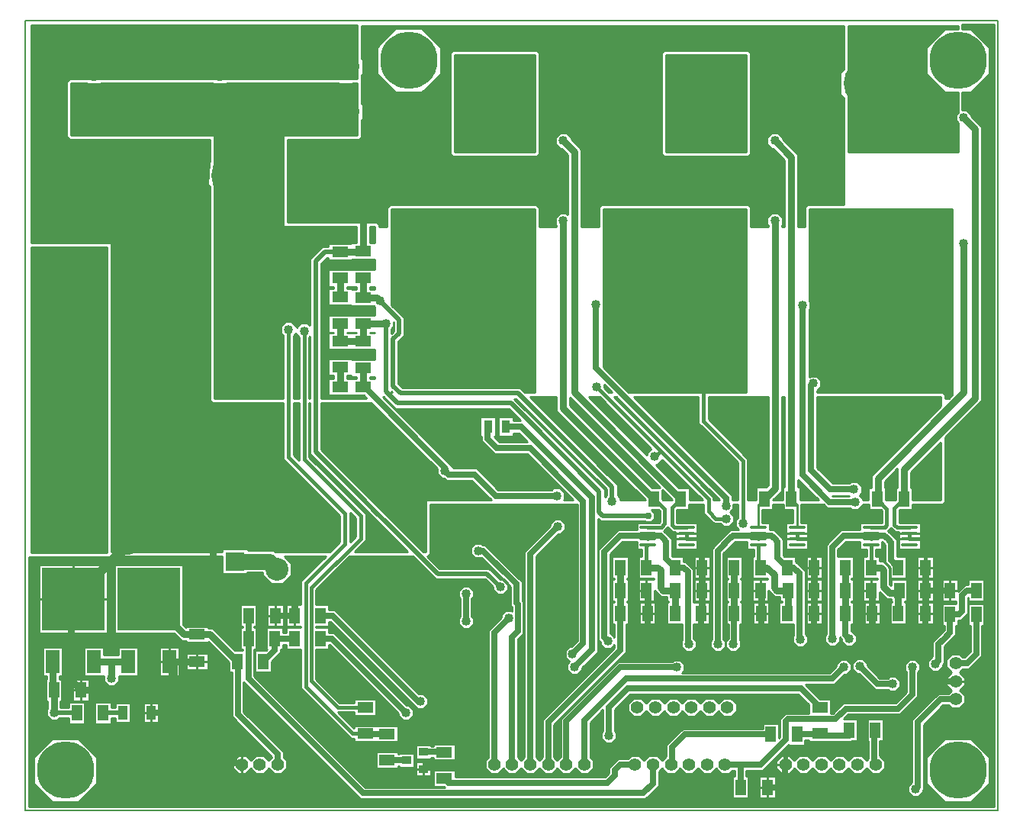
<source format=gbr>
G04 PROTEUS GERBER X2 FILE*
%TF.GenerationSoftware,Labcenter,Proteus,8.7-SP3-Build25561*%
%TF.CreationDate,2021-07-03T21:28:02+00:00*%
%TF.FileFunction,Copper,L2,Bot*%
%TF.FilePolarity,Positive*%
%TF.Part,Single*%
%TF.SameCoordinates,{f2efd226-c5f6-4210-91bb-6bc09b7e039f}*%
%FSLAX45Y45*%
%MOMM*%
G01*
%TA.AperFunction,Conductor*%
%ADD15C,0.381000*%
%ADD10C,0.762000*%
%ADD14C,0.254000*%
%ADD12C,0.635000*%
%ADD13C,1.016000*%
%ADD11C,0.508000*%
%ADD40C,1.270000*%
%ADD41C,1.778000*%
%TA.AperFunction,WasherPad*%
%ADD16C,1.016000*%
%TA.AperFunction,ViaPad*%
%ADD17C,1.016000*%
%ADD18C,1.778000*%
%ADD19C,0.762000*%
%TA.AperFunction,ComponentPad*%
%ADD20C,5.080000*%
%TA.AperFunction,SMDPad,CuDef*%
%ADD72R,1.803400X1.143000*%
%TA.AperFunction,SMDPad,CuDef*%
%ADD22R,6.985000X6.985000*%
%ADD23R,1.524000X2.540000*%
%TA.AperFunction,SMDPad,CuDef*%
%ADD25R,1.143000X1.803400*%
%AMPPAD036*
4,1,36,
0.901700,-0.025400,
0.901700,0.025400,
0.898160,0.061750,
0.887980,0.095370,
0.871810,0.125600,
0.850300,0.151800,
0.824110,0.173310,
0.793870,0.189480,
0.760250,0.199660,
0.723900,0.203200,
-0.723900,0.203200,
-0.760250,0.199660,
-0.793870,0.189480,
-0.824110,0.173310,
-0.850300,0.151800,
-0.871810,0.125600,
-0.887980,0.095370,
-0.898160,0.061750,
-0.901700,0.025400,
-0.901700,-0.025400,
-0.898160,-0.061750,
-0.887980,-0.095370,
-0.871810,-0.125600,
-0.850300,-0.151800,
-0.824110,-0.173310,
-0.793870,-0.189480,
-0.760250,-0.199660,
-0.723900,-0.203200,
0.723900,-0.203200,
0.760250,-0.199660,
0.793870,-0.189480,
0.824110,-0.173310,
0.850300,-0.151800,
0.871810,-0.125600,
0.887980,-0.095370,
0.898160,-0.061750,
0.901700,-0.025400,
0*%
%TA.AperFunction,SMDPad,CuDef*%
%ADD42PPAD036*%
%TA.AperFunction,SMDPad,CuDef*%
%ADD43R,1.016000X1.524000*%
%TA.AperFunction,WasherPad*%
%ADD33C,1.397000*%
%TA.AperFunction,ComponentPad*%
%ADD34C,3.048000*%
%TA.AperFunction,OtherPad,Unknown*%
%ADD35C,6.350000*%
%TA.AperFunction,ComponentPad*%
%ADD36C,2.540000*%
%TA.AperFunction,SMDPad,CuDef*%
%ADD44R,0.939800X1.447800*%
%TA.AperFunction,SMDPad,CuDef*%
%ADD32R,1.016000X0.889000*%
%TA.AperFunction,SMDPad,CuDef*%
%ADD45R,2.108200X2.108200*%
%TA.AperFunction,Profile*%
%ADD39C,0.203200*%
%TD.AperFunction*%
G36*
X+9271000Y+2255519D02*
X+9125810Y+2255519D01*
X+8920481Y+2050190D01*
X+8920481Y+1759810D01*
X+9125810Y+1554481D01*
X+9271000Y+1554481D01*
X+9271000Y+1325038D01*
X+9250681Y+1304719D01*
X+9250681Y+1235281D01*
X+9271000Y+1214962D01*
X+9271000Y+889000D01*
X+8051800Y+889000D01*
X+8051800Y+2286000D01*
X+9271000Y+2286000D01*
X+9271000Y+2255519D01*
G37*
%LPC*%
G36*
X+8166100Y+1614176D02*
X+8166100Y+1687824D01*
X+8218176Y+1739900D01*
X+8291824Y+1739900D01*
X+8343900Y+1687824D01*
X+8343900Y+1614176D01*
X+8291824Y+1562100D01*
X+8218176Y+1562100D01*
X+8166100Y+1614176D01*
G37*
G36*
X+8566150Y+1215135D02*
X+8566150Y+1241437D01*
X+8584749Y+1260036D01*
X+8611051Y+1260036D01*
X+8629650Y+1241437D01*
X+8629650Y+1215135D01*
X+8611051Y+1196536D01*
X+8584749Y+1196536D01*
X+8566150Y+1215135D01*
G37*
G36*
X+8769350Y+1215135D02*
X+8769350Y+1241437D01*
X+8787949Y+1260036D01*
X+8814251Y+1260036D01*
X+8832850Y+1241437D01*
X+8832850Y+1215135D01*
X+8814251Y+1196536D01*
X+8787949Y+1196536D01*
X+8769350Y+1215135D01*
G37*
G36*
X+8566150Y+1567087D02*
X+8566150Y+1593389D01*
X+8584749Y+1611988D01*
X+8611051Y+1611988D01*
X+8629650Y+1593389D01*
X+8629650Y+1567087D01*
X+8611051Y+1548488D01*
X+8584749Y+1548488D01*
X+8566150Y+1567087D01*
G37*
G36*
X+8693150Y+1853749D02*
X+8693150Y+1880051D01*
X+8711749Y+1898650D01*
X+8738051Y+1898650D01*
X+8756650Y+1880051D01*
X+8756650Y+1853749D01*
X+8738051Y+1835150D01*
X+8711749Y+1835150D01*
X+8693150Y+1853749D01*
G37*
G36*
X+8274050Y+1244394D02*
X+8274050Y+1270696D01*
X+8292649Y+1289295D01*
X+8318951Y+1289295D01*
X+8337550Y+1270696D01*
X+8337550Y+1244394D01*
X+8318951Y+1225795D01*
X+8292649Y+1225795D01*
X+8274050Y+1244394D01*
G37*
G36*
X+9036050Y+1244394D02*
X+9036050Y+1270696D01*
X+9054649Y+1289295D01*
X+9080951Y+1289295D01*
X+9099550Y+1270696D01*
X+9099550Y+1244394D01*
X+9080951Y+1225795D01*
X+9054649Y+1225795D01*
X+9036050Y+1244394D01*
G37*
G36*
X+8477250Y+1929949D02*
X+8477250Y+1956251D01*
X+8495849Y+1974850D01*
X+8522151Y+1974850D01*
X+8540750Y+1956251D01*
X+8540750Y+1929949D01*
X+8522151Y+1911350D01*
X+8495849Y+1911350D01*
X+8477250Y+1929949D01*
G37*
G36*
X+8528050Y+2124274D02*
X+8528050Y+2150576D01*
X+8546649Y+2169175D01*
X+8572951Y+2169175D01*
X+8591550Y+2150576D01*
X+8591550Y+2124274D01*
X+8572951Y+2105675D01*
X+8546649Y+2105675D01*
X+8528050Y+2124274D01*
G37*
G36*
X+8782050Y+2124274D02*
X+8782050Y+2150576D01*
X+8800649Y+2169175D01*
X+8826951Y+2169175D01*
X+8845550Y+2150576D01*
X+8845550Y+2124274D01*
X+8826951Y+2105675D01*
X+8800649Y+2105675D01*
X+8782050Y+2124274D01*
G37*
G36*
X+8794750Y+1625149D02*
X+8794750Y+1651451D01*
X+8813349Y+1670050D01*
X+8839651Y+1670050D01*
X+8858250Y+1651451D01*
X+8858250Y+1625149D01*
X+8839651Y+1606550D01*
X+8813349Y+1606550D01*
X+8794750Y+1625149D01*
G37*
G36*
X+9074150Y+1447349D02*
X+9074150Y+1473651D01*
X+9092749Y+1492250D01*
X+9119051Y+1492250D01*
X+9137650Y+1473651D01*
X+9137650Y+1447349D01*
X+9119051Y+1428750D01*
X+9092749Y+1428750D01*
X+9074150Y+1447349D01*
G37*
%LPD*%
G36*
X+8001000Y+1810090D02*
X+7962901Y+1771991D01*
X+7962901Y+1530009D01*
X+8001000Y+1491910D01*
X+8001000Y+304800D01*
X+7598958Y+304800D01*
X+7569200Y+275042D01*
X+7569200Y+63500D01*
X+7498806Y+63500D01*
X+7498806Y+863954D01*
X+7327899Y+1034861D01*
X+7327899Y+1052823D01*
X+7275823Y+1104899D01*
X+7202177Y+1104899D01*
X+7150101Y+1052823D01*
X+7150101Y+979177D01*
X+7202177Y+927101D01*
X+7220139Y+927101D01*
X+7346408Y+800832D01*
X+7346408Y+63500D01*
X+7315199Y+63500D01*
X+7315199Y+77477D01*
X+7327899Y+90177D01*
X+7327899Y+163823D01*
X+7275823Y+215899D01*
X+7202177Y+215899D01*
X+7150101Y+163823D01*
X+7150101Y+90177D01*
X+7162801Y+77477D01*
X+7162801Y+63500D01*
X+6972300Y+63500D01*
X+6972300Y+275042D01*
X+6942542Y+304800D01*
X+5312958Y+304800D01*
X+5283200Y+275042D01*
X+5283200Y+63500D01*
X+5092699Y+63500D01*
X+5092699Y+920561D01*
X+4978399Y+1034861D01*
X+4978399Y+1052823D01*
X+4926323Y+1104899D01*
X+4852677Y+1104899D01*
X+4800601Y+1052823D01*
X+4800601Y+979177D01*
X+4852677Y+927101D01*
X+4870639Y+927101D01*
X+4940301Y+857439D01*
X+4940301Y+201921D01*
X+4926323Y+215899D01*
X+4852677Y+215899D01*
X+4800601Y+163823D01*
X+4800601Y+90177D01*
X+4813301Y+77477D01*
X+4813301Y+63500D01*
X+4622800Y+63500D01*
X+4622800Y+275042D01*
X+4593042Y+304800D01*
X+2963458Y+304800D01*
X+2933700Y+275042D01*
X+2933700Y+63500D01*
X+2844800Y+63500D01*
X+2844800Y+84542D01*
X+2815042Y+114300D01*
X+1828800Y+114300D01*
X+1828800Y+1028700D01*
X+2624542Y+1028700D01*
X+2654300Y+1058458D01*
X+2654300Y+1245894D01*
X+2666999Y+1258593D01*
X+2666999Y+1416407D01*
X+2654300Y+1429106D01*
X+2654300Y+1745894D01*
X+2666999Y+1758593D01*
X+2666999Y+1916407D01*
X+2654300Y+1929106D01*
X+2654300Y+2286000D01*
X+8001000Y+2286000D01*
X+8001000Y+1810090D01*
G37*
%LPC*%
G36*
X+4622800Y+1989542D02*
X+4622800Y+867958D01*
X+4593042Y+838200D01*
X+3661958Y+838200D01*
X+3632200Y+867958D01*
X+3632200Y+1989542D01*
X+3661958Y+2019300D01*
X+4593042Y+2019300D01*
X+4622800Y+1989542D01*
G37*
G36*
X+6974836Y+1989682D02*
X+6974812Y+1968620D01*
X+6973544Y+867917D01*
X+6943793Y+838200D01*
X+6012727Y+838200D01*
X+5982969Y+867958D01*
X+5982969Y+1989538D01*
X+6012720Y+2019295D01*
X+6945066Y+2019481D01*
X+6974836Y+1989682D01*
G37*
G36*
X+2819401Y+1757706D02*
X+2819401Y+2052294D01*
X+3027706Y+2260599D01*
X+3322294Y+2260599D01*
X+3530599Y+2052294D01*
X+3530599Y+1757706D01*
X+3322294Y+1549401D01*
X+3027706Y+1549401D01*
X+2819401Y+1757706D01*
G37*
G36*
X+3194050Y+1161599D02*
X+3194050Y+1187901D01*
X+3212649Y+1206500D01*
X+3238951Y+1206500D01*
X+3257550Y+1187901D01*
X+3257550Y+1161599D01*
X+3238951Y+1143000D01*
X+3212649Y+1143000D01*
X+3194050Y+1161599D01*
G37*
G36*
X+3448050Y+1161599D02*
X+3448050Y+1187901D01*
X+3466649Y+1206500D01*
X+3492951Y+1206500D01*
X+3511550Y+1187901D01*
X+3511550Y+1161599D01*
X+3492951Y+1143000D01*
X+3466649Y+1143000D01*
X+3448050Y+1161599D01*
G37*
G36*
X+5226050Y+1161599D02*
X+5226050Y+1187901D01*
X+5244649Y+1206500D01*
X+5270951Y+1206500D01*
X+5289550Y+1187901D01*
X+5289550Y+1161599D01*
X+5270951Y+1143000D01*
X+5244649Y+1143000D01*
X+5226050Y+1161599D01*
G37*
G36*
X+5480050Y+1161599D02*
X+5480050Y+1187901D01*
X+5498649Y+1206500D01*
X+5524951Y+1206500D01*
X+5543550Y+1187901D01*
X+5543550Y+1161599D01*
X+5524951Y+1143000D01*
X+5498649Y+1143000D01*
X+5480050Y+1161599D01*
G37*
G36*
X+5734050Y+1161599D02*
X+5734050Y+1187901D01*
X+5752649Y+1206500D01*
X+5778951Y+1206500D01*
X+5797550Y+1187901D01*
X+5797550Y+1161599D01*
X+5778951Y+1143000D01*
X+5752649Y+1143000D01*
X+5734050Y+1161599D01*
G37*
G36*
X+7512050Y+1161599D02*
X+7512050Y+1187901D01*
X+7530649Y+1206500D01*
X+7556951Y+1206500D01*
X+7575550Y+1187901D01*
X+7575550Y+1161599D01*
X+7556951Y+1143000D01*
X+7530649Y+1143000D01*
X+7512050Y+1161599D01*
G37*
G36*
X+7766050Y+1161599D02*
X+7766050Y+1187901D01*
X+7784649Y+1206500D01*
X+7810951Y+1206500D01*
X+7829550Y+1187901D01*
X+7829550Y+1161599D01*
X+7810951Y+1143000D01*
X+7784649Y+1143000D01*
X+7766050Y+1161599D01*
G37*
G36*
X+3067050Y+1381569D02*
X+3067050Y+1407871D01*
X+3085649Y+1426470D01*
X+3111951Y+1426470D01*
X+3130550Y+1407871D01*
X+3130550Y+1381569D01*
X+3111951Y+1362970D01*
X+3085649Y+1362970D01*
X+3067050Y+1381569D01*
G37*
G36*
X+3321050Y+1381569D02*
X+3321050Y+1407871D01*
X+3339649Y+1426470D01*
X+3365951Y+1426470D01*
X+3384550Y+1407871D01*
X+3384550Y+1381569D01*
X+3365951Y+1362970D01*
X+3339649Y+1362970D01*
X+3321050Y+1381569D01*
G37*
G36*
X+4845050Y+1381569D02*
X+4845050Y+1407871D01*
X+4863649Y+1426470D01*
X+4889951Y+1426470D01*
X+4908550Y+1407871D01*
X+4908550Y+1381569D01*
X+4889951Y+1362970D01*
X+4863649Y+1362970D01*
X+4845050Y+1381569D01*
G37*
G36*
X+5099050Y+1381569D02*
X+5099050Y+1407871D01*
X+5117649Y+1426470D01*
X+5143951Y+1426470D01*
X+5162550Y+1407871D01*
X+5162550Y+1381569D01*
X+5143951Y+1362970D01*
X+5117649Y+1362970D01*
X+5099050Y+1381569D01*
G37*
G36*
X+5353050Y+1381569D02*
X+5353050Y+1407871D01*
X+5371649Y+1426470D01*
X+5397951Y+1426470D01*
X+5416550Y+1407871D01*
X+5416550Y+1381569D01*
X+5397951Y+1362970D01*
X+5371649Y+1362970D01*
X+5353050Y+1381569D01*
G37*
G36*
X+5607050Y+1381569D02*
X+5607050Y+1407871D01*
X+5625649Y+1426470D01*
X+5651951Y+1426470D01*
X+5670550Y+1407871D01*
X+5670550Y+1381569D01*
X+5651951Y+1362970D01*
X+5625649Y+1362970D01*
X+5607050Y+1381569D01*
G37*
G36*
X+7131050Y+1381569D02*
X+7131050Y+1407871D01*
X+7149649Y+1426470D01*
X+7175951Y+1426470D01*
X+7194550Y+1407871D01*
X+7194550Y+1381569D01*
X+7175951Y+1362970D01*
X+7149649Y+1362970D01*
X+7131050Y+1381569D01*
G37*
G36*
X+7385050Y+1381569D02*
X+7385050Y+1407871D01*
X+7403649Y+1426470D01*
X+7429951Y+1426470D01*
X+7448550Y+1407871D01*
X+7448550Y+1381569D01*
X+7429951Y+1362970D01*
X+7403649Y+1362970D01*
X+7385050Y+1381569D01*
G37*
G36*
X+7639050Y+1381569D02*
X+7639050Y+1407871D01*
X+7657649Y+1426470D01*
X+7683951Y+1426470D01*
X+7702550Y+1407871D01*
X+7702550Y+1381569D01*
X+7683951Y+1362970D01*
X+7657649Y+1362970D01*
X+7639050Y+1381569D01*
G37*
G36*
X+4718050Y+1601539D02*
X+4718050Y+1627841D01*
X+4736649Y+1646440D01*
X+4762951Y+1646440D01*
X+4781550Y+1627841D01*
X+4781550Y+1601539D01*
X+4762951Y+1582940D01*
X+4736649Y+1582940D01*
X+4718050Y+1601539D01*
G37*
G36*
X+4972050Y+1601539D02*
X+4972050Y+1627841D01*
X+4990649Y+1646440D01*
X+5016951Y+1646440D01*
X+5035550Y+1627841D01*
X+5035550Y+1601539D01*
X+5016951Y+1582940D01*
X+4990649Y+1582940D01*
X+4972050Y+1601539D01*
G37*
G36*
X+5226050Y+1601539D02*
X+5226050Y+1627841D01*
X+5244649Y+1646440D01*
X+5270951Y+1646440D01*
X+5289550Y+1627841D01*
X+5289550Y+1601539D01*
X+5270951Y+1582940D01*
X+5244649Y+1582940D01*
X+5226050Y+1601539D01*
G37*
G36*
X+5480050Y+1601539D02*
X+5480050Y+1627841D01*
X+5498649Y+1646440D01*
X+5524951Y+1646440D01*
X+5543550Y+1627841D01*
X+5543550Y+1601539D01*
X+5524951Y+1582940D01*
X+5498649Y+1582940D01*
X+5480050Y+1601539D01*
G37*
G36*
X+5734050Y+1601539D02*
X+5734050Y+1627841D01*
X+5752649Y+1646440D01*
X+5778951Y+1646440D01*
X+5797550Y+1627841D01*
X+5797550Y+1601539D01*
X+5778951Y+1582940D01*
X+5752649Y+1582940D01*
X+5734050Y+1601539D01*
G37*
G36*
X+7258050Y+1601539D02*
X+7258050Y+1627841D01*
X+7276649Y+1646440D01*
X+7302951Y+1646440D01*
X+7321550Y+1627841D01*
X+7321550Y+1601539D01*
X+7302951Y+1582940D01*
X+7276649Y+1582940D01*
X+7258050Y+1601539D01*
G37*
G36*
X+7512050Y+1601539D02*
X+7512050Y+1627841D01*
X+7530649Y+1646440D01*
X+7556951Y+1646440D01*
X+7575550Y+1627841D01*
X+7575550Y+1601539D01*
X+7556951Y+1582940D01*
X+7530649Y+1582940D01*
X+7512050Y+1601539D01*
G37*
G36*
X+7766050Y+1601539D02*
X+7766050Y+1627841D01*
X+7784649Y+1646440D01*
X+7810951Y+1646440D01*
X+7829550Y+1627841D01*
X+7829550Y+1601539D01*
X+7810951Y+1582940D01*
X+7784649Y+1582940D01*
X+7766050Y+1601539D01*
G37*
G36*
X+4845050Y+1821509D02*
X+4845050Y+1847811D01*
X+4863649Y+1866410D01*
X+4889951Y+1866410D01*
X+4908550Y+1847811D01*
X+4908550Y+1821509D01*
X+4889951Y+1802910D01*
X+4863649Y+1802910D01*
X+4845050Y+1821509D01*
G37*
G36*
X+5099050Y+1821509D02*
X+5099050Y+1847811D01*
X+5117649Y+1866410D01*
X+5143951Y+1866410D01*
X+5162550Y+1847811D01*
X+5162550Y+1821509D01*
X+5143951Y+1802910D01*
X+5117649Y+1802910D01*
X+5099050Y+1821509D01*
G37*
G36*
X+5353050Y+1821509D02*
X+5353050Y+1847811D01*
X+5371649Y+1866410D01*
X+5397951Y+1866410D01*
X+5416550Y+1847811D01*
X+5416550Y+1821509D01*
X+5397951Y+1802910D01*
X+5371649Y+1802910D01*
X+5353050Y+1821509D01*
G37*
G36*
X+5607050Y+1821509D02*
X+5607050Y+1847811D01*
X+5625649Y+1866410D01*
X+5651951Y+1866410D01*
X+5670550Y+1847811D01*
X+5670550Y+1821509D01*
X+5651951Y+1802910D01*
X+5625649Y+1802910D01*
X+5607050Y+1821509D01*
G37*
G36*
X+7131050Y+1821509D02*
X+7131050Y+1847811D01*
X+7149649Y+1866410D01*
X+7175951Y+1866410D01*
X+7194550Y+1847811D01*
X+7194550Y+1821509D01*
X+7175951Y+1802910D01*
X+7149649Y+1802910D01*
X+7131050Y+1821509D01*
G37*
G36*
X+7385050Y+1821509D02*
X+7385050Y+1847811D01*
X+7403649Y+1866410D01*
X+7429951Y+1866410D01*
X+7448550Y+1847811D01*
X+7448550Y+1821509D01*
X+7429951Y+1802910D01*
X+7403649Y+1802910D01*
X+7385050Y+1821509D01*
G37*
G36*
X+7639050Y+1821509D02*
X+7639050Y+1847811D01*
X+7657649Y+1866410D01*
X+7683951Y+1866410D01*
X+7702550Y+1847811D01*
X+7702550Y+1821509D01*
X+7683951Y+1802910D01*
X+7657649Y+1802910D01*
X+7639050Y+1821509D01*
G37*
G36*
X+4718050Y+2041479D02*
X+4718050Y+2067781D01*
X+4736649Y+2086380D01*
X+4762951Y+2086380D01*
X+4781550Y+2067781D01*
X+4781550Y+2041479D01*
X+4762951Y+2022880D01*
X+4736649Y+2022880D01*
X+4718050Y+2041479D01*
G37*
G36*
X+4972050Y+2041479D02*
X+4972050Y+2067781D01*
X+4990649Y+2086380D01*
X+5016951Y+2086380D01*
X+5035550Y+2067781D01*
X+5035550Y+2041479D01*
X+5016951Y+2022880D01*
X+4990649Y+2022880D01*
X+4972050Y+2041479D01*
G37*
G36*
X+5226050Y+2041479D02*
X+5226050Y+2067781D01*
X+5244649Y+2086380D01*
X+5270951Y+2086380D01*
X+5289550Y+2067781D01*
X+5289550Y+2041479D01*
X+5270951Y+2022880D01*
X+5244649Y+2022880D01*
X+5226050Y+2041479D01*
G37*
G36*
X+5480050Y+2041479D02*
X+5480050Y+2067781D01*
X+5498649Y+2086380D01*
X+5524951Y+2086380D01*
X+5543550Y+2067781D01*
X+5543550Y+2041479D01*
X+5524951Y+2022880D01*
X+5498649Y+2022880D01*
X+5480050Y+2041479D01*
G37*
G36*
X+5734050Y+2041479D02*
X+5734050Y+2067781D01*
X+5752649Y+2086380D01*
X+5778951Y+2086380D01*
X+5797550Y+2067781D01*
X+5797550Y+2041479D01*
X+5778951Y+2022880D01*
X+5752649Y+2022880D01*
X+5734050Y+2041479D01*
G37*
G36*
X+7258050Y+2041479D02*
X+7258050Y+2067781D01*
X+7276649Y+2086380D01*
X+7302951Y+2086380D01*
X+7321550Y+2067781D01*
X+7321550Y+2041479D01*
X+7302951Y+2022880D01*
X+7276649Y+2022880D01*
X+7258050Y+2041479D01*
G37*
G36*
X+7512050Y+2041479D02*
X+7512050Y+2067781D01*
X+7530649Y+2086380D01*
X+7556951Y+2086380D01*
X+7575550Y+2067781D01*
X+7575550Y+2041479D01*
X+7556951Y+2022880D01*
X+7530649Y+2022880D01*
X+7512050Y+2041479D01*
G37*
G36*
X+7766050Y+2041479D02*
X+7766050Y+2067781D01*
X+7784649Y+2086380D01*
X+7810951Y+2086380D01*
X+7829550Y+2067781D01*
X+7829550Y+2041479D01*
X+7810951Y+2022880D01*
X+7784649Y+2022880D01*
X+7766050Y+2041479D01*
G37*
G36*
X+4972050Y+1161599D02*
X+4972050Y+1187901D01*
X+4990649Y+1206500D01*
X+5016951Y+1206500D01*
X+5035550Y+1187901D01*
X+5035550Y+1161599D01*
X+5016951Y+1143000D01*
X+4990649Y+1143000D01*
X+4972050Y+1161599D01*
G37*
G36*
X+2813050Y+1381569D02*
X+2813050Y+1407871D01*
X+2831649Y+1426470D01*
X+2857951Y+1426470D01*
X+2876550Y+1407871D01*
X+2876550Y+1381569D01*
X+2857951Y+1362970D01*
X+2831649Y+1362970D01*
X+2813050Y+1381569D01*
G37*
G36*
X+2889250Y+1193349D02*
X+2889250Y+1219651D01*
X+2907849Y+1238250D01*
X+2934151Y+1238250D01*
X+2952750Y+1219651D01*
X+2952750Y+1193349D01*
X+2934151Y+1174750D01*
X+2907849Y+1174750D01*
X+2889250Y+1193349D01*
G37*
G36*
X+4679950Y+725062D02*
X+4679950Y+751364D01*
X+4698549Y+769963D01*
X+4724851Y+769963D01*
X+4743450Y+751364D01*
X+4743450Y+725062D01*
X+4724851Y+706463D01*
X+4698549Y+706463D01*
X+4679950Y+725062D01*
G37*
G36*
X+7169150Y+725062D02*
X+7169150Y+751364D01*
X+7187749Y+769963D01*
X+7214051Y+769963D01*
X+7232650Y+751364D01*
X+7232650Y+725062D01*
X+7214051Y+706463D01*
X+7187749Y+706463D01*
X+7169150Y+725062D01*
G37*
G36*
X+7080250Y+2110873D02*
X+7080250Y+2137175D01*
X+7098849Y+2155774D01*
X+7125151Y+2155774D01*
X+7143750Y+2137175D01*
X+7143750Y+2110873D01*
X+7125151Y+2092274D01*
X+7098849Y+2092274D01*
X+7080250Y+2110873D01*
G37*
%LPD*%
G36*
X+4572000Y+889000D02*
X+3683000Y+889000D01*
X+3683000Y+1968500D01*
X+4572000Y+1968500D01*
X+4572000Y+889000D01*
G37*
%LPC*%
G36*
X+4229100Y+1677676D02*
X+4229100Y+1751324D01*
X+4281176Y+1803400D01*
X+4354824Y+1803400D01*
X+4406900Y+1751324D01*
X+4406900Y+1677676D01*
X+4354824Y+1625600D01*
X+4281176Y+1625600D01*
X+4229100Y+1677676D01*
G37*
G36*
X+3981450Y+1039159D02*
X+3981450Y+1065461D01*
X+4000049Y+1084060D01*
X+4026351Y+1084060D01*
X+4044950Y+1065461D01*
X+4044950Y+1039159D01*
X+4026351Y+1020560D01*
X+4000049Y+1020560D01*
X+3981450Y+1039159D01*
G37*
G36*
X+3879850Y+1215135D02*
X+3879850Y+1241437D01*
X+3898449Y+1260036D01*
X+3924751Y+1260036D01*
X+3943350Y+1241437D01*
X+3943350Y+1215135D01*
X+3924751Y+1196536D01*
X+3898449Y+1196536D01*
X+3879850Y+1215135D01*
G37*
G36*
X+4083050Y+1215135D02*
X+4083050Y+1241437D01*
X+4101649Y+1260036D01*
X+4127951Y+1260036D01*
X+4146550Y+1241437D01*
X+4146550Y+1215135D01*
X+4127951Y+1196536D01*
X+4101649Y+1196536D01*
X+4083050Y+1215135D01*
G37*
G36*
X+3778250Y+1391111D02*
X+3778250Y+1417413D01*
X+3796849Y+1436012D01*
X+3823151Y+1436012D01*
X+3841750Y+1417413D01*
X+3841750Y+1391111D01*
X+3823151Y+1372512D01*
X+3796849Y+1372512D01*
X+3778250Y+1391111D01*
G37*
G36*
X+3981450Y+1391111D02*
X+3981450Y+1417413D01*
X+4000049Y+1436012D01*
X+4026351Y+1436012D01*
X+4044950Y+1417413D01*
X+4044950Y+1391111D01*
X+4026351Y+1372512D01*
X+4000049Y+1372512D01*
X+3981450Y+1391111D01*
G37*
G36*
X+3879850Y+1567087D02*
X+3879850Y+1593389D01*
X+3898449Y+1611988D01*
X+3924751Y+1611988D01*
X+3943350Y+1593389D01*
X+3943350Y+1567087D01*
X+3924751Y+1548488D01*
X+3898449Y+1548488D01*
X+3879850Y+1567087D01*
G37*
G36*
X+3778250Y+1743063D02*
X+3778250Y+1769365D01*
X+3796849Y+1787964D01*
X+3823151Y+1787964D01*
X+3841750Y+1769365D01*
X+3841750Y+1743063D01*
X+3823151Y+1724464D01*
X+3796849Y+1724464D01*
X+3778250Y+1743063D01*
G37*
G36*
X+3905250Y+1891849D02*
X+3905250Y+1918151D01*
X+3923849Y+1936750D01*
X+3950151Y+1936750D01*
X+3968750Y+1918151D01*
X+3968750Y+1891849D01*
X+3950151Y+1873250D01*
X+3923849Y+1873250D01*
X+3905250Y+1891849D01*
G37*
%LPD*%
G36*
X+6922769Y+889000D02*
X+6033769Y+889000D01*
X+6033769Y+1968500D01*
X+6924013Y+1968678D01*
X+6922769Y+889000D01*
G37*
%LPC*%
G36*
X+6578600Y+1677676D02*
X+6578600Y+1751324D01*
X+6630676Y+1803400D01*
X+6704324Y+1803400D01*
X+6756400Y+1751324D01*
X+6756400Y+1677676D01*
X+6704324Y+1625600D01*
X+6630676Y+1625600D01*
X+6578600Y+1677676D01*
G37*
G36*
X+6332219Y+1039159D02*
X+6332219Y+1065461D01*
X+6350818Y+1084060D01*
X+6377120Y+1084060D01*
X+6395719Y+1065461D01*
X+6395719Y+1039159D01*
X+6377120Y+1020560D01*
X+6350818Y+1020560D01*
X+6332219Y+1039159D01*
G37*
G36*
X+6230619Y+1215135D02*
X+6230619Y+1241437D01*
X+6249218Y+1260036D01*
X+6275520Y+1260036D01*
X+6294119Y+1241437D01*
X+6294119Y+1215135D01*
X+6275520Y+1196536D01*
X+6249218Y+1196536D01*
X+6230619Y+1215135D01*
G37*
G36*
X+6433819Y+1215135D02*
X+6433819Y+1241437D01*
X+6452418Y+1260036D01*
X+6478720Y+1260036D01*
X+6497319Y+1241437D01*
X+6497319Y+1215135D01*
X+6478720Y+1196536D01*
X+6452418Y+1196536D01*
X+6433819Y+1215135D01*
G37*
G36*
X+6129019Y+1391111D02*
X+6129019Y+1417413D01*
X+6147618Y+1436012D01*
X+6173920Y+1436012D01*
X+6192519Y+1417413D01*
X+6192519Y+1391111D01*
X+6173920Y+1372512D01*
X+6147618Y+1372512D01*
X+6129019Y+1391111D01*
G37*
G36*
X+6332219Y+1391111D02*
X+6332219Y+1417413D01*
X+6350818Y+1436012D01*
X+6377120Y+1436012D01*
X+6395719Y+1417413D01*
X+6395719Y+1391111D01*
X+6377120Y+1372512D01*
X+6350818Y+1372512D01*
X+6332219Y+1391111D01*
G37*
G36*
X+6230619Y+1567087D02*
X+6230619Y+1593389D01*
X+6249218Y+1611988D01*
X+6275520Y+1611988D01*
X+6294119Y+1593389D01*
X+6294119Y+1567087D01*
X+6275520Y+1548488D01*
X+6249218Y+1548488D01*
X+6230619Y+1567087D01*
G37*
G36*
X+6129019Y+1743063D02*
X+6129019Y+1769365D01*
X+6147618Y+1787964D01*
X+6173920Y+1787964D01*
X+6192519Y+1769365D01*
X+6192519Y+1743063D01*
X+6173920Y+1724464D01*
X+6147618Y+1724464D01*
X+6129019Y+1743063D01*
G37*
G36*
X+6254750Y+1891849D02*
X+6254750Y+1918151D01*
X+6273349Y+1936750D01*
X+6299651Y+1936750D01*
X+6318250Y+1918151D01*
X+6318250Y+1891849D01*
X+6299651Y+1873250D01*
X+6273349Y+1873250D01*
X+6254750Y+1891849D01*
G37*
%LPD*%
G36*
X+9207500Y-1804424D02*
X+9170424Y-1841500D01*
X+9131300Y-1841500D01*
X+9131300Y-1807758D01*
X+9101542Y-1778000D01*
X+7706250Y-1778000D01*
X+7706250Y-1753887D01*
X+7748555Y-1711582D01*
X+7748555Y-1642144D01*
X+7699455Y-1593044D01*
X+7630017Y-1593044D01*
X+7620000Y-1603061D01*
X+7620000Y-855138D01*
X+7627619Y-847519D01*
X+7627619Y-778081D01*
X+7620000Y-770462D01*
X+7620000Y+254000D01*
X+9207500Y+254000D01*
X+9207500Y-1804424D01*
G37*
%LPC*%
G36*
X+7893050Y-1622036D02*
X+7893050Y-1595734D01*
X+7911649Y-1577135D01*
X+7937951Y-1577135D01*
X+7956550Y-1595734D01*
X+7956550Y-1622036D01*
X+7937951Y-1640635D01*
X+7911649Y-1640635D01*
X+7893050Y-1622036D01*
G37*
G36*
X+7804150Y-1468057D02*
X+7804150Y-1441755D01*
X+7822749Y-1423156D01*
X+7849051Y-1423156D01*
X+7867650Y-1441755D01*
X+7867650Y-1468057D01*
X+7849051Y-1486656D01*
X+7822749Y-1486656D01*
X+7804150Y-1468057D01*
G37*
G36*
X+7715250Y-1314078D02*
X+7715250Y-1287776D01*
X+7733849Y-1269177D01*
X+7760151Y-1269177D01*
X+7778750Y-1287776D01*
X+7778750Y-1314078D01*
X+7760151Y-1332677D01*
X+7733849Y-1332677D01*
X+7715250Y-1314078D01*
G37*
G36*
X+7893050Y-1314078D02*
X+7893050Y-1287776D01*
X+7911649Y-1269177D01*
X+7937951Y-1269177D01*
X+7956550Y-1287776D01*
X+7956550Y-1314078D01*
X+7937951Y-1332677D01*
X+7911649Y-1332677D01*
X+7893050Y-1314078D01*
G37*
G36*
X+7804150Y-1160099D02*
X+7804150Y-1133797D01*
X+7822749Y-1115198D01*
X+7849051Y-1115198D01*
X+7867650Y-1133797D01*
X+7867650Y-1160099D01*
X+7849051Y-1178698D01*
X+7822749Y-1178698D01*
X+7804150Y-1160099D01*
G37*
G36*
X+7981950Y-852141D02*
X+7981950Y-825839D01*
X+8000549Y-807240D01*
X+8026851Y-807240D01*
X+8045450Y-825839D01*
X+8045450Y-852141D01*
X+8026851Y-870740D01*
X+8000549Y-870740D01*
X+7981950Y-852141D01*
G37*
G36*
X+8515350Y-852141D02*
X+8515350Y-825839D01*
X+8533949Y-807240D01*
X+8560251Y-807240D01*
X+8578850Y-825839D01*
X+8578850Y-852141D01*
X+8560251Y-870740D01*
X+8533949Y-870740D01*
X+8515350Y-852141D01*
G37*
G36*
X+8693150Y-852141D02*
X+8693150Y-825839D01*
X+8711749Y-807240D01*
X+8738051Y-807240D01*
X+8756650Y-825839D01*
X+8756650Y-852141D01*
X+8738051Y-870740D01*
X+8711749Y-870740D01*
X+8693150Y-852141D01*
G37*
G36*
X+8870950Y-852141D02*
X+8870950Y-825839D01*
X+8889549Y-807240D01*
X+8915851Y-807240D01*
X+8934450Y-825839D01*
X+8934450Y-852141D01*
X+8915851Y-870740D01*
X+8889549Y-870740D01*
X+8870950Y-852141D01*
G37*
G36*
X+8604250Y-698162D02*
X+8604250Y-671860D01*
X+8622849Y-653261D01*
X+8649151Y-653261D01*
X+8667750Y-671860D01*
X+8667750Y-698162D01*
X+8649151Y-716761D01*
X+8622849Y-716761D01*
X+8604250Y-698162D01*
G37*
G36*
X+8782050Y-698162D02*
X+8782050Y-671860D01*
X+8800649Y-653261D01*
X+8826951Y-653261D01*
X+8845550Y-671860D01*
X+8845550Y-698162D01*
X+8826951Y-716761D01*
X+8800649Y-716761D01*
X+8782050Y-698162D01*
G37*
G36*
X+8959850Y-698162D02*
X+8959850Y-671860D01*
X+8978449Y-653261D01*
X+9004751Y-653261D01*
X+9023350Y-671860D01*
X+9023350Y-698162D01*
X+9004751Y-716761D01*
X+8978449Y-716761D01*
X+8959850Y-698162D01*
G37*
G36*
X+7981950Y-544183D02*
X+7981950Y-517881D01*
X+8000549Y-499282D01*
X+8026851Y-499282D01*
X+8045450Y-517881D01*
X+8045450Y-544183D01*
X+8026851Y-562782D01*
X+8000549Y-562782D01*
X+7981950Y-544183D01*
G37*
G36*
X+8070850Y-390204D02*
X+8070850Y-363902D01*
X+8089449Y-345303D01*
X+8115751Y-345303D01*
X+8134350Y-363902D01*
X+8134350Y-390204D01*
X+8115751Y-408803D01*
X+8089449Y-408803D01*
X+8070850Y-390204D01*
G37*
G36*
X+8248650Y-390204D02*
X+8248650Y-363902D01*
X+8267249Y-345303D01*
X+8293551Y-345303D01*
X+8312150Y-363902D01*
X+8312150Y-390204D01*
X+8293551Y-408803D01*
X+8267249Y-408803D01*
X+8248650Y-390204D01*
G37*
G36*
X+8426450Y-390204D02*
X+8426450Y-363902D01*
X+8445049Y-345303D01*
X+8471351Y-345303D01*
X+8489950Y-363902D01*
X+8489950Y-390204D01*
X+8471351Y-408803D01*
X+8445049Y-408803D01*
X+8426450Y-390204D01*
G37*
G36*
X+7804150Y-236225D02*
X+7804150Y-209923D01*
X+7822749Y-191324D01*
X+7849051Y-191324D01*
X+7867650Y-209923D01*
X+7867650Y-236225D01*
X+7849051Y-254824D01*
X+7822749Y-254824D01*
X+7804150Y-236225D01*
G37*
G36*
X+7981950Y-236225D02*
X+7981950Y-209923D01*
X+8000549Y-191324D01*
X+8026851Y-191324D01*
X+8045450Y-209923D01*
X+8045450Y-236225D01*
X+8026851Y-254824D01*
X+8000549Y-254824D01*
X+7981950Y-236225D01*
G37*
G36*
X+8159750Y-236225D02*
X+8159750Y-209923D01*
X+8178349Y-191324D01*
X+8204651Y-191324D01*
X+8223250Y-209923D01*
X+8223250Y-236225D01*
X+8204651Y-254824D01*
X+8178349Y-254824D01*
X+8159750Y-236225D01*
G37*
G36*
X+8337550Y-236225D02*
X+8337550Y-209923D01*
X+8356149Y-191324D01*
X+8382451Y-191324D01*
X+8401050Y-209923D01*
X+8401050Y-236225D01*
X+8382451Y-254824D01*
X+8356149Y-254824D01*
X+8337550Y-236225D01*
G37*
G36*
X+8515350Y-236225D02*
X+8515350Y-209923D01*
X+8533949Y-191324D01*
X+8560251Y-191324D01*
X+8578850Y-209923D01*
X+8578850Y-236225D01*
X+8560251Y-254824D01*
X+8533949Y-254824D01*
X+8515350Y-236225D01*
G37*
G36*
X+8693150Y-236225D02*
X+8693150Y-209923D01*
X+8711749Y-191324D01*
X+8738051Y-191324D01*
X+8756650Y-209923D01*
X+8756650Y-236225D01*
X+8738051Y-254824D01*
X+8711749Y-254824D01*
X+8693150Y-236225D01*
G37*
G36*
X+7715250Y-82246D02*
X+7715250Y-55944D01*
X+7733849Y-37345D01*
X+7760151Y-37345D01*
X+7778750Y-55944D01*
X+7778750Y-82246D01*
X+7760151Y-100845D01*
X+7733849Y-100845D01*
X+7715250Y-82246D01*
G37*
G36*
X+7893050Y-82246D02*
X+7893050Y-55944D01*
X+7911649Y-37345D01*
X+7937951Y-37345D01*
X+7956550Y-55944D01*
X+7956550Y-82246D01*
X+7937951Y-100845D01*
X+7911649Y-100845D01*
X+7893050Y-82246D01*
G37*
G36*
X+8070850Y-82246D02*
X+8070850Y-55944D01*
X+8089449Y-37345D01*
X+8115751Y-37345D01*
X+8134350Y-55944D01*
X+8134350Y-82246D01*
X+8115751Y-100845D01*
X+8089449Y-100845D01*
X+8070850Y-82246D01*
G37*
G36*
X+8248650Y-82246D02*
X+8248650Y-55944D01*
X+8267249Y-37345D01*
X+8293551Y-37345D01*
X+8312150Y-55944D01*
X+8312150Y-82246D01*
X+8293551Y-100845D01*
X+8267249Y-100845D01*
X+8248650Y-82246D01*
G37*
G36*
X+8426450Y-82246D02*
X+8426450Y-55944D01*
X+8445049Y-37345D01*
X+8471351Y-37345D01*
X+8489950Y-55944D01*
X+8489950Y-82246D01*
X+8471351Y-100845D01*
X+8445049Y-100845D01*
X+8426450Y-82246D01*
G37*
G36*
X+8604250Y-82246D02*
X+8604250Y-55944D01*
X+8622849Y-37345D01*
X+8649151Y-37345D01*
X+8667750Y-55944D01*
X+8667750Y-82246D01*
X+8649151Y-100845D01*
X+8622849Y-100845D01*
X+8604250Y-82246D01*
G37*
G36*
X+8782050Y-82246D02*
X+8782050Y-55944D01*
X+8800649Y-37345D01*
X+8826951Y-37345D01*
X+8845550Y-55944D01*
X+8845550Y-82246D01*
X+8826951Y-100845D01*
X+8800649Y-100845D01*
X+8782050Y-82246D01*
G37*
%LPD*%
G36*
X+3007002Y-994118D02*
X+3007002Y-1097898D01*
X+2984500Y-1120400D01*
X+2984500Y-1071038D01*
X+3004819Y-1050719D01*
X+3004819Y-991935D01*
X+3007002Y-994118D01*
G37*
G36*
X+4572000Y-1778000D02*
X+4464116Y-1778000D01*
X+4446190Y-1760073D01*
X+4411969Y-1725852D01*
X+3108259Y-1725852D01*
X+3061473Y-1679066D01*
X+3061473Y-1208659D01*
X+3123840Y-1146293D01*
X+3123840Y-945724D01*
X+2984500Y-806384D01*
X+2984500Y+254000D01*
X+4572000Y+254000D01*
X+4572000Y-1778000D01*
G37*
%LPC*%
G36*
X+3181350Y-1510805D02*
X+3181350Y-1484503D01*
X+3199949Y-1465904D01*
X+3226251Y-1465904D01*
X+3244850Y-1484503D01*
X+3244850Y-1510805D01*
X+3226251Y-1529404D01*
X+3199949Y-1529404D01*
X+3181350Y-1510805D01*
G37*
G36*
X+3079750Y-1334829D02*
X+3079750Y-1308527D01*
X+3098349Y-1289928D01*
X+3124651Y-1289928D01*
X+3143250Y-1308527D01*
X+3143250Y-1334829D01*
X+3124651Y-1353428D01*
X+3098349Y-1353428D01*
X+3079750Y-1334829D01*
G37*
G36*
X+3181350Y-1158853D02*
X+3181350Y-1132551D01*
X+3199949Y-1113952D01*
X+3226251Y-1113952D01*
X+3244850Y-1132551D01*
X+3244850Y-1158853D01*
X+3226251Y-1177452D01*
X+3199949Y-1177452D01*
X+3181350Y-1158853D01*
G37*
G36*
X+4095750Y-630925D02*
X+4095750Y-604623D01*
X+4114349Y-586024D01*
X+4140651Y-586024D01*
X+4159250Y-604623D01*
X+4159250Y-630925D01*
X+4140651Y-649524D01*
X+4114349Y-649524D01*
X+4095750Y-630925D01*
G37*
G36*
X+4298950Y-630925D02*
X+4298950Y-604623D01*
X+4317549Y-586024D01*
X+4343851Y-586024D01*
X+4362450Y-604623D01*
X+4362450Y-630925D01*
X+4343851Y-649524D01*
X+4317549Y-649524D01*
X+4298950Y-630925D01*
G37*
G36*
X+3282950Y-278973D02*
X+3282950Y-252671D01*
X+3301549Y-234072D01*
X+3327851Y-234072D01*
X+3346450Y-252671D01*
X+3346450Y-278973D01*
X+3327851Y-297572D01*
X+3301549Y-297572D01*
X+3282950Y-278973D01*
G37*
G36*
X+3486150Y-278973D02*
X+3486150Y-252671D01*
X+3504749Y-234072D01*
X+3531051Y-234072D01*
X+3549650Y-252671D01*
X+3549650Y-278973D01*
X+3531051Y-297572D01*
X+3504749Y-297572D01*
X+3486150Y-278973D01*
G37*
G36*
X+3689350Y-278973D02*
X+3689350Y-252671D01*
X+3707949Y-234072D01*
X+3734251Y-234072D01*
X+3752850Y-252671D01*
X+3752850Y-278973D01*
X+3734251Y-297572D01*
X+3707949Y-297572D01*
X+3689350Y-278973D01*
G37*
G36*
X+3892550Y-278973D02*
X+3892550Y-252671D01*
X+3911149Y-234072D01*
X+3937451Y-234072D01*
X+3956050Y-252671D01*
X+3956050Y-278973D01*
X+3937451Y-297572D01*
X+3911149Y-297572D01*
X+3892550Y-278973D01*
G37*
G36*
X+4095750Y-278973D02*
X+4095750Y-252671D01*
X+4114349Y-234072D01*
X+4140651Y-234072D01*
X+4159250Y-252671D01*
X+4159250Y-278973D01*
X+4140651Y-297572D01*
X+4114349Y-297572D01*
X+4095750Y-278973D01*
G37*
G36*
X+3181350Y-102997D02*
X+3181350Y-76695D01*
X+3199949Y-58096D01*
X+3226251Y-58096D01*
X+3244850Y-76695D01*
X+3244850Y-102997D01*
X+3226251Y-121596D01*
X+3199949Y-121596D01*
X+3181350Y-102997D01*
G37*
G36*
X+3384550Y-102997D02*
X+3384550Y-76695D01*
X+3403149Y-58096D01*
X+3429451Y-58096D01*
X+3448050Y-76695D01*
X+3448050Y-102997D01*
X+3429451Y-121596D01*
X+3403149Y-121596D01*
X+3384550Y-102997D01*
G37*
G36*
X+3587750Y-102997D02*
X+3587750Y-76695D01*
X+3606349Y-58096D01*
X+3632651Y-58096D01*
X+3651250Y-76695D01*
X+3651250Y-102997D01*
X+3632651Y-121596D01*
X+3606349Y-121596D01*
X+3587750Y-102997D01*
G37*
G36*
X+3790950Y-102997D02*
X+3790950Y-76695D01*
X+3809549Y-58096D01*
X+3835851Y-58096D01*
X+3854450Y-76695D01*
X+3854450Y-102997D01*
X+3835851Y-121596D01*
X+3809549Y-121596D01*
X+3790950Y-102997D01*
G37*
G36*
X+3994150Y-102997D02*
X+3994150Y-76695D01*
X+4012749Y-58096D01*
X+4039051Y-58096D01*
X+4057650Y-76695D01*
X+4057650Y-102997D01*
X+4039051Y-121596D01*
X+4012749Y-121596D01*
X+3994150Y-102997D01*
G37*
G36*
X+4400550Y-102997D02*
X+4400550Y-76695D01*
X+4419149Y-58096D01*
X+4445451Y-58096D01*
X+4464050Y-76695D01*
X+4464050Y-102997D01*
X+4445451Y-121596D01*
X+4419149Y-121596D01*
X+4400550Y-102997D01*
G37*
G36*
X+3079750Y-1686781D02*
X+3079750Y-1660479D01*
X+3098349Y-1641880D01*
X+3124651Y-1641880D01*
X+3143250Y-1660479D01*
X+3143250Y-1686781D01*
X+3124651Y-1705380D01*
X+3098349Y-1705380D01*
X+3079750Y-1686781D01*
G37*
G36*
X+4095750Y-806901D02*
X+4095750Y-780599D01*
X+4114349Y-762000D01*
X+4140651Y-762000D01*
X+4159250Y-780599D01*
X+4159250Y-806901D01*
X+4140651Y-825500D01*
X+4114349Y-825500D01*
X+4095750Y-806901D01*
G37*
G36*
X+4349750Y-806901D02*
X+4349750Y-780599D01*
X+4368349Y-762000D01*
X+4394651Y-762000D01*
X+4413250Y-780599D01*
X+4413250Y-806901D01*
X+4394651Y-825500D01*
X+4368349Y-825500D01*
X+4349750Y-806901D01*
G37*
G36*
X+3892550Y-837065D02*
X+3892550Y-810763D01*
X+3911149Y-792164D01*
X+3937451Y-792164D01*
X+3956050Y-810763D01*
X+3956050Y-837065D01*
X+3937451Y-855664D01*
X+3911149Y-855664D01*
X+3892550Y-837065D01*
G37*
G36*
X+3384550Y-661089D02*
X+3384550Y-634787D01*
X+3403149Y-616188D01*
X+3429451Y-616188D01*
X+3448050Y-634787D01*
X+3448050Y-661089D01*
X+3429451Y-679688D01*
X+3403149Y-679688D01*
X+3384550Y-661089D01*
G37*
G36*
X+3790950Y-661089D02*
X+3790950Y-634787D01*
X+3809549Y-616188D01*
X+3835851Y-616188D01*
X+3854450Y-634787D01*
X+3854450Y-661089D01*
X+3835851Y-679688D01*
X+3809549Y-679688D01*
X+3790950Y-661089D01*
G37*
%LPD*%
G36*
X+2995175Y-1778000D02*
X+2984500Y-1778000D01*
X+2984500Y-1767325D01*
X+2995175Y-1778000D01*
G37*
G36*
X+6921500Y-1778000D02*
X+5616647Y-1778000D01*
X+5334000Y-1495353D01*
X+5334000Y+254000D01*
X+6921500Y+254000D01*
X+6921500Y-1778000D01*
G37*
%LPC*%
G36*
X+6343650Y-806901D02*
X+6343650Y-780599D01*
X+6362249Y-762000D01*
X+6388551Y-762000D01*
X+6407150Y-780599D01*
X+6407150Y-806901D01*
X+6388551Y-825500D01*
X+6362249Y-825500D01*
X+6343650Y-806901D01*
G37*
G36*
X+5607050Y-1622036D02*
X+5607050Y-1595734D01*
X+5625649Y-1577135D01*
X+5651951Y-1577135D01*
X+5670550Y-1595734D01*
X+5670550Y-1622036D01*
X+5651951Y-1640635D01*
X+5625649Y-1640635D01*
X+5607050Y-1622036D01*
G37*
G36*
X+5518150Y-1468057D02*
X+5518150Y-1441755D01*
X+5536749Y-1423156D01*
X+5563051Y-1423156D01*
X+5581650Y-1441755D01*
X+5581650Y-1468057D01*
X+5563051Y-1486656D01*
X+5536749Y-1486656D01*
X+5518150Y-1468057D01*
G37*
G36*
X+5429250Y-1314078D02*
X+5429250Y-1287776D01*
X+5447849Y-1269177D01*
X+5474151Y-1269177D01*
X+5492750Y-1287776D01*
X+5492750Y-1314078D01*
X+5474151Y-1332677D01*
X+5447849Y-1332677D01*
X+5429250Y-1314078D01*
G37*
G36*
X+5607050Y-1314078D02*
X+5607050Y-1287776D01*
X+5625649Y-1269177D01*
X+5651951Y-1269177D01*
X+5670550Y-1287776D01*
X+5670550Y-1314078D01*
X+5651951Y-1332677D01*
X+5625649Y-1332677D01*
X+5607050Y-1314078D01*
G37*
G36*
X+5518150Y-1160099D02*
X+5518150Y-1133797D01*
X+5536749Y-1115198D01*
X+5563051Y-1115198D01*
X+5581650Y-1133797D01*
X+5581650Y-1160099D01*
X+5563051Y-1178698D01*
X+5536749Y-1178698D01*
X+5518150Y-1160099D01*
G37*
G36*
X+5695950Y-852141D02*
X+5695950Y-825839D01*
X+5714549Y-807240D01*
X+5740851Y-807240D01*
X+5759450Y-825839D01*
X+5759450Y-852141D01*
X+5740851Y-870740D01*
X+5714549Y-870740D01*
X+5695950Y-852141D01*
G37*
G36*
X+6584950Y-852141D02*
X+6584950Y-825839D01*
X+6603549Y-807240D01*
X+6629851Y-807240D01*
X+6648450Y-825839D01*
X+6648450Y-852141D01*
X+6629851Y-870740D01*
X+6603549Y-870740D01*
X+6584950Y-852141D01*
G37*
G36*
X+6496050Y-698162D02*
X+6496050Y-671860D01*
X+6514649Y-653261D01*
X+6540951Y-653261D01*
X+6559550Y-671860D01*
X+6559550Y-698162D01*
X+6540951Y-716761D01*
X+6514649Y-716761D01*
X+6496050Y-698162D01*
G37*
G36*
X+6673850Y-698162D02*
X+6673850Y-671860D01*
X+6692449Y-653261D01*
X+6718751Y-653261D01*
X+6737350Y-671860D01*
X+6737350Y-698162D01*
X+6718751Y-716761D01*
X+6692449Y-716761D01*
X+6673850Y-698162D01*
G37*
G36*
X+5695950Y-544183D02*
X+5695950Y-517881D01*
X+5714549Y-499282D01*
X+5740851Y-499282D01*
X+5759450Y-517881D01*
X+5759450Y-544183D01*
X+5740851Y-562782D01*
X+5714549Y-562782D01*
X+5695950Y-544183D01*
G37*
G36*
X+6584950Y-544183D02*
X+6584950Y-517881D01*
X+6603549Y-499282D01*
X+6629851Y-499282D01*
X+6648450Y-517881D01*
X+6648450Y-544183D01*
X+6629851Y-562782D01*
X+6603549Y-562782D01*
X+6584950Y-544183D01*
G37*
G36*
X+5784850Y-390204D02*
X+5784850Y-363902D01*
X+5803449Y-345303D01*
X+5829751Y-345303D01*
X+5848350Y-363902D01*
X+5848350Y-390204D01*
X+5829751Y-408803D01*
X+5803449Y-408803D01*
X+5784850Y-390204D01*
G37*
G36*
X+5962650Y-390204D02*
X+5962650Y-363902D01*
X+5981249Y-345303D01*
X+6007551Y-345303D01*
X+6026150Y-363902D01*
X+6026150Y-390204D01*
X+6007551Y-408803D01*
X+5981249Y-408803D01*
X+5962650Y-390204D01*
G37*
G36*
X+5518150Y-236225D02*
X+5518150Y-209923D01*
X+5536749Y-191324D01*
X+5563051Y-191324D01*
X+5581650Y-209923D01*
X+5581650Y-236225D01*
X+5563051Y-254824D01*
X+5536749Y-254824D01*
X+5518150Y-236225D01*
G37*
G36*
X+5695950Y-236225D02*
X+5695950Y-209923D01*
X+5714549Y-191324D01*
X+5740851Y-191324D01*
X+5759450Y-209923D01*
X+5759450Y-236225D01*
X+5740851Y-254824D01*
X+5714549Y-254824D01*
X+5695950Y-236225D01*
G37*
G36*
X+5873750Y-236225D02*
X+5873750Y-209923D01*
X+5892349Y-191324D01*
X+5918651Y-191324D01*
X+5937250Y-209923D01*
X+5937250Y-236225D01*
X+5918651Y-254824D01*
X+5892349Y-254824D01*
X+5873750Y-236225D01*
G37*
G36*
X+6051550Y-236225D02*
X+6051550Y-209923D01*
X+6070149Y-191324D01*
X+6096451Y-191324D01*
X+6115050Y-209923D01*
X+6115050Y-236225D01*
X+6096451Y-254824D01*
X+6070149Y-254824D01*
X+6051550Y-236225D01*
G37*
G36*
X+6229350Y-236225D02*
X+6229350Y-209923D01*
X+6247949Y-191324D01*
X+6274251Y-191324D01*
X+6292850Y-209923D01*
X+6292850Y-236225D01*
X+6274251Y-254824D01*
X+6247949Y-254824D01*
X+6229350Y-236225D01*
G37*
G36*
X+6407150Y-236225D02*
X+6407150Y-209923D01*
X+6425749Y-191324D01*
X+6452051Y-191324D01*
X+6470650Y-209923D01*
X+6470650Y-236225D01*
X+6452051Y-254824D01*
X+6425749Y-254824D01*
X+6407150Y-236225D01*
G37*
G36*
X+5429250Y-82246D02*
X+5429250Y-55944D01*
X+5447849Y-37345D01*
X+5474151Y-37345D01*
X+5492750Y-55944D01*
X+5492750Y-82246D01*
X+5474151Y-100845D01*
X+5447849Y-100845D01*
X+5429250Y-82246D01*
G37*
G36*
X+5607050Y-82246D02*
X+5607050Y-55944D01*
X+5625649Y-37345D01*
X+5651951Y-37345D01*
X+5670550Y-55944D01*
X+5670550Y-82246D01*
X+5651951Y-100845D01*
X+5625649Y-100845D01*
X+5607050Y-82246D01*
G37*
G36*
X+5784850Y-82246D02*
X+5784850Y-55944D01*
X+5803449Y-37345D01*
X+5829751Y-37345D01*
X+5848350Y-55944D01*
X+5848350Y-82246D01*
X+5829751Y-100845D01*
X+5803449Y-100845D01*
X+5784850Y-82246D01*
G37*
G36*
X+5962650Y-82246D02*
X+5962650Y-55944D01*
X+5981249Y-37345D01*
X+6007551Y-37345D01*
X+6026150Y-55944D01*
X+6026150Y-82246D01*
X+6007551Y-100845D01*
X+5981249Y-100845D01*
X+5962650Y-82246D01*
G37*
G36*
X+6140450Y-82246D02*
X+6140450Y-55944D01*
X+6159049Y-37345D01*
X+6185351Y-37345D01*
X+6203950Y-55944D01*
X+6203950Y-82246D01*
X+6185351Y-100845D01*
X+6159049Y-100845D01*
X+6140450Y-82246D01*
G37*
G36*
X+6318250Y-82246D02*
X+6318250Y-55944D01*
X+6336849Y-37345D01*
X+6363151Y-37345D01*
X+6381750Y-55944D01*
X+6381750Y-82246D01*
X+6363151Y-100845D01*
X+6336849Y-100845D01*
X+6318250Y-82246D01*
G37*
%LPD*%
G36*
X+5433455Y-1778000D02*
X+5394936Y-1778000D01*
X+5341619Y-1724683D01*
X+5341619Y-1686164D01*
X+5433455Y-1778000D01*
G37*
G36*
X-177800Y-3556000D02*
X-1016000Y-3556000D01*
X-1016000Y-165100D01*
X-177800Y-165100D01*
X-177800Y-3556000D01*
G37*
%LPC*%
G36*
X-608324Y-1358900D02*
X-534676Y-1358900D01*
X-482600Y-1410976D01*
X-482600Y-1484624D01*
X-534676Y-1536700D01*
X-608324Y-1536700D01*
X-660400Y-1484624D01*
X-660400Y-1410976D01*
X-608324Y-1358900D01*
G37*
G36*
X-555229Y-926462D02*
X-602569Y-870044D01*
X-596151Y-796678D01*
X-539733Y-749338D01*
X-466367Y-755756D01*
X-419027Y-812174D01*
X-425445Y-885540D01*
X-481863Y-932880D01*
X-555229Y-926462D01*
G37*
G36*
X-449761Y-3009900D02*
X-439239Y-3009900D01*
X-431800Y-3017339D01*
X-431800Y-3027861D01*
X-439239Y-3035300D01*
X-449761Y-3035300D01*
X-457200Y-3027861D01*
X-457200Y-3017339D01*
X-449761Y-3009900D01*
G37*
G36*
X-449761Y-2501900D02*
X-439239Y-2501900D01*
X-431800Y-2509339D01*
X-431800Y-2519861D01*
X-439239Y-2527300D01*
X-449761Y-2527300D01*
X-457200Y-2519861D01*
X-457200Y-2509339D01*
X-449761Y-2501900D01*
G37*
G36*
X-908050Y-2794451D02*
X-908050Y-2768149D01*
X-889451Y-2749550D01*
X-863149Y-2749550D01*
X-844550Y-2768149D01*
X-844550Y-2794451D01*
X-863149Y-2813050D01*
X-889451Y-2813050D01*
X-908050Y-2794451D01*
G37*
G36*
X-920750Y-2539961D02*
X-920750Y-2513659D01*
X-902151Y-2495060D01*
X-875849Y-2495060D01*
X-857250Y-2513659D01*
X-857250Y-2539961D01*
X-875849Y-2558560D01*
X-902151Y-2558560D01*
X-920750Y-2539961D01*
G37*
G36*
X-793750Y-2319991D02*
X-793750Y-2293689D01*
X-775151Y-2275090D01*
X-748849Y-2275090D01*
X-730250Y-2293689D01*
X-730250Y-2319991D01*
X-748849Y-2338590D01*
X-775151Y-2338590D01*
X-793750Y-2319991D01*
G37*
G36*
X-920750Y-2146751D02*
X-920750Y-2120449D01*
X-902151Y-2101850D01*
X-875849Y-2101850D01*
X-857250Y-2120449D01*
X-857250Y-2146751D01*
X-875849Y-2165350D01*
X-902151Y-2165350D01*
X-920750Y-2146751D01*
G37*
G36*
X-412750Y-2100021D02*
X-412750Y-2073719D01*
X-394151Y-2055120D01*
X-367849Y-2055120D01*
X-349250Y-2073719D01*
X-349250Y-2100021D01*
X-367849Y-2118620D01*
X-394151Y-2118620D01*
X-412750Y-2100021D01*
G37*
G36*
X-793750Y-1791151D02*
X-793750Y-1764849D01*
X-775151Y-1746250D01*
X-748849Y-1746250D01*
X-730250Y-1764849D01*
X-730250Y-1791151D01*
X-748849Y-1809750D01*
X-775151Y-1809750D01*
X-793750Y-1791151D01*
G37*
G36*
X-768350Y-1994351D02*
X-768350Y-1968049D01*
X-749751Y-1949450D01*
X-723449Y-1949450D01*
X-704850Y-1968049D01*
X-704850Y-1994351D01*
X-723449Y-2012950D01*
X-749751Y-2012950D01*
X-768350Y-1994351D01*
G37*
G36*
X-920750Y-1220141D02*
X-920750Y-1193839D01*
X-902151Y-1175240D01*
X-875849Y-1175240D01*
X-857250Y-1193839D01*
X-857250Y-1220141D01*
X-875849Y-1238740D01*
X-902151Y-1238740D01*
X-920750Y-1220141D01*
G37*
G36*
X-920750Y-965651D02*
X-920750Y-939349D01*
X-902151Y-920750D01*
X-875849Y-920750D01*
X-857250Y-939349D01*
X-857250Y-965651D01*
X-875849Y-984250D01*
X-902151Y-984250D01*
X-920750Y-965651D01*
G37*
G36*
X-920750Y-780201D02*
X-920750Y-753899D01*
X-902151Y-735300D01*
X-875849Y-735300D01*
X-857250Y-753899D01*
X-857250Y-780201D01*
X-875849Y-798800D01*
X-902151Y-798800D01*
X-920750Y-780201D01*
G37*
G36*
X-412750Y-340261D02*
X-412750Y-313959D01*
X-394151Y-295360D01*
X-367849Y-295360D01*
X-349250Y-313959D01*
X-349250Y-340261D01*
X-367849Y-358860D01*
X-394151Y-358860D01*
X-412750Y-340261D01*
G37*
G36*
X-768350Y-2654751D02*
X-768350Y-2628449D01*
X-749751Y-2609850D01*
X-723449Y-2609850D01*
X-704850Y-2628449D01*
X-704850Y-2654751D01*
X-723449Y-2673350D01*
X-749751Y-2673350D01*
X-768350Y-2654751D01*
G37*
G36*
X-742950Y-2495967D02*
X-742950Y-2469665D01*
X-724351Y-2451066D01*
X-698049Y-2451066D01*
X-679450Y-2469665D01*
X-679450Y-2495967D01*
X-698049Y-2514566D01*
X-724351Y-2514566D01*
X-742950Y-2495967D01*
G37*
%LPD*%
G36*
X+2919131Y-1852690D02*
X+3026577Y-1960136D01*
X+4283336Y-1960136D01*
X+4412351Y-2089151D01*
X+4339589Y-2089151D01*
X+4339589Y-2048511D01*
X+4169411Y-2048511D01*
X+4169411Y-2269489D01*
X+4339589Y-2269489D01*
X+4339589Y-2228849D01*
X+4394262Y-2228849D01*
X+4488496Y-2323083D01*
X+4183346Y-2323083D01*
X+4129752Y-2269489D01*
X+4139589Y-2269489D01*
X+4139589Y-2048511D01*
X+3969411Y-2048511D01*
X+3969411Y-2269489D01*
X+3979784Y-2269489D01*
X+3979784Y-2317081D01*
X+4125484Y-2462781D01*
X+4492639Y-2462781D01*
X+5001658Y-2971800D01*
X+4898098Y-2971800D01*
X+4907787Y-2962111D01*
X+4907787Y-2888465D01*
X+4855711Y-2836389D01*
X+4782065Y-2836389D01*
X+4763015Y-2855439D01*
X+4172641Y-2855439D01*
X+3933536Y-2616334D01*
X+3665244Y-2616334D01*
X+3665244Y-2606299D01*
X+3646194Y-2587249D01*
X+3646194Y-2582214D01*
X+2892780Y-1828800D01*
X+2895241Y-1828800D01*
X+2919131Y-1852690D01*
G37*
%LPC*%
G36*
X+4413250Y-2553151D02*
X+4413250Y-2526849D01*
X+4431849Y-2508250D01*
X+4458151Y-2508250D01*
X+4476750Y-2526849D01*
X+4476750Y-2553151D01*
X+4458151Y-2571750D01*
X+4431849Y-2571750D01*
X+4413250Y-2553151D01*
G37*
G36*
X+3524250Y-2181592D02*
X+3524250Y-2155290D01*
X+3542849Y-2136691D01*
X+3569151Y-2136691D01*
X+3587750Y-2155290D01*
X+3587750Y-2181592D01*
X+3569151Y-2200191D01*
X+3542849Y-2200191D01*
X+3524250Y-2181592D01*
G37*
G36*
X+3702050Y-2181592D02*
X+3702050Y-2155290D01*
X+3720649Y-2136691D01*
X+3746951Y-2136691D01*
X+3765550Y-2155290D01*
X+3765550Y-2181592D01*
X+3746951Y-2200191D01*
X+3720649Y-2200191D01*
X+3702050Y-2181592D01*
G37*
%LPD*%
G36*
X+5835652Y-2373172D02*
X+5865729Y-2403249D01*
X+5816601Y-2452377D01*
X+5816601Y-2470743D01*
X+5174658Y-1828800D01*
X+5291280Y-1828800D01*
X+5835652Y-2373172D01*
G37*
G36*
X+9080500Y-2971800D02*
X+8767618Y-2971800D01*
X+8767618Y-2830264D01*
X+8748568Y-2830264D01*
X+8748568Y-2662192D01*
X+9080500Y-2330260D01*
X+9080500Y-2971800D01*
G37*
G36*
X+9080500Y-1924240D02*
X+8305801Y-2698939D01*
X+8305801Y-2830264D01*
X+8277120Y-2830264D01*
X+8277120Y-2971800D01*
X+8216749Y-2971800D01*
X+8216749Y-2957043D01*
X+8178680Y-2918974D01*
X+8207118Y-2890537D01*
X+8207118Y-2816891D01*
X+8155042Y-2764815D01*
X+8081396Y-2764815D01*
X+8062346Y-2783865D01*
X+7882567Y-2783865D01*
X+7711330Y-2612628D01*
X+7711330Y-1828800D01*
X+9080500Y-1828800D01*
X+9080500Y-1924240D01*
G37*
%LPC*%
G36*
X+7969250Y-2511546D02*
X+7969250Y-2485244D01*
X+7987849Y-2466645D01*
X+8014151Y-2466645D01*
X+8032750Y-2485244D01*
X+8032750Y-2511546D01*
X+8014151Y-2530145D01*
X+7987849Y-2530145D01*
X+7969250Y-2511546D01*
G37*
G36*
X+7842250Y-2291576D02*
X+7842250Y-2265274D01*
X+7860849Y-2246675D01*
X+7887151Y-2246675D01*
X+7905750Y-2265274D01*
X+7905750Y-2291576D01*
X+7887151Y-2310175D01*
X+7860849Y-2310175D01*
X+7842250Y-2291576D01*
G37*
G36*
X+8096250Y-2291576D02*
X+8096250Y-2265274D01*
X+8114849Y-2246675D01*
X+8141151Y-2246675D01*
X+8159750Y-2265274D01*
X+8159750Y-2291576D01*
X+8141151Y-2310175D01*
X+8114849Y-2310175D01*
X+8096250Y-2291576D01*
G37*
G36*
X+8350250Y-2291576D02*
X+8350250Y-2265274D01*
X+8368849Y-2246675D01*
X+8395151Y-2246675D01*
X+8413750Y-2265274D01*
X+8413750Y-2291576D01*
X+8395151Y-2310175D01*
X+8368849Y-2310175D01*
X+8350250Y-2291576D01*
G37*
G36*
X+8477250Y-2071606D02*
X+8477250Y-2045304D01*
X+8495849Y-2026705D01*
X+8522151Y-2026705D01*
X+8540750Y-2045304D01*
X+8540750Y-2071606D01*
X+8522151Y-2090205D01*
X+8495849Y-2090205D01*
X+8477250Y-2071606D01*
G37*
G36*
X+8731250Y-2071606D02*
X+8731250Y-2045304D01*
X+8749849Y-2026705D01*
X+8776151Y-2026705D01*
X+8794750Y-2045304D01*
X+8794750Y-2071606D01*
X+8776151Y-2090205D01*
X+8749849Y-2090205D01*
X+8731250Y-2071606D01*
G37*
G36*
X+7969250Y-2181592D02*
X+7969250Y-2155290D01*
X+7987849Y-2136691D01*
X+8014151Y-2136691D01*
X+8032750Y-2155290D01*
X+8032750Y-2181592D01*
X+8014151Y-2200191D01*
X+7987849Y-2200191D01*
X+7969250Y-2181592D01*
G37*
%LPD*%
G36*
X+7725519Y-2971800D02*
X+7517856Y-2971800D01*
X+7517856Y-2828764D01*
X+7498806Y-2828764D01*
X+7498806Y-2745087D01*
X+7725519Y-2971800D01*
G37*
G36*
X+7346408Y-2828764D02*
X+7327358Y-2828764D01*
X+7327358Y-2971800D01*
X+7217856Y-2971800D01*
X+7217856Y-2969544D01*
X+7315199Y-2872201D01*
X+7315199Y-1828800D01*
X+7346408Y-1828800D01*
X+7346408Y-2828764D01*
G37*
G36*
X+7162801Y-2809079D02*
X+7143116Y-2828764D01*
X+7027358Y-2828764D01*
X+7027358Y-2971800D01*
X+6940287Y-2971800D01*
X+6940287Y-2509350D01*
X+6501775Y-2070838D01*
X+6501775Y-1828800D01*
X+7162801Y-1828800D01*
X+7162801Y-2809079D01*
G37*
%LPC*%
G36*
X+6953250Y-2511546D02*
X+6953250Y-2485244D01*
X+6971849Y-2466645D01*
X+6998151Y-2466645D01*
X+7016750Y-2485244D01*
X+7016750Y-2511546D01*
X+6998151Y-2530145D01*
X+6971849Y-2530145D01*
X+6953250Y-2511546D01*
G37*
G36*
X+6826250Y-2291576D02*
X+6826250Y-2265274D01*
X+6844849Y-2246675D01*
X+6871151Y-2246675D01*
X+6889750Y-2265274D01*
X+6889750Y-2291576D01*
X+6871151Y-2310175D01*
X+6844849Y-2310175D01*
X+6826250Y-2291576D01*
G37*
G36*
X+6991350Y-2335571D02*
X+6991350Y-2309269D01*
X+7009949Y-2290670D01*
X+7036251Y-2290670D01*
X+7054850Y-2309269D01*
X+7054850Y-2335571D01*
X+7036251Y-2354170D01*
X+7009949Y-2354170D01*
X+6991350Y-2335571D01*
G37*
%LPD*%
G36*
X+6387477Y-2008328D02*
X+6387477Y-2118181D01*
X+6420955Y-2151658D01*
X+6825989Y-2556692D01*
X+6825989Y-2971800D01*
X+6766093Y-2971800D01*
X+6766093Y-2920261D01*
X+5674631Y-1828800D01*
X+6387477Y-1828800D01*
X+6387477Y-2008328D01*
G37*
%LPC*%
G36*
X+6318250Y-2291576D02*
X+6318250Y-2265274D01*
X+6336849Y-2246675D01*
X+6363151Y-2246675D01*
X+6381750Y-2265274D01*
X+6381750Y-2291576D01*
X+6363151Y-2310175D01*
X+6336849Y-2310175D01*
X+6318250Y-2291576D01*
G37*
G36*
X+6191250Y-2181592D02*
X+6191250Y-2155290D01*
X+6209849Y-2136691D01*
X+6236151Y-2136691D01*
X+6254750Y-2155290D01*
X+6254750Y-2181592D01*
X+6236151Y-2200191D01*
X+6209849Y-2200191D01*
X+6191250Y-2181592D01*
G37*
%LPD*%
G36*
X+5535435Y-1887164D02*
X+6620072Y-2971800D01*
X+6559549Y-2971800D01*
X+6559549Y-2935429D01*
X+5452920Y-1828800D01*
X+5477071Y-1828800D01*
X+5535435Y-1887164D01*
G37*
G36*
X+6434280Y-2971800D02*
X+6290749Y-2971800D01*
X+6290749Y-2829133D01*
X+6174991Y-2829133D01*
X+5923957Y-2578099D01*
X+5942323Y-2578099D01*
X+5991451Y-2528971D01*
X+6434280Y-2971800D01*
G37*
G36*
X+4813301Y-1951402D02*
X+4813301Y-1982963D01*
X+5800251Y-2969913D01*
X+5800251Y-2971800D01*
X+5520284Y-2971800D01*
X+5520284Y-2945778D01*
X+5494884Y-2920378D01*
X+5494884Y-2801583D01*
X+5373002Y-2679702D01*
X+4522100Y-1828800D01*
X+4813301Y-1828800D01*
X+4813301Y-1951402D01*
G37*
G36*
X+3487446Y-2621026D02*
X+3487446Y-2679945D01*
X+3539522Y-2732021D01*
X+3566464Y-2732021D01*
X+3590475Y-2756032D01*
X+3875674Y-2756032D01*
X+4091442Y-2971800D01*
X+3365500Y-2971800D01*
X+3365500Y-3543300D01*
X+3338159Y-3543300D01*
X+2205463Y-2410604D01*
X+2205463Y-1892300D01*
X+2758720Y-1892300D01*
X+3487446Y-2621026D01*
G37*
%LPC*%
G36*
X+2407739Y-2001800D02*
X+2418261Y-2001800D01*
X+2425700Y-2009239D01*
X+2425700Y-2019761D01*
X+2418261Y-2027200D01*
X+2407739Y-2027200D01*
X+2400300Y-2019761D01*
X+2400300Y-2009239D01*
X+2407739Y-2001800D01*
G37*
G36*
X+2661739Y-1991800D02*
X+2672261Y-1991800D01*
X+2679700Y-1999239D01*
X+2679700Y-2009761D01*
X+2672261Y-2017200D01*
X+2661739Y-2017200D01*
X+2654300Y-2009761D01*
X+2654300Y-1999239D01*
X+2661739Y-1991800D01*
G37*
G36*
X+3079750Y-2426151D02*
X+3079750Y-2399849D01*
X+3098349Y-2381250D01*
X+3124651Y-2381250D01*
X+3143250Y-2399849D01*
X+3143250Y-2426151D01*
X+3124651Y-2444750D01*
X+3098349Y-2444750D01*
X+3079750Y-2426151D01*
G37*
G36*
X+2635250Y-2489651D02*
X+2635250Y-2463349D01*
X+2653849Y-2444750D01*
X+2680151Y-2444750D01*
X+2698750Y-2463349D01*
X+2698750Y-2489651D01*
X+2680151Y-2508250D01*
X+2653849Y-2508250D01*
X+2635250Y-2489651D01*
G37*
%LPD*%
G36*
X+2078467Y-2436906D02*
X+2078467Y-2463208D01*
X+3158559Y-3543300D01*
X+2579551Y-3543300D01*
X+2701252Y-3421599D01*
X+2701252Y-3124834D01*
X+2071354Y-2494936D01*
X+2071354Y-1892300D01*
X+2078467Y-1892300D01*
X+2078467Y-2436906D01*
G37*
G36*
X+2603500Y+1701800D02*
X-592542Y+1701800D01*
X-622300Y+1672042D01*
X-622300Y+1058458D01*
X-592542Y+1028700D01*
X+965200Y+1028700D01*
X+965200Y+778707D01*
X+959938Y+774292D01*
X+938848Y+533230D01*
X+965200Y+501825D01*
X+965200Y-1862542D01*
X+994958Y-1892300D01*
X+1784351Y-1892300D01*
X+1784351Y-2520531D01*
X+2410582Y-3146762D01*
X+2410582Y-3432130D01*
X+2299412Y-3543300D01*
X+1698902Y-3543300D01*
X+1679003Y-3523401D01*
X+1388109Y-3523401D01*
X+1388109Y-3506891D01*
X+1101091Y-3506891D01*
X+1101091Y-3543300D01*
X-127000Y-3543300D01*
X-127000Y-114300D01*
X-1016000Y-114300D01*
X-1016000Y+2298700D01*
X+2603500Y+2298700D01*
X+2603500Y+1701800D01*
G37*
%LPC*%
G36*
X-608324Y+787400D02*
X-534676Y+787400D01*
X-482600Y+735324D01*
X-482600Y+661676D01*
X-534676Y+609600D01*
X-608324Y+609600D01*
X-660400Y+661676D01*
X-660400Y+735324D01*
X-608324Y+787400D01*
G37*
G36*
X+1009650Y+1804567D02*
X+1009650Y+1862433D01*
X+1050567Y+1903350D01*
X+1108433Y+1903350D01*
X+1149350Y+1862433D01*
X+1149350Y+1804567D01*
X+1108433Y+1763650D01*
X+1050567Y+1763650D01*
X+1009650Y+1804567D01*
G37*
G36*
X-387350Y+1804567D02*
X-387350Y+1862433D01*
X-346433Y+1903350D01*
X-288567Y+1903350D01*
X-247650Y+1862433D01*
X-247650Y+1804567D01*
X-288567Y+1763650D01*
X-346433Y+1763650D01*
X-387350Y+1804567D01*
G37*
G36*
X+2406650Y+1808567D02*
X+2406650Y+1866433D01*
X+2447567Y+1907350D01*
X+2505433Y+1907350D01*
X+2546350Y+1866433D01*
X+2546350Y+1808567D01*
X+2505433Y+1767650D01*
X+2447567Y+1767650D01*
X+2406650Y+1808567D01*
G37*
G36*
X+1644650Y-3267433D02*
X+1644650Y-3209567D01*
X+1685567Y-3168650D01*
X+1743433Y-3168650D01*
X+1784350Y-3209567D01*
X+1784350Y-3267433D01*
X+1743433Y-3308350D01*
X+1685567Y-3308350D01*
X+1644650Y-3267433D01*
G37*
G36*
X+239Y-3009900D02*
X+10761Y-3009900D01*
X+18200Y-3017339D01*
X+18200Y-3027861D01*
X+10761Y-3035300D01*
X+239Y-3035300D01*
X-7200Y-3027861D01*
X-7200Y-3017339D01*
X+239Y-3009900D01*
G37*
G36*
X+239Y-2501900D02*
X+10761Y-2501900D01*
X+18200Y-2509339D01*
X+18200Y-2519861D01*
X+10761Y-2527300D01*
X+239Y-2527300D01*
X-7200Y-2519861D01*
X-7200Y-2509339D01*
X+239Y-2501900D01*
G37*
G36*
X+1257300Y-3195139D02*
X+1257300Y-3205661D01*
X+1249861Y-3213100D01*
X+1239339Y-3213100D01*
X+1231900Y-3205661D01*
X+1231900Y-3195139D01*
X+1239339Y-3187700D01*
X+1249861Y-3187700D01*
X+1257300Y-3195139D01*
G37*
G36*
X+25400Y-3508282D02*
X+25400Y-3476718D01*
X+47718Y-3454400D01*
X+79282Y-3454400D01*
X+101600Y-3476718D01*
X+101600Y-3508282D01*
X+79282Y-3530600D01*
X+47718Y-3530600D01*
X+25400Y-3508282D01*
G37*
G36*
X+603250Y-3391426D02*
X+603250Y-3365124D01*
X+621849Y-3346525D01*
X+648151Y-3346525D01*
X+666750Y-3365124D01*
X+666750Y-3391426D01*
X+648151Y-3410025D01*
X+621849Y-3410025D01*
X+603250Y-3391426D01*
G37*
G36*
X+857250Y-3391426D02*
X+857250Y-3365124D01*
X+875849Y-3346525D01*
X+902151Y-3346525D01*
X+920750Y-3365124D01*
X+920750Y-3391426D01*
X+902151Y-3410025D01*
X+875849Y-3410025D01*
X+857250Y-3391426D01*
G37*
G36*
X+1111250Y-3391426D02*
X+1111250Y-3365124D01*
X+1129849Y-3346525D01*
X+1156151Y-3346525D01*
X+1174750Y-3365124D01*
X+1174750Y-3391426D01*
X+1156151Y-3410025D01*
X+1129849Y-3410025D01*
X+1111250Y-3391426D01*
G37*
G36*
X+1365250Y-3391426D02*
X+1365250Y-3365124D01*
X+1383849Y-3346525D01*
X+1410151Y-3346525D01*
X+1428750Y-3365124D01*
X+1428750Y-3391426D01*
X+1410151Y-3410025D01*
X+1383849Y-3410025D01*
X+1365250Y-3391426D01*
G37*
G36*
X+1911350Y-3378651D02*
X+1911350Y-3352349D01*
X+1929949Y-3333750D01*
X+1956251Y-3333750D01*
X+1974850Y-3352349D01*
X+1974850Y-3378651D01*
X+1956251Y-3397250D01*
X+1929949Y-3397250D01*
X+1911350Y-3378651D01*
G37*
G36*
X+2127250Y-3391426D02*
X+2127250Y-3365124D01*
X+2145849Y-3346525D01*
X+2172151Y-3346525D01*
X+2190750Y-3365124D01*
X+2190750Y-3391426D01*
X+2172151Y-3410025D01*
X+2145849Y-3410025D01*
X+2127250Y-3391426D01*
G37*
G36*
X+95250Y-3251651D02*
X+95250Y-3225349D01*
X+113849Y-3206750D01*
X+140151Y-3206750D01*
X+158750Y-3225349D01*
X+158750Y-3251651D01*
X+140151Y-3270250D01*
X+113849Y-3270250D01*
X+95250Y-3251651D01*
G37*
G36*
X+349250Y-3251651D02*
X+349250Y-3225349D01*
X+367849Y-3206750D01*
X+394151Y-3206750D01*
X+412750Y-3225349D01*
X+412750Y-3251651D01*
X+394151Y-3270250D01*
X+367849Y-3270250D01*
X+349250Y-3251651D01*
G37*
G36*
X+1619250Y-2680151D02*
X+1619250Y-2653849D01*
X+1637849Y-2635250D01*
X+1664151Y-2635250D01*
X+1682750Y-2653849D01*
X+1682750Y-2680151D01*
X+1664151Y-2698750D01*
X+1637849Y-2698750D01*
X+1619250Y-2680151D01*
G37*
G36*
X+1619250Y-2299151D02*
X+1619250Y-2272849D01*
X+1637849Y-2254250D01*
X+1664151Y-2254250D01*
X+1682750Y-2272849D01*
X+1682750Y-2299151D01*
X+1664151Y-2317750D01*
X+1637849Y-2317750D01*
X+1619250Y-2299151D01*
G37*
G36*
X+1428750Y-2489651D02*
X+1428750Y-2463349D01*
X+1447349Y-2444750D01*
X+1473651Y-2444750D01*
X+1492250Y-2463349D01*
X+1492250Y-2489651D01*
X+1473651Y-2508250D01*
X+1447349Y-2508250D01*
X+1428750Y-2489651D01*
G37*
G36*
X+361950Y-3010351D02*
X+361950Y-2984049D01*
X+380549Y-2965450D01*
X+406851Y-2965450D01*
X+425450Y-2984049D01*
X+425450Y-3010351D01*
X+406851Y-3028950D01*
X+380549Y-3028950D01*
X+361950Y-3010351D01*
G37*
G36*
X+476250Y-2731516D02*
X+476250Y-2705214D01*
X+494849Y-2686615D01*
X+521151Y-2686615D01*
X+539750Y-2705214D01*
X+539750Y-2731516D01*
X+521151Y-2750115D01*
X+494849Y-2750115D01*
X+476250Y-2731516D01*
G37*
G36*
X+1428750Y-2870651D02*
X+1428750Y-2844349D01*
X+1447349Y-2825750D01*
X+1473651Y-2825750D01*
X+1492250Y-2844349D01*
X+1492250Y-2870651D01*
X+1473651Y-2889250D01*
X+1447349Y-2889250D01*
X+1428750Y-2870651D01*
G37*
G36*
X+1428750Y-2680151D02*
X+1428750Y-2653849D01*
X+1447349Y-2635250D01*
X+1473651Y-2635250D01*
X+1492250Y-2653849D01*
X+1492250Y-2680151D01*
X+1473651Y-2698750D01*
X+1447349Y-2698750D01*
X+1428750Y-2680151D01*
G37*
G36*
X+1619250Y-2489651D02*
X+1619250Y-2463349D01*
X+1637849Y-2444750D01*
X+1664151Y-2444750D01*
X+1682750Y-2463349D01*
X+1682750Y-2489651D01*
X+1664151Y-2508250D01*
X+1637849Y-2508250D01*
X+1619250Y-2489651D01*
G37*
G36*
X+349250Y-2511546D02*
X+349250Y-2485244D01*
X+367849Y-2466645D01*
X+394151Y-2466645D01*
X+412750Y-2485244D01*
X+412750Y-2511546D01*
X+394151Y-2530145D01*
X+367849Y-2530145D01*
X+349250Y-2511546D01*
G37*
G36*
X+349250Y-1664151D02*
X+349250Y-1637849D01*
X+367849Y-1619250D01*
X+394151Y-1619250D01*
X+412750Y-1637849D01*
X+412750Y-1664151D01*
X+394151Y-1682750D01*
X+367849Y-1682750D01*
X+349250Y-1664151D01*
G37*
G36*
X+1238250Y-2489651D02*
X+1238250Y-2463349D01*
X+1256849Y-2444750D01*
X+1283151Y-2444750D01*
X+1301750Y-2463349D01*
X+1301750Y-2489651D01*
X+1283151Y-2508250D01*
X+1256849Y-2508250D01*
X+1238250Y-2489651D01*
G37*
G36*
X+1238250Y-2680151D02*
X+1238250Y-2653849D01*
X+1256849Y-2635250D01*
X+1283151Y-2635250D01*
X+1301750Y-2653849D01*
X+1301750Y-2680151D01*
X+1283151Y-2698750D01*
X+1256849Y-2698750D01*
X+1238250Y-2680151D01*
G37*
G36*
X-31750Y-2291576D02*
X-31750Y-2265274D01*
X-13151Y-2246675D01*
X+13151Y-2246675D01*
X+31750Y-2265274D01*
X+31750Y-2291576D01*
X+13151Y-2310175D01*
X-13151Y-2310175D01*
X-31750Y-2291576D01*
G37*
G36*
X+311150Y-2159451D02*
X+311150Y-2133149D01*
X+329749Y-2114550D01*
X+356051Y-2114550D01*
X+374650Y-2133149D01*
X+374650Y-2159451D01*
X+356051Y-2178050D01*
X+329749Y-2178050D01*
X+311150Y-2159451D01*
G37*
G36*
X+476250Y-2291576D02*
X+476250Y-2265274D01*
X+494849Y-2246675D01*
X+521151Y-2246675D01*
X+539750Y-2265274D01*
X+539750Y-2291576D01*
X+521151Y-2310175D01*
X+494849Y-2310175D01*
X+476250Y-2291576D01*
G37*
G36*
X+984250Y-2291576D02*
X+984250Y-2265274D01*
X+1002849Y-2246675D01*
X+1029151Y-2246675D01*
X+1047750Y-2265274D01*
X+1047750Y-2291576D01*
X+1029151Y-2310175D01*
X+1002849Y-2310175D01*
X+984250Y-2291576D01*
G37*
G36*
X+1238250Y-2291576D02*
X+1238250Y-2265274D01*
X+1256849Y-2246675D01*
X+1283151Y-2246675D01*
X+1301750Y-2265274D01*
X+1301750Y-2291576D01*
X+1283151Y-2310175D01*
X+1256849Y-2310175D01*
X+1238250Y-2291576D01*
G37*
G36*
X+1238250Y-2870651D02*
X+1238250Y-2844349D01*
X+1256849Y-2825750D01*
X+1283151Y-2825750D01*
X+1301750Y-2844349D01*
X+1301750Y-2870651D01*
X+1283151Y-2889250D01*
X+1256849Y-2889250D01*
X+1238250Y-2870651D01*
G37*
G36*
X+1238250Y-1981651D02*
X+1238250Y-1955349D01*
X+1256849Y-1936750D01*
X+1283151Y-1936750D01*
X+1301750Y-1955349D01*
X+1301750Y-1981651D01*
X+1283151Y-2000250D01*
X+1256849Y-2000250D01*
X+1238250Y-1981651D01*
G37*
G36*
X+1428750Y-1981651D02*
X+1428750Y-1955349D01*
X+1447349Y-1936750D01*
X+1473651Y-1936750D01*
X+1492250Y-1955349D01*
X+1492250Y-1981651D01*
X+1473651Y-2000250D01*
X+1447349Y-2000250D01*
X+1428750Y-1981651D01*
G37*
G36*
X+1428750Y-2299151D02*
X+1428750Y-2272849D01*
X+1447349Y-2254250D01*
X+1473651Y-2254250D01*
X+1492250Y-2272849D01*
X+1492250Y-2299151D01*
X+1473651Y-2317750D01*
X+1447349Y-2317750D01*
X+1428750Y-2299151D01*
G37*
G36*
X+349250Y-1918151D02*
X+349250Y-1891849D01*
X+367849Y-1873250D01*
X+394151Y-1873250D01*
X+412750Y-1891849D01*
X+412750Y-1918151D01*
X+394151Y-1936750D01*
X+367849Y-1936750D01*
X+349250Y-1918151D01*
G37*
G36*
X+1555750Y-2108651D02*
X+1555750Y-2082349D01*
X+1574349Y-2063750D01*
X+1600651Y-2063750D01*
X+1619250Y-2082349D01*
X+1619250Y-2108651D01*
X+1600651Y-2127250D01*
X+1574349Y-2127250D01*
X+1555750Y-2108651D01*
G37*
G36*
X+476250Y-1411696D02*
X+476250Y-1385394D01*
X+494849Y-1366795D01*
X+521151Y-1366795D01*
X+539750Y-1385394D01*
X+539750Y-1411696D01*
X+521151Y-1430295D01*
X+494849Y-1430295D01*
X+476250Y-1411696D01*
G37*
G36*
X+476250Y-971756D02*
X+476250Y-945454D01*
X+494849Y-926855D01*
X+521151Y-926855D01*
X+539750Y-945454D01*
X+539750Y-971756D01*
X+521151Y-990355D01*
X+494849Y-990355D01*
X+476250Y-971756D01*
G37*
G36*
X+730250Y-971756D02*
X+730250Y-945454D01*
X+748849Y-926855D01*
X+775151Y-926855D01*
X+793750Y-945454D01*
X+793750Y-971756D01*
X+775151Y-990355D01*
X+748849Y-990355D01*
X+730250Y-971756D01*
G37*
G36*
X+349250Y-751786D02*
X+349250Y-725484D01*
X+367849Y-706885D01*
X+394151Y-706885D01*
X+412750Y-725484D01*
X+412750Y-751786D01*
X+394151Y-770385D01*
X+367849Y-770385D01*
X+349250Y-751786D01*
G37*
G36*
X+603250Y-751786D02*
X+603250Y-725484D01*
X+621849Y-706885D01*
X+648151Y-706885D01*
X+666750Y-725484D01*
X+666750Y-751786D01*
X+648151Y-770385D01*
X+621849Y-770385D01*
X+603250Y-751786D01*
G37*
G36*
X-31750Y-531816D02*
X-31750Y-505514D01*
X-13151Y-486915D01*
X+13151Y-486915D01*
X+31750Y-505514D01*
X+31750Y-531816D01*
X+13151Y-550415D01*
X-13151Y-550415D01*
X-31750Y-531816D01*
G37*
G36*
X+476250Y-531816D02*
X+476250Y-505514D01*
X+494849Y-486915D01*
X+521151Y-486915D01*
X+539750Y-505514D01*
X+539750Y-531816D01*
X+521151Y-550415D01*
X+494849Y-550415D01*
X+476250Y-531816D01*
G37*
G36*
X+730250Y-531816D02*
X+730250Y-505514D01*
X+748849Y-486915D01*
X+775151Y-486915D01*
X+793750Y-505514D01*
X+793750Y-531816D01*
X+775151Y-550415D01*
X+748849Y-550415D01*
X+730250Y-531816D01*
G37*
G36*
X+349250Y-311846D02*
X+349250Y-285544D01*
X+367849Y-266945D01*
X+394151Y-266945D01*
X+412750Y-285544D01*
X+412750Y-311846D01*
X+394151Y-330445D01*
X+367849Y-330445D01*
X+349250Y-311846D01*
G37*
G36*
X+603250Y-311846D02*
X+603250Y-285544D01*
X+621849Y-266945D01*
X+648151Y-266945D01*
X+666750Y-285544D01*
X+666750Y-311846D01*
X+648151Y-330445D01*
X+621849Y-330445D01*
X+603250Y-311846D01*
G37*
G36*
X-31750Y-91876D02*
X-31750Y-65574D01*
X-13151Y-46975D01*
X+13151Y-46975D01*
X+31750Y-65574D01*
X+31750Y-91876D01*
X+13151Y-110475D01*
X-13151Y-110475D01*
X-31750Y-91876D01*
G37*
G36*
X+476250Y-91876D02*
X+476250Y-65574D01*
X+494849Y-46975D01*
X+521151Y-46975D01*
X+539750Y-65574D01*
X+539750Y-91876D01*
X+521151Y-110475D01*
X+494849Y-110475D01*
X+476250Y-91876D01*
G37*
G36*
X+730250Y-91876D02*
X+730250Y-65574D01*
X+748849Y-46975D01*
X+775151Y-46975D01*
X+793750Y-65574D01*
X+793750Y-91876D01*
X+775151Y-110475D01*
X+748849Y-110475D01*
X+730250Y-91876D01*
G37*
G36*
X-412750Y+128094D02*
X-412750Y+154396D01*
X-394151Y+172995D01*
X-367849Y+172995D01*
X-349250Y+154396D01*
X-349250Y+128094D01*
X-367849Y+109495D01*
X-394151Y+109495D01*
X-412750Y+128094D01*
G37*
G36*
X-158750Y+128094D02*
X-158750Y+154396D01*
X-140151Y+172995D01*
X-113849Y+172995D01*
X-95250Y+154396D01*
X-95250Y+128094D01*
X-113849Y+109495D01*
X-140151Y+109495D01*
X-158750Y+128094D01*
G37*
G36*
X+349250Y+128094D02*
X+349250Y+154396D01*
X+367849Y+172995D01*
X+394151Y+172995D01*
X+412750Y+154396D01*
X+412750Y+128094D01*
X+394151Y+109495D01*
X+367849Y+109495D01*
X+349250Y+128094D01*
G37*
G36*
X+603250Y+128094D02*
X+603250Y+154396D01*
X+621849Y+172995D01*
X+648151Y+172995D01*
X+666750Y+154396D01*
X+666750Y+128094D01*
X+648151Y+109495D01*
X+621849Y+109495D01*
X+603250Y+128094D01*
G37*
G36*
X-539750Y+348064D02*
X-539750Y+374366D01*
X-521151Y+392965D01*
X-494849Y+392965D01*
X-476250Y+374366D01*
X-476250Y+348064D01*
X-494849Y+329465D01*
X-521151Y+329465D01*
X-539750Y+348064D01*
G37*
G36*
X-285750Y+348064D02*
X-285750Y+374366D01*
X-267151Y+392965D01*
X-240849Y+392965D01*
X-222250Y+374366D01*
X-222250Y+348064D01*
X-240849Y+329465D01*
X-267151Y+329465D01*
X-285750Y+348064D01*
G37*
G36*
X-31750Y+348064D02*
X-31750Y+374366D01*
X-13151Y+392965D01*
X+13151Y+392965D01*
X+31750Y+374366D01*
X+31750Y+348064D01*
X+13151Y+329465D01*
X-13151Y+329465D01*
X-31750Y+348064D01*
G37*
G36*
X+476250Y+348064D02*
X+476250Y+374366D01*
X+494849Y+392965D01*
X+521151Y+392965D01*
X+539750Y+374366D01*
X+539750Y+348064D01*
X+521151Y+329465D01*
X+494849Y+329465D01*
X+476250Y+348064D01*
G37*
G36*
X+730250Y+348064D02*
X+730250Y+374366D01*
X+748849Y+392965D01*
X+775151Y+392965D01*
X+793750Y+374366D01*
X+793750Y+348064D01*
X+775151Y+329465D01*
X+748849Y+329465D01*
X+730250Y+348064D01*
G37*
G36*
X-920750Y+568034D02*
X-920750Y+594336D01*
X-902151Y+612935D01*
X-875849Y+612935D01*
X-857250Y+594336D01*
X-857250Y+568034D01*
X-875849Y+549435D01*
X-902151Y+549435D01*
X-920750Y+568034D01*
G37*
G36*
X+349250Y+568034D02*
X+349250Y+594336D01*
X+367849Y+612935D01*
X+394151Y+612935D01*
X+412750Y+594336D01*
X+412750Y+568034D01*
X+394151Y+549435D01*
X+367849Y+549435D01*
X+349250Y+568034D01*
G37*
G36*
X+603250Y+568034D02*
X+603250Y+594336D01*
X+621849Y+612935D01*
X+648151Y+612935D01*
X+666750Y+594336D01*
X+666750Y+568034D01*
X+648151Y+549435D01*
X+621849Y+549435D01*
X+603250Y+568034D01*
G37*
G36*
X+222250Y+788004D02*
X+222250Y+814306D01*
X+240849Y+832905D01*
X+267151Y+832905D01*
X+285750Y+814306D01*
X+285750Y+788004D01*
X+267151Y+769405D01*
X+240849Y+769405D01*
X+222250Y+788004D01*
G37*
G36*
X+476250Y+788004D02*
X+476250Y+814306D01*
X+494849Y+832905D01*
X+521151Y+832905D01*
X+539750Y+814306D01*
X+539750Y+788004D01*
X+521151Y+769405D01*
X+494849Y+769405D01*
X+476250Y+788004D01*
G37*
G36*
X+730250Y+788004D02*
X+730250Y+814306D01*
X+748849Y+832905D01*
X+775151Y+832905D01*
X+793750Y+814306D01*
X+793750Y+788004D01*
X+775151Y+769405D01*
X+748849Y+769405D01*
X+730250Y+788004D01*
G37*
G36*
X-920750Y+1887854D02*
X-920750Y+1914156D01*
X-902151Y+1932755D01*
X-875849Y+1932755D01*
X-857250Y+1914156D01*
X-857250Y+1887854D01*
X-875849Y+1869255D01*
X-902151Y+1869255D01*
X-920750Y+1887854D01*
G37*
G36*
X-793750Y+2107824D02*
X-793750Y+2134126D01*
X-775151Y+2152725D01*
X-748849Y+2152725D01*
X-730250Y+2134126D01*
X-730250Y+2107824D01*
X-748849Y+2089225D01*
X-775151Y+2089225D01*
X-793750Y+2107824D01*
G37*
G36*
X-539750Y+2107824D02*
X-539750Y+2134126D01*
X-521151Y+2152725D01*
X-494849Y+2152725D01*
X-476250Y+2134126D01*
X-476250Y+2107824D01*
X-494849Y+2089225D01*
X-521151Y+2089225D01*
X-539750Y+2107824D01*
G37*
G36*
X-285750Y+2107824D02*
X-285750Y+2134126D01*
X-267151Y+2152725D01*
X-240849Y+2152725D01*
X-222250Y+2134126D01*
X-222250Y+2107824D01*
X-240849Y+2089225D01*
X-267151Y+2089225D01*
X-285750Y+2107824D01*
G37*
G36*
X-31750Y+2107824D02*
X-31750Y+2134126D01*
X-13151Y+2152725D01*
X+13151Y+2152725D01*
X+31750Y+2134126D01*
X+31750Y+2107824D01*
X+13151Y+2089225D01*
X-13151Y+2089225D01*
X-31750Y+2107824D01*
G37*
G36*
X+222250Y+2107824D02*
X+222250Y+2134126D01*
X+240849Y+2152725D01*
X+267151Y+2152725D01*
X+285750Y+2134126D01*
X+285750Y+2107824D01*
X+267151Y+2089225D01*
X+240849Y+2089225D01*
X+222250Y+2107824D01*
G37*
G36*
X+476250Y+2107824D02*
X+476250Y+2134126D01*
X+494849Y+2152725D01*
X+521151Y+2152725D01*
X+539750Y+2134126D01*
X+539750Y+2107824D01*
X+521151Y+2089225D01*
X+494849Y+2089225D01*
X+476250Y+2107824D01*
G37*
G36*
X+730250Y+2107824D02*
X+730250Y+2134126D01*
X+748849Y+2152725D01*
X+775151Y+2152725D01*
X+793750Y+2134126D01*
X+793750Y+2107824D01*
X+775151Y+2089225D01*
X+748849Y+2089225D01*
X+730250Y+2107824D01*
G37*
G36*
X+984250Y+2107824D02*
X+984250Y+2134126D01*
X+1002849Y+2152725D01*
X+1029151Y+2152725D01*
X+1047750Y+2134126D01*
X+1047750Y+2107824D01*
X+1029151Y+2089225D01*
X+1002849Y+2089225D01*
X+984250Y+2107824D01*
G37*
G36*
X+1238250Y+2107824D02*
X+1238250Y+2134126D01*
X+1256849Y+2152725D01*
X+1283151Y+2152725D01*
X+1301750Y+2134126D01*
X+1301750Y+2107824D01*
X+1283151Y+2089225D01*
X+1256849Y+2089225D01*
X+1238250Y+2107824D01*
G37*
G36*
X+1492250Y+2107824D02*
X+1492250Y+2134126D01*
X+1510849Y+2152725D01*
X+1537151Y+2152725D01*
X+1555750Y+2134126D01*
X+1555750Y+2107824D01*
X+1537151Y+2089225D01*
X+1510849Y+2089225D01*
X+1492250Y+2107824D01*
G37*
G36*
X+1746250Y+2107824D02*
X+1746250Y+2134126D01*
X+1764849Y+2152725D01*
X+1791151Y+2152725D01*
X+1809750Y+2134126D01*
X+1809750Y+2107824D01*
X+1791151Y+2089225D01*
X+1764849Y+2089225D01*
X+1746250Y+2107824D01*
G37*
G36*
X+2000250Y+2107824D02*
X+2000250Y+2134126D01*
X+2018849Y+2152725D01*
X+2045151Y+2152725D01*
X+2063750Y+2134126D01*
X+2063750Y+2107824D01*
X+2045151Y+2089225D01*
X+2018849Y+2089225D01*
X+2000250Y+2107824D01*
G37*
G36*
X+2254250Y+2107824D02*
X+2254250Y+2134126D01*
X+2272849Y+2152725D01*
X+2299151Y+2152725D01*
X+2317750Y+2134126D01*
X+2317750Y+2107824D01*
X+2299151Y+2089225D01*
X+2272849Y+2089225D01*
X+2254250Y+2107824D01*
G37*
G36*
X+603250Y-2951486D02*
X+603250Y-2925184D01*
X+621849Y-2906585D01*
X+648151Y-2906585D01*
X+666750Y-2925184D01*
X+666750Y-2951486D01*
X+648151Y-2970085D01*
X+621849Y-2970085D01*
X+603250Y-2951486D01*
G37*
G36*
X+1619250Y-2951486D02*
X+1619250Y-2925184D01*
X+1637849Y-2906585D01*
X+1664151Y-2906585D01*
X+1682750Y-2925184D01*
X+1682750Y-2951486D01*
X+1664151Y-2970085D01*
X+1637849Y-2970085D01*
X+1619250Y-2951486D01*
G37*
G36*
X+1873250Y-2951486D02*
X+1873250Y-2925184D01*
X+1891849Y-2906585D01*
X+1918151Y-2906585D01*
X+1936750Y-2925184D01*
X+1936750Y-2951486D01*
X+1918151Y-2970085D01*
X+1891849Y-2970085D01*
X+1873250Y-2951486D01*
G37*
G36*
X+222250Y-2731516D02*
X+222250Y-2705214D01*
X+240849Y-2686615D01*
X+267151Y-2686615D01*
X+285750Y-2705214D01*
X+285750Y-2731516D01*
X+267151Y-2750115D01*
X+240849Y-2750115D01*
X+222250Y-2731516D01*
G37*
G36*
X+984250Y-2731516D02*
X+984250Y-2705214D01*
X+1002849Y-2686615D01*
X+1029151Y-2686615D01*
X+1047750Y-2705214D01*
X+1047750Y-2731516D01*
X+1029151Y-2750115D01*
X+1002849Y-2750115D01*
X+984250Y-2731516D01*
G37*
G36*
X+19050Y-2108651D02*
X+19050Y-2082349D01*
X+37649Y-2063750D01*
X+63951Y-2063750D01*
X+82550Y-2082349D01*
X+82550Y-2108651D01*
X+63951Y-2127250D01*
X+37649Y-2127250D01*
X+19050Y-2108651D01*
G37*
G36*
X+603250Y-2511546D02*
X+603250Y-2485244D01*
X+621849Y-2466645D01*
X+648151Y-2466645D01*
X+666750Y-2485244D01*
X+666750Y-2511546D01*
X+648151Y-2530145D01*
X+621849Y-2530145D01*
X+603250Y-2511546D01*
G37*
G36*
X+2012950Y-3259445D02*
X+2012950Y-3233143D01*
X+2031549Y-3214544D01*
X+2057851Y-3214544D01*
X+2076450Y-3233143D01*
X+2076450Y-3259445D01*
X+2057851Y-3278044D01*
X+2031549Y-3278044D01*
X+2012950Y-3259445D01*
G37*
G36*
X+501650Y-3105466D02*
X+501650Y-3079164D01*
X+520249Y-3060565D01*
X+546551Y-3060565D01*
X+565150Y-3079164D01*
X+565150Y-3105466D01*
X+546551Y-3124065D01*
X+520249Y-3124065D01*
X+501650Y-3105466D01*
G37*
G36*
X+679450Y-2797508D02*
X+679450Y-2771206D01*
X+698049Y-2752607D01*
X+724351Y-2752607D01*
X+742950Y-2771206D01*
X+742950Y-2797508D01*
X+724351Y-2816107D01*
X+698049Y-2816107D01*
X+679450Y-2797508D01*
G37*
G36*
X+1746250Y-2797508D02*
X+1746250Y-2771206D01*
X+1764849Y-2752607D01*
X+1791151Y-2752607D01*
X+1809750Y-2771206D01*
X+1809750Y-2797508D01*
X+1791151Y-2816107D01*
X+1764849Y-2816107D01*
X+1746250Y-2797508D01*
G37*
G36*
X+1035050Y-2489550D02*
X+1035050Y-2463248D01*
X+1053649Y-2444649D01*
X+1079951Y-2444649D01*
X+1098550Y-2463248D01*
X+1098550Y-2489550D01*
X+1079951Y-2508149D01*
X+1053649Y-2508149D01*
X+1035050Y-2489550D01*
G37*
G36*
X+679450Y-2181592D02*
X+679450Y-2155290D01*
X+698049Y-2136691D01*
X+724351Y-2136691D01*
X+742950Y-2155290D01*
X+742950Y-2181592D01*
X+724351Y-2200191D01*
X+698049Y-2200191D01*
X+679450Y-2181592D01*
G37*
G36*
X+768350Y-795781D02*
X+768350Y-769479D01*
X+786949Y-750880D01*
X+813251Y-750880D01*
X+831850Y-769479D01*
X+831850Y-795781D01*
X+813251Y-814380D01*
X+786949Y-814380D01*
X+768350Y-795781D01*
G37*
G36*
X-31750Y-333844D02*
X-31750Y-307542D01*
X-13151Y-288943D01*
X+13151Y-288943D01*
X+31750Y-307542D01*
X+31750Y-333844D01*
X+13151Y-352443D01*
X-13151Y-352443D01*
X-31750Y-333844D01*
G37*
G36*
X+768350Y+128093D02*
X+768350Y+154395D01*
X+786949Y+172994D01*
X+813251Y+172994D01*
X+831850Y+154395D01*
X+831850Y+128093D01*
X+813251Y+109494D01*
X+786949Y+109494D01*
X+768350Y+128093D01*
G37*
G36*
X-920750Y+282072D02*
X-920750Y+308374D01*
X-902151Y+326973D01*
X-875849Y+326973D01*
X-857250Y+308374D01*
X-857250Y+282072D01*
X-875849Y+263473D01*
X-902151Y+263473D01*
X-920750Y+282072D01*
G37*
G36*
X-654050Y+1975841D02*
X-654050Y+2002143D01*
X-635451Y+2020742D01*
X-609149Y+2020742D01*
X-590550Y+2002143D01*
X-590550Y+1975841D01*
X-609149Y+1957242D01*
X-635451Y+1957242D01*
X-654050Y+1975841D01*
G37*
G36*
X+590550Y+1975841D02*
X+590550Y+2002143D01*
X+609149Y+2020742D01*
X+635451Y+2020742D01*
X+654050Y+2002143D01*
X+654050Y+1975841D01*
X+635451Y+1957242D01*
X+609149Y+1957242D01*
X+590550Y+1975841D01*
G37*
%LPD*%
G36*
X+1957056Y-2518607D02*
X+1957056Y-2531596D01*
X+1898649Y-2473189D01*
X+1898649Y-1892300D01*
X+1957056Y-1892300D01*
X+1957056Y-2518607D01*
G37*
G36*
X+2586954Y-3172176D02*
X+2586954Y-3374257D01*
X+2524880Y-3436331D01*
X+2524880Y-3110102D01*
X+2586954Y-3172176D01*
G37*
G36*
X+5959471Y-2829133D02*
X+5874991Y-2829133D01*
X+4965699Y-1919841D01*
X+4965699Y-1835361D01*
X+5959471Y-2829133D01*
G37*
G36*
X+6100251Y-2969913D02*
X+6100251Y-2971800D01*
X+6000430Y-2971800D01*
X+5990749Y-2962119D01*
X+5990749Y-2860411D01*
X+6100251Y-2969913D01*
G37*
G36*
X+8062527Y-2923744D02*
X+7875023Y-2923744D01*
X+7874842Y-2923563D01*
X+8062346Y-2923563D01*
X+8062527Y-2923744D01*
G37*
G36*
X+8596170Y-2830264D02*
X+8577120Y-2830264D01*
X+8577120Y-2971800D01*
X+8467618Y-2971800D01*
X+8467618Y-2830264D01*
X+8458199Y-2830264D01*
X+8458199Y-2762061D01*
X+8596170Y-2624090D01*
X+8596170Y-2830264D01*
G37*
G36*
X+4361470Y-1847770D02*
X+5367886Y-2854186D01*
X+5367886Y-2920378D01*
X+5351667Y-2936597D01*
X+5351667Y-2848866D01*
X+5296802Y-2794002D01*
X+4350571Y-1847770D01*
X+4361470Y-1847770D01*
G37*
G36*
X+2603500Y+1079500D02*
X+1778000Y+1079500D01*
X+1778000Y+63500D01*
X+2590801Y+63500D01*
X+2590801Y-112751D01*
X+2538731Y-112751D01*
X+2538731Y-122751D01*
X+2284731Y-122751D01*
X+2284731Y-154501D01*
X+2216182Y-154501D01*
X+2078467Y-292216D01*
X+2078467Y-1033380D01*
X+2051028Y-1005941D01*
X+1977382Y-1005941D01*
X+1930399Y-1052924D01*
X+1930399Y-1042677D01*
X+1878323Y-990601D01*
X+1804677Y-990601D01*
X+1752601Y-1042677D01*
X+1752601Y-1116323D01*
X+1784351Y-1148073D01*
X+1784351Y-1841500D01*
X+1016000Y-1841500D01*
X+1016000Y+1079500D01*
X-571500Y+1079500D01*
X-571500Y+1651000D01*
X-404406Y+1651000D01*
X-396407Y+1643001D01*
X-238593Y+1643001D01*
X-230594Y+1651000D01*
X+992594Y+1651000D01*
X+1000593Y+1643001D01*
X+1158407Y+1643001D01*
X+1166406Y+1651000D01*
X+2393594Y+1651000D01*
X+2397593Y+1647001D01*
X+2555407Y+1647001D01*
X+2559406Y+1651000D01*
X+2603500Y+1651000D01*
X+2603500Y+1079500D01*
G37*
%LPC*%
G36*
X+1195949Y+542950D02*
X+1148609Y+599368D01*
X+1155027Y+672734D01*
X+1211445Y+720074D01*
X+1284811Y+713656D01*
X+1332151Y+657238D01*
X+1325733Y+583872D01*
X+1269315Y+536532D01*
X+1195949Y+542950D01*
G37*
G36*
X+1009650Y+1304567D02*
X+1009650Y+1362433D01*
X+1050567Y+1403350D01*
X+1108433Y+1403350D01*
X+1149350Y+1362433D01*
X+1149350Y+1304567D01*
X+1108433Y+1263650D01*
X+1050567Y+1263650D01*
X+1009650Y+1304567D01*
G37*
G36*
X-387350Y+1304567D02*
X-387350Y+1362433D01*
X-346433Y+1403350D01*
X-288567Y+1403350D01*
X-247650Y+1362433D01*
X-247650Y+1304567D01*
X-288567Y+1263650D01*
X-346433Y+1263650D01*
X-387350Y+1304567D01*
G37*
G36*
X+2406650Y+1308567D02*
X+2406650Y+1366433D01*
X+2447567Y+1407350D01*
X+2505433Y+1407350D01*
X+2546350Y+1366433D01*
X+2546350Y+1308567D01*
X+2505433Y+1267650D01*
X+2447567Y+1267650D01*
X+2406650Y+1308567D01*
G37*
G36*
X+1567436Y-1208251D02*
X+1567436Y-1181949D01*
X+1586035Y-1163350D01*
X+1612337Y-1163350D01*
X+1630936Y-1181949D01*
X+1630936Y-1208251D01*
X+1612337Y-1226850D01*
X+1586035Y-1226850D01*
X+1567436Y-1208251D01*
G37*
G36*
X+1440436Y-988281D02*
X+1440436Y-961979D01*
X+1459035Y-943380D01*
X+1485337Y-943380D01*
X+1503936Y-961979D01*
X+1503936Y-988281D01*
X+1485337Y-1006880D01*
X+1459035Y-1006880D01*
X+1440436Y-988281D01*
G37*
G36*
X+1313436Y-768311D02*
X+1313436Y-742009D01*
X+1332035Y-723410D01*
X+1358337Y-723410D01*
X+1376936Y-742009D01*
X+1376936Y-768311D01*
X+1358337Y-786910D01*
X+1332035Y-786910D01*
X+1313436Y-768311D01*
G37*
G36*
X+1440436Y-548341D02*
X+1440436Y-522039D01*
X+1459035Y-503440D01*
X+1485337Y-503440D01*
X+1503936Y-522039D01*
X+1503936Y-548341D01*
X+1485337Y-566940D01*
X+1459035Y-566940D01*
X+1440436Y-548341D01*
G37*
G36*
X+1313436Y-328371D02*
X+1313436Y-302069D01*
X+1332035Y-283470D01*
X+1358337Y-283470D01*
X+1376936Y-302069D01*
X+1376936Y-328371D01*
X+1358337Y-346970D01*
X+1332035Y-346970D01*
X+1313436Y-328371D01*
G37*
G36*
X+1567436Y-328371D02*
X+1567436Y-302069D01*
X+1586035Y-283470D01*
X+1612337Y-283470D01*
X+1630936Y-302069D01*
X+1630936Y-328371D01*
X+1612337Y-346970D01*
X+1586035Y-346970D01*
X+1567436Y-328371D01*
G37*
G36*
X+1440436Y-108401D02*
X+1440436Y-82099D01*
X+1459035Y-63500D01*
X+1485337Y-63500D01*
X+1503936Y-82099D01*
X+1503936Y-108401D01*
X+1485337Y-127000D01*
X+1459035Y-127000D01*
X+1440436Y-108401D01*
G37*
G36*
X+1313436Y+111569D02*
X+1313436Y+137871D01*
X+1332035Y+156470D01*
X+1358337Y+156470D01*
X+1376936Y+137871D01*
X+1376936Y+111569D01*
X+1358337Y+92970D01*
X+1332035Y+92970D01*
X+1313436Y+111569D01*
G37*
G36*
X+1682750Y-76651D02*
X+1682750Y-50349D01*
X+1701349Y-31750D01*
X+1727651Y-31750D01*
X+1746250Y-50349D01*
X+1746250Y-76651D01*
X+1727651Y-95250D01*
X+1701349Y-95250D01*
X+1682750Y-76651D01*
G37*
G36*
X+1174750Y+939349D02*
X+1174750Y+965651D01*
X+1193349Y+984250D01*
X+1219651Y+984250D01*
X+1238250Y+965651D01*
X+1238250Y+939349D01*
X+1219651Y+920750D01*
X+1193349Y+920750D01*
X+1174750Y+939349D01*
G37*
G36*
X+1555750Y+1129849D02*
X+1555750Y+1156151D01*
X+1574349Y+1174750D01*
X+1600651Y+1174750D01*
X+1619250Y+1156151D01*
X+1619250Y+1129849D01*
X+1600651Y+1111250D01*
X+1574349Y+1111250D01*
X+1555750Y+1129849D01*
G37*
G36*
X+1313436Y-1648191D02*
X+1313436Y-1621889D01*
X+1332035Y-1603290D01*
X+1358337Y-1603290D01*
X+1376936Y-1621889D01*
X+1376936Y-1648191D01*
X+1358337Y-1666790D01*
X+1332035Y-1666790D01*
X+1313436Y-1648191D01*
G37*
G36*
X+1186436Y-1428221D02*
X+1186436Y-1401919D01*
X+1205035Y-1383320D01*
X+1231337Y-1383320D01*
X+1249936Y-1401919D01*
X+1249936Y-1428221D01*
X+1231337Y-1446820D01*
X+1205035Y-1446820D01*
X+1186436Y-1428221D01*
G37*
G36*
X+1948436Y-108401D02*
X+1948436Y-82099D01*
X+1967035Y-63500D01*
X+1993337Y-63500D01*
X+2011936Y-82099D01*
X+2011936Y-108401D01*
X+1993337Y-127000D01*
X+1967035Y-127000D01*
X+1948436Y-108401D01*
G37*
%LPD*%
G36*
X+2794000Y-112751D02*
X+2743199Y-112751D01*
X+2743199Y+63500D01*
X+2794000Y+63500D01*
X+2794000Y-112751D01*
G37*
G36*
X+2794000Y-630751D02*
X+2743199Y-630751D01*
X+2743199Y-603249D01*
X+2794000Y-603249D01*
X+2794000Y-630751D01*
G37*
G36*
X+2794000Y-1111251D02*
X+2743199Y-1111251D01*
X+2743199Y-1111249D01*
X+2794000Y-1111249D01*
X+2794000Y-1111251D01*
G37*
G36*
X+2284731Y-313249D02*
X+2541269Y-313249D01*
X+2541269Y-303249D01*
X+2794000Y-303249D01*
X+2794000Y-412751D01*
X+2284731Y-412751D01*
X+2284731Y-603249D01*
X+2336801Y-603249D01*
X+2336801Y-620751D01*
X+2284731Y-620751D01*
X+2284731Y-811249D01*
X+2538731Y-811249D01*
X+2538731Y-821249D01*
X+2791027Y-821249D01*
X+2794000Y-824222D01*
X+2794000Y-920751D01*
X+2284731Y-920751D01*
X+2284731Y-1111249D01*
X+2336801Y-1111249D01*
X+2336801Y-1111251D01*
X+2284731Y-1111251D01*
X+2284731Y-1301749D01*
X+2794000Y-1301749D01*
X+2794000Y-1411251D01*
X+2541269Y-1411251D01*
X+2541269Y-1401251D01*
X+2284731Y-1401251D01*
X+2284731Y-1591749D01*
X+2336801Y-1591749D01*
X+2336801Y-1619251D01*
X+2284731Y-1619251D01*
X+2284731Y-1809749D01*
X+2676169Y-1809749D01*
X+2707920Y-1841500D01*
X+2205463Y-1841500D01*
X+2205463Y-344820D01*
X+2268784Y-281499D01*
X+2284731Y-281499D01*
X+2284731Y-313249D01*
G37*
G36*
X+2794000Y-1619251D02*
X+2743199Y-1619251D01*
X+2743199Y-1601749D01*
X+2794000Y-1601749D01*
X+2794000Y-1619251D01*
G37*
G36*
X+2078467Y-1841500D02*
X+2071354Y-1841500D01*
X+2071354Y-1163413D01*
X+2078467Y-1156300D01*
X+2078467Y-1841500D01*
G37*
G36*
X+1925306Y-1131663D02*
X+1957056Y-1163413D01*
X+1957056Y-1841500D01*
X+1898649Y-1841500D01*
X+1898649Y-1148073D01*
X+1925306Y-1121416D01*
X+1925306Y-1131663D01*
G37*
G36*
X+2590801Y-630751D02*
X+2541269Y-630751D01*
X+2541269Y-620751D01*
X+2489199Y-620751D01*
X+2489199Y-603249D01*
X+2590801Y-603249D01*
X+2590801Y-630751D01*
G37*
G36*
X+2590801Y-1111251D02*
X+2489199Y-1111251D01*
X+2489199Y-1111249D01*
X+2590801Y-1111249D01*
X+2590801Y-1111251D01*
G37*
G36*
X+2538731Y-1601749D02*
X+2590801Y-1601749D01*
X+2590801Y-1619251D01*
X+2489199Y-1619251D01*
X+2489199Y-1591749D01*
X+2538731Y-1591749D01*
X+2538731Y-1601749D01*
G37*
G36*
X+9672320Y-6370320D02*
X-1036320Y-6370320D01*
X-1036320Y-3606800D01*
X-105958Y-3606800D01*
X-93258Y-3594100D01*
X+1106171Y-3594100D01*
X+1106171Y-3788829D01*
X+1383029Y-3788829D01*
X+1383029Y-3772319D01*
X+1554481Y-3772319D01*
X+1554481Y-3804782D01*
X+1648218Y-3898519D01*
X+1780782Y-3898519D01*
X+1874519Y-3804782D01*
X+1874519Y-3672218D01*
X+1796401Y-3594100D01*
X+2255796Y-3594100D01*
X+1979931Y-3869965D01*
X+1979931Y-4131311D01*
X+1814831Y-4131311D01*
X+1814831Y-4377689D01*
X+1979931Y-4377689D01*
X+1979931Y-4385311D01*
X+1814831Y-4385311D01*
X+1814831Y-4443731D01*
X+1777169Y-4443731D01*
X+1777169Y-4385311D01*
X+1596831Y-4385311D01*
X+1596831Y-4631689D01*
X+1599215Y-4631689D01*
X+1591593Y-4639311D01*
X+1469831Y-4639311D01*
X+1469831Y-4885689D01*
X+1650169Y-4885689D01*
X+1650169Y-4763927D01*
X+1751769Y-4662327D01*
X+1751769Y-4631689D01*
X+1777169Y-4631689D01*
X+1777169Y-4573269D01*
X+1814831Y-4573269D01*
X+1814831Y-4631689D01*
X+1979931Y-4631689D01*
X+1979931Y-5061585D01*
X+2010433Y-5092086D01*
X+2533016Y-5614669D01*
X+2569211Y-5614669D01*
X+2569211Y-5652769D01*
X+2810511Y-5652769D01*
X+2810511Y-5654869D01*
X+3056889Y-5654869D01*
X+3056889Y-5474531D01*
X+2815589Y-5474531D01*
X+2815589Y-5472431D01*
X+2569211Y-5472431D01*
X+2569211Y-5503592D01*
X+2390288Y-5324669D01*
X+2569211Y-5324669D01*
X+2569211Y-5362769D01*
X+2815589Y-5362769D01*
X+2815589Y-5182431D01*
X+2569211Y-5182431D01*
X+2569211Y-5220531D01*
X+2411267Y-5220531D01*
X+2147569Y-4956833D01*
X+2147569Y-4631689D01*
X+2285169Y-4631689D01*
X+2285169Y-4573269D01*
X+2294387Y-4573269D01*
X+3061998Y-5340880D01*
X+3061998Y-5367822D01*
X+3111098Y-5416922D01*
X+3180536Y-5416922D01*
X+3229636Y-5367822D01*
X+3229636Y-5298384D01*
X+3180536Y-5249284D01*
X+3153594Y-5249284D01*
X+2348041Y-4443731D01*
X+2285169Y-4443731D01*
X+2285169Y-4385311D01*
X+2147569Y-4385311D01*
X+2147569Y-4377689D01*
X+2285169Y-4377689D01*
X+2285169Y-4319269D01*
X+2303632Y-4319269D01*
X+3218181Y-5233818D01*
X+3218181Y-5241719D01*
X+3267281Y-5290819D01*
X+3336719Y-5290819D01*
X+3385819Y-5241719D01*
X+3385819Y-5172281D01*
X+3336719Y-5123181D01*
X+3290736Y-5123181D01*
X+2357286Y-4189731D01*
X+2285169Y-4189731D01*
X+2285169Y-4131311D01*
X+2147569Y-4131311D01*
X+2147569Y-3968098D01*
X+2521567Y-3594100D01*
X+3216543Y-3594100D01*
X+3472128Y-3849685D01*
X+4021069Y-3849685D01*
X+4107181Y-3935797D01*
X+4107181Y-3971719D01*
X+4156281Y-4020819D01*
X+4225719Y-4020819D01*
X+4274819Y-3971719D01*
X+4274819Y-3902281D01*
X+4225719Y-3853181D01*
X+4189797Y-3853181D01*
X+4069463Y-3732847D01*
X+3520522Y-3732847D01*
X+3381775Y-3594100D01*
X+3386542Y-3594100D01*
X+3416300Y-3564342D01*
X+3416300Y-3022600D01*
X+5046544Y-3022600D01*
X+5046544Y-4536181D01*
X+4985622Y-4597103D01*
X+4958680Y-4597103D01*
X+4909580Y-4646203D01*
X+4909580Y-4715641D01*
X+4958680Y-4764741D01*
X+4959221Y-4764741D01*
X+4932681Y-4791281D01*
X+4932681Y-4860719D01*
X+4981781Y-4909819D01*
X+5051219Y-4909819D01*
X+5100319Y-4860719D01*
X+5100319Y-4833777D01*
X+5275460Y-4658636D01*
X+5275460Y-3177578D01*
X+5300658Y-3202776D01*
X+5794952Y-3202776D01*
X+5807652Y-3215476D01*
X+5866568Y-3215476D01*
X+5908229Y-3173815D01*
X+5908229Y-3114899D01*
X+5873921Y-3080591D01*
X+5954765Y-3080591D01*
X+5966319Y-3092145D01*
X+5966319Y-3211289D01*
X+5956275Y-3221333D01*
X+5952189Y-3221333D01*
X+5952189Y-3220063D01*
X+5705811Y-3220063D01*
X+5705811Y-3300731D01*
X+5495196Y-3300731D01*
X+5279680Y-3516247D01*
X+5279680Y-4522830D01*
X+5300202Y-4543352D01*
X+5300202Y-4570294D01*
X+5349302Y-4619394D01*
X+5418740Y-4619394D01*
X+5459731Y-4578403D01*
X+5459731Y-4608674D01*
X+4659731Y-5408674D01*
X+4659731Y-5824790D01*
X+4624500Y-5860021D01*
X+4589269Y-5824790D01*
X+4589269Y-3596132D01*
X+4833822Y-3351579D01*
X+4860764Y-3351579D01*
X+4909864Y-3302479D01*
X+4909864Y-3233041D01*
X+4860764Y-3183941D01*
X+4791326Y-3183941D01*
X+4742226Y-3233041D01*
X+4742226Y-3259983D01*
X+4459731Y-3542478D01*
X+4459731Y-5824790D01*
X+4424500Y-5860021D01*
X+4389269Y-5824790D01*
X+4389269Y-4515615D01*
X+4451514Y-4453370D01*
X+4451514Y-4104527D01*
X+4436067Y-4089080D01*
X+4436068Y-3876792D01*
X+4398126Y-3838851D01*
X+4027056Y-3467781D01*
X+3998521Y-3467781D01*
X+3979471Y-3448731D01*
X+3910033Y-3448731D01*
X+3860933Y-3497831D01*
X+3860933Y-3567269D01*
X+3910033Y-3616369D01*
X+3979471Y-3616369D01*
X+3985962Y-3609878D01*
X+4306530Y-3930447D01*
X+4306531Y-4142736D01*
X+4321976Y-4158181D01*
X+4321976Y-4203290D01*
X+4317878Y-4199192D01*
X+4248440Y-4199192D01*
X+4199340Y-4248292D01*
X+4199340Y-4275234D01*
X+4059731Y-4414843D01*
X+4059731Y-5824790D01*
X+4021631Y-5862890D01*
X+4021631Y-5948110D01*
X+4081890Y-6008369D01*
X+4167110Y-6008369D01*
X+4224500Y-5950979D01*
X+4281890Y-6008369D01*
X+4367110Y-6008369D01*
X+4424500Y-5950979D01*
X+4481890Y-6008369D01*
X+4567110Y-6008369D01*
X+4624500Y-5950979D01*
X+4681890Y-6008369D01*
X+4767110Y-6008369D01*
X+4824500Y-5950979D01*
X+4881890Y-6008369D01*
X+4967110Y-6008369D01*
X+5024500Y-5950979D01*
X+5081890Y-6008369D01*
X+5167110Y-6008369D01*
X+5227369Y-5948110D01*
X+5227369Y-5862890D01*
X+5189269Y-5824790D01*
X+5189269Y-5443327D01*
X+5332731Y-5299865D01*
X+5332731Y-5534231D01*
X+5313681Y-5553281D01*
X+5313681Y-5622719D01*
X+5362781Y-5671819D01*
X+5432219Y-5671819D01*
X+5481319Y-5622719D01*
X+5481319Y-5553281D01*
X+5462269Y-5534231D01*
X+5462269Y-5297327D01*
X+5635093Y-5124503D01*
X+7499907Y-5124503D01*
X+7614311Y-5238907D01*
X+7614311Y-5337570D01*
X+7356382Y-5337570D01*
X+7293946Y-5400006D01*
X+7293946Y-5601592D01*
X+7283669Y-5611869D01*
X+7283669Y-5447310D01*
X+7103331Y-5447310D01*
X+7103331Y-5505730D01*
X+6213674Y-5505730D01*
X+6031231Y-5688173D01*
X+6031231Y-5815290D01*
X+5986500Y-5860021D01*
X+5929110Y-5802631D01*
X+5843890Y-5802631D01*
X+5786500Y-5860021D01*
X+5729110Y-5802631D01*
X+5643890Y-5802631D01*
X+5605790Y-5840731D01*
X+5497673Y-5840731D01*
X+5396231Y-5942173D01*
X+5396231Y-6002299D01*
X+5355335Y-6043195D01*
X+3691889Y-6043195D01*
X+3691889Y-5967731D01*
X+3445511Y-5967731D01*
X+3445511Y-6148069D01*
X+3567273Y-6148069D01*
X+3577435Y-6158231D01*
X+2693827Y-6158231D01*
X+1461769Y-4926173D01*
X+1461769Y-4631689D01*
X+1487169Y-4631689D01*
X+1487169Y-4385311D01*
X+1461769Y-4385311D01*
X+1461769Y-4377689D01*
X+1487169Y-4377689D01*
X+1487169Y-4131311D01*
X+1306831Y-4131311D01*
X+1306831Y-4377689D01*
X+1332231Y-4377689D01*
X+1332231Y-4385311D01*
X+1306831Y-4385311D01*
X+1306831Y-4631689D01*
X+1332231Y-4631689D01*
X+1332231Y-4639311D01*
X+1247387Y-4639311D01*
X+999457Y-4391381D01*
X+948689Y-4391381D01*
X+948689Y-4372331D01*
X+702311Y-4372331D01*
X+702311Y-4381255D01*
X+674369Y-4353313D01*
X+674369Y-3689351D01*
X-90169Y-3689351D01*
X-90169Y-4453889D01*
X+573793Y-4453889D01*
X+653523Y-4533619D01*
X+702311Y-4533619D01*
X+702311Y-4552669D01*
X+948689Y-4552669D01*
X+948689Y-4541765D01*
X+1179831Y-4772907D01*
X+1179831Y-4885689D01*
X+1214731Y-4885689D01*
X+1214731Y-5376965D01*
X+1656036Y-5818270D01*
X+1656036Y-5826716D01*
X+1622731Y-5860021D01*
X+1565341Y-5802631D01*
X+1480121Y-5802631D01*
X+1422731Y-5860021D01*
X+1365341Y-5802631D01*
X+1280121Y-5802631D01*
X+1219862Y-5862890D01*
X+1219862Y-5948110D01*
X+1280121Y-6008369D01*
X+1365341Y-6008369D01*
X+1422731Y-5950979D01*
X+1480121Y-6008369D01*
X+1565341Y-6008369D01*
X+1622731Y-5950979D01*
X+1680121Y-6008369D01*
X+1765341Y-6008369D01*
X+1825600Y-5948110D01*
X+1825600Y-5862890D01*
X+1785574Y-5822864D01*
X+1785574Y-5764616D01*
X+1344269Y-5323311D01*
X+1344269Y-4991865D01*
X+2640173Y-6287769D01*
X+5805327Y-6287769D01*
X+5951269Y-6141827D01*
X+5951269Y-5986210D01*
X+5986500Y-5950979D01*
X+6043890Y-6008369D01*
X+6129110Y-6008369D01*
X+6186500Y-5950979D01*
X+6243890Y-6008369D01*
X+6329110Y-6008369D01*
X+6386500Y-5950979D01*
X+6443890Y-6008369D01*
X+6529110Y-6008369D01*
X+6586500Y-5950979D01*
X+6643890Y-6008369D01*
X+6729110Y-6008369D01*
X+6767210Y-5970269D01*
X+6793231Y-5970269D01*
X+6793231Y-6036311D01*
X+6767831Y-6036311D01*
X+6767831Y-6282689D01*
X+6948169Y-6282689D01*
X+6948169Y-6036311D01*
X+6922769Y-6036311D01*
X+6922769Y-5970269D01*
X+7108461Y-5970269D01*
X+7393331Y-5685399D01*
X+7393331Y-5693688D01*
X+7573669Y-5693688D01*
X+7573669Y-5635268D01*
X+7614311Y-5635268D01*
X+7614311Y-5650669D01*
X+7708573Y-5650669D01*
X+7710673Y-5652769D01*
X+8091327Y-5652769D01*
X+8096407Y-5647689D01*
X+8154669Y-5647689D01*
X+8154669Y-5401311D01*
X+8003017Y-5401311D01*
X+8053229Y-5351099D01*
X+8632035Y-5351099D01*
X+8827769Y-5155365D01*
X+8827769Y-4879769D01*
X+8846819Y-4860719D01*
X+8846819Y-4791281D01*
X+8797719Y-4742181D01*
X+8728281Y-4742181D01*
X+8679181Y-4791281D01*
X+8679181Y-4860719D01*
X+8698231Y-4879769D01*
X+8698231Y-5101711D01*
X+8578381Y-5221561D01*
X+7999575Y-5221561D01*
X+7883566Y-5337570D01*
X+7860689Y-5337570D01*
X+7860689Y-5180331D01*
X+7738927Y-5180331D01*
X+7576872Y-5018276D01*
X+7900320Y-5018276D01*
X+8008777Y-4909819D01*
X+8035719Y-4909819D01*
X+8084819Y-4860719D01*
X+8084819Y-4791281D01*
X+8035719Y-4742181D01*
X+7966281Y-4742181D01*
X+7917181Y-4791281D01*
X+7917181Y-4818223D01*
X+7846664Y-4888740D01*
X+6209973Y-4888740D01*
X+6237050Y-4861663D01*
X+6237050Y-4792225D01*
X+6187950Y-4743125D01*
X+6118512Y-4743125D01*
X+6099462Y-4762175D01*
X+5496729Y-4762175D01*
X+4859731Y-5399173D01*
X+4859731Y-5824790D01*
X+4824500Y-5860021D01*
X+4789269Y-5824790D01*
X+4789269Y-5462328D01*
X+5589269Y-4662328D01*
X+5589269Y-4350591D01*
X+5614669Y-4350591D01*
X+5614669Y-4104213D01*
X+5595619Y-4104213D01*
X+5595619Y-4096591D01*
X+5614669Y-4096591D01*
X+5614669Y-3850213D01*
X+5595619Y-3850213D01*
X+5595619Y-3842591D01*
X+5614669Y-3842591D01*
X+5614669Y-3596213D01*
X+5434331Y-3596213D01*
X+5434331Y-3842591D01*
X+5453381Y-3842591D01*
X+5453381Y-3850213D01*
X+5434331Y-3850213D01*
X+5434331Y-4096591D01*
X+5453381Y-4096591D01*
X+5453381Y-4104213D01*
X+5434331Y-4104213D01*
X+5434331Y-4350591D01*
X+5459731Y-4350591D01*
X+5459731Y-4492747D01*
X+5418740Y-4451756D01*
X+5409218Y-4451756D01*
X+5409218Y-3569901D01*
X+5548850Y-3430269D01*
X+5705811Y-3430269D01*
X+5705811Y-3521741D01*
X+5762431Y-3521741D01*
X+5762431Y-3596213D01*
X+5724331Y-3596213D01*
X+5724331Y-3842591D01*
X+5899185Y-3842591D01*
X+5899185Y-3850213D01*
X+5724331Y-3850213D01*
X+5724331Y-4096591D01*
X+5904669Y-4096591D01*
X+5904669Y-3979538D01*
X+5969652Y-4044521D01*
X+6041831Y-4044521D01*
X+6041831Y-4096591D01*
X+6060881Y-4096591D01*
X+6060881Y-4104213D01*
X+6041831Y-4104213D01*
X+6041831Y-4350591D01*
X+6209249Y-4350591D01*
X+6209249Y-4530713D01*
X+6202681Y-4537281D01*
X+6202681Y-4606719D01*
X+6251781Y-4655819D01*
X+6321219Y-4655819D01*
X+6370319Y-4606719D01*
X+6370319Y-4537281D01*
X+6338787Y-4505749D01*
X+6338787Y-4350591D01*
X+6512169Y-4350591D01*
X+6512169Y-4104213D01*
X+6338787Y-4104213D01*
X+6338787Y-3737763D01*
X+6255657Y-3654633D01*
X+6222169Y-3654633D01*
X+6222169Y-3596213D01*
X+6100407Y-3596213D01*
X+6098900Y-3594706D01*
X+6098900Y-3404205D01*
X+6009787Y-3315093D01*
X+6050644Y-3274236D01*
X+6064347Y-3287940D01*
X+6101878Y-3325471D01*
X+6135811Y-3325471D01*
X+6135811Y-3521741D01*
X+6382189Y-3521741D01*
X+6382189Y-3220063D01*
X+6153234Y-3220063D01*
X+6153234Y-3080591D01*
X+6285669Y-3080591D01*
X+6285669Y-3022600D01*
X+6450331Y-3022600D01*
X+6450331Y-3120367D01*
X+6562827Y-3232863D01*
X+6632336Y-3232863D01*
X+6664086Y-3264613D01*
X+6733524Y-3264613D01*
X+6782624Y-3215513D01*
X+6782624Y-3146075D01*
X+6743550Y-3107002D01*
X+6780063Y-3070489D01*
X+6780063Y-3022600D01*
X+6831069Y-3022600D01*
X+6831069Y-3163620D01*
X+6799319Y-3195370D01*
X+6799319Y-3264808D01*
X+6835243Y-3300732D01*
X+6794502Y-3300732D01*
X+6794500Y-3300731D01*
X+6746074Y-3300731D01*
X+6539231Y-3507574D01*
X+6539231Y-4518231D01*
X+6520181Y-4537281D01*
X+6520181Y-4606719D01*
X+6569281Y-4655819D01*
X+6638719Y-4655819D01*
X+6687819Y-4606719D01*
X+6687819Y-4537281D01*
X+6668769Y-4518231D01*
X+6668769Y-3561228D01*
X+6799728Y-3430269D01*
X+6932918Y-3430268D01*
X+6932918Y-3521372D01*
X+7004038Y-3521372D01*
X+7004039Y-3595844D01*
X+6987438Y-3595844D01*
X+6987438Y-3842222D01*
X+7160988Y-3842222D01*
X+7160988Y-3849844D01*
X+6987438Y-3849844D01*
X+6987438Y-4096222D01*
X+7167776Y-4096222D01*
X+7167776Y-3978519D01*
X+7233409Y-4044152D01*
X+7296438Y-4044152D01*
X+7296438Y-4096222D01*
X+7315488Y-4096222D01*
X+7315488Y-4103844D01*
X+7286438Y-4103844D01*
X+7286438Y-4350222D01*
X+7447770Y-4350222D01*
X+7447770Y-4472640D01*
X+7435233Y-4485177D01*
X+7435233Y-4554615D01*
X+7484333Y-4603715D01*
X+7553771Y-4603715D01*
X+7602871Y-4554615D01*
X+7602871Y-4485177D01*
X+7577308Y-4459614D01*
X+7577308Y-3757120D01*
X+7474452Y-3654264D01*
X+7466776Y-3654264D01*
X+7466776Y-3595844D01*
X+7345014Y-3595844D01*
X+7334882Y-3585712D01*
X+7334882Y-3405133D01*
X+7230479Y-3300731D01*
X+7179296Y-3300731D01*
X+7179296Y-3219694D01*
X+7101826Y-3219694D01*
X+7101826Y-3080222D01*
X+7212776Y-3080222D01*
X+7212776Y-3022600D01*
X+7332438Y-3022600D01*
X+7332438Y-3080222D01*
X+7440389Y-3080222D01*
X+7440388Y-3219694D01*
X+7362918Y-3219694D01*
X+7362918Y-3521372D01*
X+7609296Y-3521372D01*
X+7609296Y-3219694D01*
X+7531826Y-3219694D01*
X+7531825Y-3022600D01*
X+7783503Y-3022600D01*
X+7819265Y-3058362D01*
X+8073808Y-3058362D01*
X+8093131Y-3077685D01*
X+8162569Y-3077685D01*
X+8211669Y-3028585D01*
X+8211669Y-3022600D01*
X+8282200Y-3022600D01*
X+8282200Y-3081722D01*
X+8421922Y-3081722D01*
X+8429392Y-3089192D01*
X+8429392Y-3222464D01*
X+8429058Y-3222464D01*
X+8429058Y-3221194D01*
X+8182680Y-3221194D01*
X+8182680Y-3300731D01*
X+7974173Y-3300731D01*
X+7809232Y-3465672D01*
X+7809232Y-3490094D01*
X+7809231Y-3490095D01*
X+7809231Y-4454731D01*
X+7790181Y-4473781D01*
X+7790181Y-4543219D01*
X+7839281Y-4592319D01*
X+7908719Y-4592319D01*
X+7957819Y-4543219D01*
X+7957819Y-4493415D01*
X+7980681Y-4516277D01*
X+7980681Y-4543219D01*
X+8029781Y-4592319D01*
X+8099219Y-4592319D01*
X+8148319Y-4543219D01*
X+8148319Y-4473781D01*
X+8099219Y-4424681D01*
X+8084638Y-4424681D01*
X+8084638Y-4350222D01*
X+8110038Y-4350222D01*
X+8110038Y-4103844D01*
X+8090988Y-4103844D01*
X+8090988Y-4096222D01*
X+8110038Y-4096222D01*
X+8110038Y-3849844D01*
X+8090988Y-3849844D01*
X+8090988Y-3842222D01*
X+8110038Y-3842222D01*
X+8110038Y-3595844D01*
X+7938769Y-3595844D01*
X+7938769Y-3519327D01*
X+8027827Y-3430269D01*
X+8182680Y-3430269D01*
X+8182680Y-3522872D01*
X+8253800Y-3522872D01*
X+8253800Y-3595844D01*
X+8219700Y-3595844D01*
X+8219700Y-3842222D01*
X+8373132Y-3842222D01*
X+8373132Y-3849844D01*
X+8219700Y-3849844D01*
X+8219700Y-4096222D01*
X+8400038Y-4096222D01*
X+8400038Y-3992663D01*
X+8479738Y-4071619D01*
X+8528700Y-4071619D01*
X+8528700Y-4096222D01*
X+8537750Y-4096222D01*
X+8537750Y-4103844D01*
X+8518700Y-4103844D01*
X+8518700Y-4350222D01*
X+8699038Y-4350222D01*
X+8699038Y-4103844D01*
X+8679988Y-4103844D01*
X+8679988Y-4096222D01*
X+8709038Y-4096222D01*
X+8709038Y-3849844D01*
X+8528700Y-3849844D01*
X+8528700Y-3919908D01*
X+8515370Y-3906702D01*
X+8515370Y-3719139D01*
X+8444145Y-3647914D01*
X+8400038Y-3647914D01*
X+8400038Y-3595844D01*
X+8357938Y-3595844D01*
X+8357938Y-3522872D01*
X+8429058Y-3522872D01*
X+8429058Y-3432654D01*
X+8463100Y-3466696D01*
X+8463100Y-3664861D01*
X+8518700Y-3720460D01*
X+8518700Y-3842222D01*
X+8699038Y-3842222D01*
X+8699038Y-3595844D01*
X+8592638Y-3595844D01*
X+8592638Y-3413041D01*
X+8492804Y-3313208D01*
X+8494662Y-3311351D01*
X+8525333Y-3280680D01*
X+8571255Y-3326602D01*
X+8612680Y-3326602D01*
X+8612680Y-3522872D01*
X+8859058Y-3522872D01*
X+8859058Y-3221194D01*
X+8618995Y-3221194D01*
X+8618995Y-3085543D01*
X+8622816Y-3081722D01*
X+8762538Y-3081722D01*
X+8762538Y-3022600D01*
X+9101542Y-3022600D01*
X+9131300Y-2992842D01*
X+9131300Y-2272276D01*
X+9532619Y-1870957D01*
X+9532619Y+1172458D01*
X+9418319Y+1286757D01*
X+9418319Y+1304719D01*
X+9369219Y+1353819D01*
X+9316720Y+1353819D01*
X+9316720Y+1554481D01*
X+9416190Y+1554481D01*
X+9621519Y+1759810D01*
X+9621519Y+2050190D01*
X+9416190Y+2255519D01*
X+9316720Y+2255519D01*
X+9316720Y+2304936D01*
X+9315336Y+2306320D01*
X+9672320Y+2306320D01*
X+9672320Y-6370320D01*
G37*
%LPC*%
G36*
X-928369Y-3689351D02*
X-163831Y-3689351D01*
X-163831Y-4453889D01*
X-928369Y-4453889D01*
X-928369Y-3689351D01*
G37*
G36*
X+172719Y-4922519D02*
X-43181Y-4922519D01*
X-43181Y-4987719D01*
X-92281Y-5036819D01*
X-161719Y-5036819D01*
X-210819Y-4987719D01*
X-210819Y-4922519D01*
X-426719Y-4922519D01*
X-426719Y-4602481D01*
X-208281Y-4602481D01*
X-208281Y-4691381D01*
X-45719Y-4691381D01*
X-45719Y-4602481D01*
X+172719Y-4602481D01*
X+172719Y-4922519D01*
G37*
G36*
X-665481Y-4922519D02*
X-703581Y-4922519D01*
X-703581Y-4956811D01*
X-671831Y-4956811D01*
X-671831Y-5203189D01*
X-690881Y-5203189D01*
X-690881Y-5275581D01*
X-598169Y-5275581D01*
X-598169Y-5210811D01*
X-417831Y-5210811D01*
X-417831Y-5457189D01*
X-598169Y-5457189D01*
X-598169Y-5392419D01*
X-701881Y-5392419D01*
X-727281Y-5417819D01*
X-796719Y-5417819D01*
X-845819Y-5368719D01*
X-845819Y-5299281D01*
X-833119Y-5286581D01*
X-833119Y-5203189D01*
X-852169Y-5203189D01*
X-852169Y-4956811D01*
X-845819Y-4956811D01*
X-845819Y-4922519D01*
X-883919Y-4922519D01*
X-883919Y-4602481D01*
X-665481Y-4602481D01*
X-665481Y-4922519D01*
G37*
G36*
X+629919Y-4922519D02*
X+411481Y-4922519D01*
X+411481Y-4602481D01*
X+629919Y-4602481D01*
X+629919Y-4922519D01*
G37*
G36*
X-552169Y-4956811D02*
X-371831Y-4956811D01*
X-371831Y-5203189D01*
X-552169Y-5203189D01*
X-552169Y-4956811D01*
G37*
G36*
X+948689Y-4672331D02*
X+948689Y-4852669D01*
X+702311Y-4852669D01*
X+702311Y-4672331D01*
X+948689Y-4672331D01*
G37*
G36*
X+6341831Y-3596213D02*
X+6522169Y-3596213D01*
X+6522169Y-3842591D01*
X+6341831Y-3842591D01*
X+6341831Y-3596213D01*
G37*
G36*
X+7586438Y-3595844D02*
X+7766776Y-3595844D01*
X+7766776Y-3842222D01*
X+7586438Y-3842222D01*
X+7586438Y-3595844D01*
G37*
G36*
X+8818700Y-3595844D02*
X+8999038Y-3595844D01*
X+8999038Y-3842222D01*
X+8818700Y-3842222D01*
X+8818700Y-3595844D01*
G37*
G36*
X+6341831Y-3850213D02*
X+6522169Y-3850213D01*
X+6522169Y-4096591D01*
X+6341831Y-4096591D01*
X+6341831Y-3850213D01*
G37*
G36*
X+5734331Y-4104213D02*
X+5914669Y-4104213D01*
X+5914669Y-4350591D01*
X+5734331Y-4350591D01*
X+5734331Y-4104213D01*
G37*
G36*
X+6877776Y-3842222D02*
X+6858726Y-3842222D01*
X+6858726Y-3849844D01*
X+6877776Y-3849844D01*
X+6877776Y-4096222D01*
X+6858726Y-4096222D01*
X+6858726Y-4103844D01*
X+6877776Y-4103844D01*
X+6877776Y-4350222D01*
X+6852376Y-4350222D01*
X+6852375Y-4526760D01*
X+6862475Y-4536860D01*
X+6862475Y-4606298D01*
X+6813375Y-4655398D01*
X+6743937Y-4655398D01*
X+6694837Y-4606298D01*
X+6694837Y-4536860D01*
X+6722839Y-4508858D01*
X+6722838Y-4350222D01*
X+6697438Y-4350222D01*
X+6697438Y-4103844D01*
X+6716488Y-4103844D01*
X+6716488Y-4096222D01*
X+6697438Y-4096222D01*
X+6697438Y-3849844D01*
X+6716488Y-3849844D01*
X+6716488Y-3842222D01*
X+6697438Y-3842222D01*
X+6697438Y-3595844D01*
X+6877776Y-3595844D01*
X+6877776Y-3842222D01*
G37*
G36*
X+7586438Y-3849844D02*
X+7766776Y-3849844D01*
X+7766776Y-4096222D01*
X+7586438Y-4096222D01*
X+7586438Y-3849844D01*
G37*
G36*
X+8818700Y-3849844D02*
X+8999038Y-3849844D01*
X+8999038Y-4096222D01*
X+8818700Y-4096222D01*
X+8818700Y-3849844D01*
G37*
G36*
X+6997438Y-4103844D02*
X+7177776Y-4103844D01*
X+7177776Y-4350222D01*
X+6997438Y-4350222D01*
X+6997438Y-4103844D01*
G37*
G36*
X+7586438Y-4103844D02*
X+7766776Y-4103844D01*
X+7766776Y-4350222D01*
X+7586438Y-4350222D01*
X+7586438Y-4103844D01*
G37*
G36*
X+8229700Y-4103844D02*
X+8410038Y-4103844D01*
X+8410038Y-4350222D01*
X+8229700Y-4350222D01*
X+8229700Y-4103844D01*
G37*
G36*
X+8818700Y-4103844D02*
X+8999038Y-4103844D01*
X+8999038Y-4350222D01*
X+8818700Y-4350222D01*
X+8818700Y-4103844D01*
G37*
G36*
X+7067831Y-6036311D02*
X+7248169Y-6036311D01*
X+7248169Y-6282689D01*
X+7067831Y-6282689D01*
X+7067831Y-6036311D01*
G37*
G36*
X+1606831Y-4131311D02*
X+1787169Y-4131311D01*
X+1787169Y-4377689D01*
X+1606831Y-4377689D01*
X+1606831Y-4131311D01*
G37*
G36*
X-127831Y-5275581D02*
X-83819Y-5275581D01*
X-83819Y-5224781D01*
X+83819Y-5224781D01*
X+83819Y-5443219D01*
X-83819Y-5443219D01*
X-83819Y-5392419D01*
X-127831Y-5392419D01*
X-127831Y-5457189D01*
X-308169Y-5457189D01*
X-308169Y-5210811D01*
X-127831Y-5210811D01*
X-127831Y-5275581D01*
G37*
G36*
X+231141Y-5224781D02*
X+398779Y-5224781D01*
X+398779Y-5443219D01*
X+231141Y-5443219D01*
X+231141Y-5224781D01*
G37*
G36*
X+9564369Y-4364989D02*
X+9538969Y-4364989D01*
X+9538969Y-4703718D01*
X+9396418Y-4846269D01*
X+9326310Y-4846269D01*
X+9291079Y-4881500D01*
X+9348469Y-4938890D01*
X+9348469Y-5024110D01*
X+9291079Y-5081500D01*
X+9348469Y-5138890D01*
X+9348469Y-5224110D01*
X+9288210Y-5284369D01*
X+9202990Y-5284369D01*
X+9164890Y-5246269D01*
X+9107426Y-5246269D01*
X+8891268Y-5462427D01*
X+8891268Y-6180497D01*
X+8886444Y-6185321D01*
X+8886444Y-6212263D01*
X+8837344Y-6261363D01*
X+8767906Y-6261363D01*
X+8718806Y-6212263D01*
X+8718806Y-6142825D01*
X+8761732Y-6099899D01*
X+8761732Y-5408771D01*
X+9053772Y-5116731D01*
X+9164890Y-5116731D01*
X+9200121Y-5081500D01*
X+9142731Y-5024110D01*
X+9142731Y-4938890D01*
X+9200121Y-4881500D01*
X+9142731Y-4824110D01*
X+9142731Y-4738890D01*
X+9202990Y-4678631D01*
X+9288210Y-4678631D01*
X+9326310Y-4716731D01*
X+9342764Y-4716731D01*
X+9409431Y-4650064D01*
X+9409431Y-4364989D01*
X+9384031Y-4364989D01*
X+9384031Y-4118611D01*
X+9564369Y-4118611D01*
X+9564369Y-4364989D01*
G37*
G36*
X+8444669Y-5647689D02*
X+8403268Y-5647689D01*
X+8403268Y-5806789D01*
X+8459369Y-5862890D01*
X+8459369Y-5948110D01*
X+8399110Y-6008369D01*
X+8313890Y-6008369D01*
X+8256500Y-5950979D01*
X+8199110Y-6008369D01*
X+8113890Y-6008369D01*
X+8056500Y-5950979D01*
X+7999110Y-6008369D01*
X+7913890Y-6008369D01*
X+7856500Y-5950979D01*
X+7799110Y-6008369D01*
X+7713890Y-6008369D01*
X+7656500Y-5950979D01*
X+7599110Y-6008369D01*
X+7513890Y-6008369D01*
X+7456500Y-5950979D01*
X+7399110Y-6008369D01*
X+7313890Y-6008369D01*
X+7253631Y-5948110D01*
X+7253631Y-5862890D01*
X+7313890Y-5802631D01*
X+7399110Y-5802631D01*
X+7456500Y-5860021D01*
X+7513890Y-5802631D01*
X+7599110Y-5802631D01*
X+7656500Y-5860021D01*
X+7713890Y-5802631D01*
X+7799110Y-5802631D01*
X+7856500Y-5860021D01*
X+7913890Y-5802631D01*
X+7999110Y-5802631D01*
X+8056500Y-5860021D01*
X+8113890Y-5802631D01*
X+8199110Y-5802631D01*
X+8256500Y-5860021D01*
X+8273732Y-5842789D01*
X+8273732Y-5647689D01*
X+8264331Y-5647689D01*
X+8264331Y-5401311D01*
X+8444669Y-5401311D01*
X+8444669Y-5647689D01*
G37*
G36*
X+9564369Y-4098289D02*
X+9384031Y-4098289D01*
X+9384031Y-4055265D01*
X+9381900Y-4057396D01*
X+9381901Y-4113058D01*
X+9381901Y-4230399D01*
X+9306010Y-4306290D01*
X+9274369Y-4306290D01*
X+9274369Y-4364989D01*
X+9248969Y-4364989D01*
X+9248969Y-4468684D01*
X+9119869Y-4597784D01*
X+9119868Y-4647678D01*
X+9119869Y-4697572D01*
X+9119869Y-4779296D01*
X+9100819Y-4798346D01*
X+9100819Y-4825286D01*
X+9051719Y-4874386D01*
X+8982281Y-4874386D01*
X+8933181Y-4825286D01*
X+8933181Y-4755848D01*
X+8982281Y-4706748D01*
X+8990331Y-4706748D01*
X+8990331Y-4697572D01*
X+8990332Y-4647678D01*
X+8990331Y-4544128D01*
X+8996969Y-4537489D01*
X+9091251Y-4443209D01*
X+9119431Y-4415028D01*
X+9119431Y-4364989D01*
X+9094031Y-4364989D01*
X+9094031Y-4118611D01*
X+9252363Y-4118611D01*
X+9252363Y-4098289D01*
X+9094031Y-4098289D01*
X+9094031Y-3851911D01*
X+9274369Y-3851911D01*
X+9274369Y-3981735D01*
X+9348229Y-3907875D01*
X+9384031Y-3907875D01*
X+9384031Y-3851911D01*
X+9564369Y-3851911D01*
X+9564369Y-4098289D01*
G37*
G36*
X+8920481Y-6114190D02*
X+8920481Y-5823810D01*
X+9125810Y-5618481D01*
X+9416190Y-5618481D01*
X+9621519Y-5823810D01*
X+9621519Y-6114190D01*
X+9416190Y-6319519D01*
X+9125810Y-6319519D01*
X+8920481Y-6114190D01*
G37*
G36*
X-985519Y-6114190D02*
X-985519Y-5823810D01*
X-780190Y-5618481D01*
X-489810Y-5618481D01*
X-284481Y-5823810D01*
X-284481Y-6114190D01*
X-489810Y-6319519D01*
X-780190Y-6319519D01*
X-985519Y-6114190D01*
G37*
G36*
X+6814869Y-5227890D02*
X+6814869Y-5313110D01*
X+6754610Y-5373369D01*
X+6669390Y-5373369D01*
X+6612000Y-5315979D01*
X+6554610Y-5373369D01*
X+6469390Y-5373369D01*
X+6412000Y-5315979D01*
X+6354610Y-5373369D01*
X+6269390Y-5373369D01*
X+6212000Y-5315979D01*
X+6154610Y-5373369D01*
X+6069390Y-5373369D01*
X+6012000Y-5315979D01*
X+5954610Y-5373369D01*
X+5869390Y-5373369D01*
X+5812000Y-5315979D01*
X+5754610Y-5373369D01*
X+5669390Y-5373369D01*
X+5609131Y-5313110D01*
X+5609131Y-5227890D01*
X+5669390Y-5167631D01*
X+5754610Y-5167631D01*
X+5812000Y-5225021D01*
X+5869390Y-5167631D01*
X+5954610Y-5167631D01*
X+6012000Y-5225021D01*
X+6069390Y-5167631D01*
X+6154610Y-5167631D01*
X+6212000Y-5225021D01*
X+6269390Y-5167631D01*
X+6354610Y-5167631D01*
X+6412000Y-5225021D01*
X+6469390Y-5167631D01*
X+6554610Y-5167631D01*
X+6612000Y-5225021D01*
X+6669390Y-5167631D01*
X+6754610Y-5167631D01*
X+6814869Y-5227890D01*
G37*
G36*
X+3691889Y-5858069D02*
X+3445511Y-5858069D01*
X+3445511Y-5830569D01*
X+3423919Y-5830569D01*
X+3423919Y-5843269D01*
X+3256281Y-5843269D01*
X+3256281Y-5688331D01*
X+3423919Y-5688331D01*
X+3423919Y-5701031D01*
X+3445511Y-5701031D01*
X+3445511Y-5677731D01*
X+3691889Y-5677731D01*
X+3691889Y-5858069D01*
G37*
G36*
X+3056889Y-5789931D02*
X+3065781Y-5789931D01*
X+3065781Y-5782311D01*
X+3233419Y-5782311D01*
X+3233419Y-5937249D01*
X+3065781Y-5937249D01*
X+3065781Y-5919469D01*
X+3056889Y-5919469D01*
X+3056889Y-5944869D01*
X+2810511Y-5944869D01*
X+2810511Y-5764531D01*
X+3056889Y-5764531D01*
X+3056889Y-5789931D01*
G37*
G36*
X+3256281Y-6031229D02*
X+3256281Y-5876291D01*
X+3423919Y-5876291D01*
X+3423919Y-6031229D01*
X+3256281Y-6031229D01*
G37*
G36*
X+7715250Y-3442151D02*
X+7715250Y-3415849D01*
X+7733849Y-3397250D01*
X+7760151Y-3397250D01*
X+7778750Y-3415849D01*
X+7778750Y-3442151D01*
X+7760151Y-3460750D01*
X+7733849Y-3460750D01*
X+7715250Y-3442151D01*
G37*
G36*
X+6396899Y-3376661D02*
X+6396899Y-3350359D01*
X+6415498Y-3331760D01*
X+6441800Y-3331760D01*
X+6460399Y-3350359D01*
X+6460399Y-3376661D01*
X+6441800Y-3395260D01*
X+6415498Y-3395260D01*
X+6396899Y-3376661D01*
G37*
G36*
X+1839171Y-3996797D02*
X+1839171Y-3970495D01*
X+1857770Y-3951896D01*
X+1884072Y-3951896D01*
X+1902671Y-3970495D01*
X+1902671Y-3996797D01*
X+1884072Y-4015396D01*
X+1857770Y-4015396D01*
X+1839171Y-3996797D01*
G37*
G36*
X+3895562Y-3975189D02*
X+3895562Y-4044627D01*
X+3876512Y-4063677D01*
X+3876512Y-4265974D01*
X+3893819Y-4283281D01*
X+3893819Y-4352719D01*
X+3844719Y-4401819D01*
X+3775281Y-4401819D01*
X+3726181Y-4352719D01*
X+3726181Y-4283281D01*
X+3746974Y-4262488D01*
X+3746974Y-4063677D01*
X+3727924Y-4044627D01*
X+3727924Y-3975189D01*
X+3777024Y-3926089D01*
X+3846462Y-3926089D01*
X+3895562Y-3975189D01*
G37*
G36*
X+8858250Y-4521651D02*
X+8858250Y-4495349D01*
X+8876849Y-4476750D01*
X+8903151Y-4476750D01*
X+8921750Y-4495349D01*
X+8921750Y-4521651D01*
X+8903151Y-4540250D01*
X+8876849Y-4540250D01*
X+8858250Y-4521651D01*
G37*
G36*
X+8112351Y-5729235D02*
X+8112351Y-5702933D01*
X+8130950Y-5684334D01*
X+8157252Y-5684334D01*
X+8175851Y-5702933D01*
X+8175851Y-5729235D01*
X+8157252Y-5747834D01*
X+8130950Y-5747834D01*
X+8112351Y-5729235D01*
G37*
G36*
X+4743694Y-4146366D02*
X+4743694Y-4120064D01*
X+4762293Y-4101465D01*
X+4788595Y-4101465D01*
X+4807194Y-4120064D01*
X+4807194Y-4146366D01*
X+4788595Y-4164965D01*
X+4762293Y-4164965D01*
X+4743694Y-4146366D01*
G37*
G36*
X+4722703Y-4755125D02*
X+4722703Y-4728823D01*
X+4741302Y-4710224D01*
X+4767604Y-4710224D01*
X+4786203Y-4728823D01*
X+4786203Y-4755125D01*
X+4767604Y-4773724D01*
X+4741302Y-4773724D01*
X+4722703Y-4755125D01*
G37*
G36*
X+3778250Y-4839151D02*
X+3778250Y-4812849D01*
X+3796849Y-4794250D01*
X+3823151Y-4794250D01*
X+3841750Y-4812849D01*
X+3841750Y-4839151D01*
X+3823151Y-4857750D01*
X+3796849Y-4857750D01*
X+3778250Y-4839151D01*
G37*
G36*
X+539750Y-5347151D02*
X+539750Y-5320849D01*
X+558349Y-5302250D01*
X+584651Y-5302250D01*
X+603250Y-5320849D01*
X+603250Y-5347151D01*
X+584651Y-5365750D01*
X+558349Y-5365750D01*
X+539750Y-5347151D01*
G37*
G36*
X+741225Y-4211936D02*
X+741225Y-4185634D01*
X+759824Y-4167035D01*
X+786126Y-4167035D01*
X+804725Y-4185634D01*
X+804725Y-4211936D01*
X+786126Y-4230535D01*
X+759824Y-4230535D01*
X+741225Y-4211936D01*
G37*
G36*
X+8263159Y-4778237D02*
X+8263159Y-4805179D01*
X+8405564Y-4947584D01*
X+8492688Y-4947584D01*
X+8511738Y-4928534D01*
X+8581176Y-4928534D01*
X+8630276Y-4977634D01*
X+8630276Y-5047072D01*
X+8581176Y-5096172D01*
X+8511738Y-5096172D01*
X+8492688Y-5077122D01*
X+8351910Y-5077122D01*
X+8171563Y-4896775D01*
X+8144621Y-4896775D01*
X+8095521Y-4847675D01*
X+8095521Y-4778237D01*
X+8144621Y-4729137D01*
X+8214059Y-4729137D01*
X+8263159Y-4778237D01*
G37*
%LPD*%
D15*
X+6259000Y-3273402D02*
X+6123445Y-3273402D01*
X+6101165Y-3251122D01*
X+6101165Y-3051737D01*
X+6195500Y-2957402D01*
D10*
X+5824500Y-4227402D02*
X+5824500Y-3983402D01*
X+5814500Y-3973402D01*
X+6432369Y-3719033D02*
X+6432369Y-3973033D01*
X+6432000Y-3973402D01*
X+6432000Y-4217402D01*
X+6422000Y-4227402D01*
X+5524500Y-4227402D02*
X+5524500Y-3973402D01*
X+5524500Y-3719402D02*
X+5524500Y-3973402D01*
X+6132000Y-3973402D02*
X+5999109Y-3973402D01*
X+5970304Y-3944597D01*
X+5970304Y-3748206D01*
X+5941500Y-3719402D01*
X+5814500Y-3719402D01*
D15*
X+5814500Y-3482902D01*
X+5829000Y-3468402D01*
D10*
X+6132000Y-4227402D02*
X+6132000Y-3973402D01*
D15*
X+6259000Y-3338402D02*
X+6259000Y-3403402D01*
X+6432369Y-3655902D02*
X+6432369Y-3719033D01*
D14*
X+6432000Y-3719402D01*
D10*
X+6787607Y-3719033D02*
X+6787607Y-3973033D01*
X+6787607Y-4227033D01*
D15*
X+7056107Y-3468033D02*
X+7056107Y-3697533D01*
X+7077607Y-3719033D01*
D10*
X+7386607Y-3973033D02*
X+7386607Y-4217033D01*
X+7376607Y-4227033D01*
D14*
X+7077607Y-3719033D02*
X+7041607Y-3719033D01*
D10*
X+7386607Y-3973033D02*
X+7262866Y-3973033D01*
X+7232107Y-3942274D01*
X+7232107Y-3800061D01*
X+7151079Y-3719033D01*
X+7077607Y-3719033D01*
D15*
X+7486107Y-3403033D02*
X+7486107Y-3338033D01*
D10*
X+7676607Y-3973033D02*
X+7676607Y-4227033D01*
X+8019869Y-3719033D02*
X+8019869Y-3973033D01*
X+8908869Y-4227033D02*
X+8908869Y-3973033D01*
D15*
X+8735869Y-3404533D02*
X+8735869Y-3339533D01*
D10*
X+8319869Y-4227033D02*
X+8319869Y-3983033D01*
X+8309869Y-3973033D01*
X+8608869Y-4227033D02*
X+8608869Y-3983033D01*
X+8618869Y-3973033D01*
D15*
X+8305869Y-3469533D02*
X+8305869Y-3715033D01*
X+8309869Y-3719033D01*
X+8305869Y-3274533D02*
X+8457844Y-3274533D01*
X+8481461Y-3250916D01*
X+8481461Y-3067625D01*
X+8372369Y-2958533D01*
X+8735869Y-3274533D02*
X+8592822Y-3274533D01*
X+8566926Y-3248637D01*
X+8566926Y-3063976D01*
X+8672369Y-2958533D01*
D10*
X+8309869Y-3719033D02*
X+8414688Y-3719033D01*
X+8444251Y-3748596D01*
X+8444251Y-3936355D01*
X+8509000Y-4000500D01*
X+8572500Y-4000500D01*
X+8618869Y-3973033D01*
D12*
X+7676607Y-3810000D02*
X+7676607Y-3719033D01*
X+7676607Y-3499393D01*
X+7747000Y-3429000D01*
D15*
X+7676607Y-3499393D02*
X+7676607Y-3421738D01*
X+7657902Y-3403033D01*
X+7486107Y-3403033D01*
D10*
X+7676607Y-3810000D02*
X+7676607Y-3973033D01*
D12*
X+6432000Y-3719402D02*
X+6432000Y-3440703D01*
X+6432000Y-3366861D01*
X+6428649Y-3363510D01*
D15*
X+6259000Y-3403402D02*
X+6394699Y-3403402D01*
X+6432000Y-3440703D01*
X+6432369Y-3441072D01*
X+6432369Y-3655902D01*
D10*
X+8908869Y-3973033D02*
X+8908869Y-3919500D01*
X+8908869Y-3719033D01*
X+63500Y-4762500D02*
X-127000Y-4762500D01*
X-317500Y-4762500D01*
X-127000Y-4762500D02*
X-127000Y-4953000D01*
X-774700Y-4762500D02*
X-774700Y-5067300D01*
X-762000Y-5080000D01*
X-571942Y-4097462D02*
X-546100Y-4071620D01*
X-462000Y-5080000D02*
X-571942Y-4970058D01*
X-571942Y-4875462D01*
X-571942Y-4097462D01*
D13*
X-546100Y-4071620D02*
X-63500Y-3589020D01*
X+63500Y-3492500D01*
D12*
X+1697000Y-4254500D02*
X+1905000Y-4254500D01*
X+1687000Y-4508500D02*
X+1905000Y-4508500D01*
X+1560000Y-4762500D02*
X+1687000Y-4635500D01*
X+1687000Y-4508500D01*
D10*
X+292100Y-4071620D02*
X+408037Y-4187557D01*
X+682980Y-4462500D01*
X+825500Y-4462500D01*
D12*
X+1397000Y-4445000D02*
X+1397000Y-4508500D01*
X+1397000Y-4445000D02*
X+1397000Y-4254500D01*
D10*
X+1905000Y-4254500D02*
X+1905000Y-4017725D01*
X+1870921Y-3983646D01*
X+7087607Y-4191000D02*
X+7087607Y-4227033D01*
D12*
X+7087607Y-4682439D01*
X+7071046Y-4699000D01*
D10*
X+7087607Y-4191000D02*
X+7087607Y-3983033D01*
X+7077607Y-3973033D01*
D12*
X+7071046Y-4699000D02*
X+7672795Y-4699000D01*
X+6422000Y-4227402D02*
X+6422000Y-4689009D01*
X+6431991Y-4699000D01*
X+5824500Y-4227402D02*
X+5824500Y-4618000D01*
X+5905500Y-4699000D01*
X+6431991Y-4699000D01*
X+7071046Y-4699000D01*
D15*
X+7239509Y-3403033D02*
X+7241185Y-3403033D01*
D10*
X+8335170Y-4407888D02*
X+8319869Y-4392587D01*
X+8335170Y-4407888D02*
X+8319869Y-4423189D01*
D12*
X+7672795Y-4699000D02*
X+7874000Y-4699000D01*
D10*
X+8319869Y-4316956D02*
X+8319869Y-4392587D01*
X+8319869Y-4423189D01*
X+8319869Y-4227033D02*
X+8319869Y-4316956D01*
X+2413000Y-218000D02*
X+2657000Y-218000D01*
X+2667000Y-208000D01*
X+2667000Y+952500D01*
X+2921000Y+1206500D01*
X+2413000Y-508000D02*
X+2413000Y-716000D01*
X+2667000Y-508000D02*
X+2667000Y-698500D01*
X+2667000Y-726000D01*
X+2413000Y-1016000D02*
X+2413000Y-1206500D01*
X+2667000Y-1206500D01*
X+2667000Y-1016000D02*
X+2667000Y-1206500D01*
X+2667000Y-726000D02*
X+2821500Y-726000D01*
X+2857500Y-762000D01*
X+2413000Y-1496500D02*
X+2413000Y-1714500D01*
X+2413000Y-2014500D02*
X+2657000Y-2014500D01*
X+2667000Y-2004500D01*
X+9334500Y-127000D02*
X+9334500Y-1778000D01*
X+8382000Y-2730500D01*
X+8382000Y-2948902D01*
X+8372369Y-2958533D01*
X+8672369Y-2958533D02*
X+8672369Y-2630631D01*
X+9461500Y-1841500D01*
X+9461500Y+1143000D01*
X+9398000Y+1206500D01*
X+9334500Y+1270000D01*
X+7239000Y+127000D02*
X+7239000Y-2840640D01*
X+7122607Y-2957033D01*
X+7422607Y-2957033D02*
X+7422607Y+832393D01*
X+7239000Y+1016000D01*
X+5895500Y-2957402D02*
X+4889500Y-1951402D01*
X+4889500Y+127000D01*
X+6195500Y-2957402D02*
X+5016500Y-1778402D01*
X+5016500Y-1651000D01*
X+5016500Y+889000D01*
X+4889500Y+1016000D01*
D14*
X+7486107Y-3273033D02*
X+7486107Y-3020533D01*
X+7422607Y-2957033D01*
X+7056107Y-3273033D02*
X+7056107Y-3023533D01*
X+7122607Y-2957033D01*
D15*
X+5829000Y-3273402D02*
X+5977842Y-3273402D01*
X+6018388Y-3232856D01*
X+6018388Y-3070578D01*
X+5905212Y-2957402D01*
X+5895500Y-2957402D01*
D14*
X+5830500Y-3401902D02*
X+5829000Y-3401902D01*
D15*
X+5829000Y-3403402D01*
X+5830500Y-3401902D02*
X+5829000Y-3403402D01*
D12*
X+7676607Y-4227033D02*
X+7676607Y-4572000D01*
X+7676607Y-4695188D01*
X+7672795Y-4699000D01*
D10*
X-762000Y-5080000D02*
X-762000Y-5186700D01*
X-762000Y-5334000D01*
D12*
X+5829000Y-3365500D02*
X+5968598Y-3365500D01*
X+6005000Y-3401902D01*
X+6034131Y-3431033D01*
D15*
X+5829000Y-3338402D02*
X+5829000Y-3365500D01*
X+5829000Y-3401902D01*
D12*
X+6034131Y-3431033D02*
X+6034131Y-3621533D01*
X+6132000Y-3719402D01*
X+6228829Y-3719402D01*
X+6274018Y-3764591D01*
X+6274018Y-4496018D01*
X+6274018Y-4559518D01*
X+6286500Y-4572000D01*
D15*
X+6274018Y-4496018D02*
X+6286500Y-4572000D01*
D12*
X+6604000Y-4572000D02*
X+6604000Y-3534401D01*
X+6622143Y-3516258D01*
X+6735368Y-3403033D01*
X+6772901Y-3365500D01*
X+6794500Y-3365500D01*
X+7056107Y-3365500D01*
X+7203652Y-3365500D01*
X+7240347Y-3402195D01*
X+7241185Y-3403033D01*
X+7270113Y-3431961D01*
X+7270113Y-3612539D01*
X+7376607Y-3719033D01*
X+7447624Y-3719033D01*
X+7512539Y-3783948D01*
X+7512539Y-4513383D01*
D15*
X+7056107Y-3338033D02*
X+7056107Y-3365500D01*
X+7056107Y-3403033D01*
X+7240347Y-3402195D02*
X+7239509Y-3403033D01*
X+7512539Y-4513383D02*
X+7519052Y-4519896D01*
D12*
X+7874000Y-4508500D02*
X+7874000Y-3516923D01*
X+7874000Y-3492500D01*
X+8001000Y-3365500D01*
X+8305869Y-3365500D01*
X+8453500Y-3365500D01*
X+8491734Y-3403734D01*
X+8527869Y-3439869D01*
X+8527869Y-3592033D01*
X+8527869Y-3638033D01*
X+8608869Y-3719033D01*
D15*
X+8305869Y-3339533D02*
X+8305869Y-3365500D01*
X+8305869Y-3404533D01*
D12*
X+3811743Y-4009908D02*
X+3811743Y-4316257D01*
X+3810000Y-4318000D01*
D10*
X+2667000Y-1016000D02*
X+2921000Y-1016000D01*
D11*
X+2921000Y-1764759D02*
X+2964031Y-1807790D01*
X+3052878Y-1896637D01*
X+3337540Y-1896637D01*
X+4309637Y-1896637D01*
X+4318000Y-1905000D01*
X+4445000Y-2032000D01*
X+4508500Y-1905000D02*
X+4387771Y-1784271D01*
X+4212950Y-1784271D01*
X+3084062Y-1784271D01*
X+3003054Y-1703263D01*
X+3003054Y-1700650D01*
X+3003054Y-1184462D01*
X+3065421Y-1122095D01*
X+2921000Y-1016000D02*
X+2921000Y-1132548D01*
X+2921000Y-1764759D01*
X+3065421Y-1122095D02*
X+3065421Y-969921D01*
X+2857500Y-762000D01*
D10*
X+8019869Y-3973033D02*
X+8019869Y-4191000D01*
D11*
X-508000Y-5334000D02*
X-762000Y-5334000D01*
X-218000Y-5334000D02*
X+0Y-5334000D01*
D12*
X+8908869Y-3492500D02*
X+8908869Y-3443170D01*
D15*
X+8908869Y-3719033D02*
X+8908869Y-3492500D01*
X+8908869Y-3443170D02*
X+8868675Y-3402976D01*
X+8737426Y-3402976D01*
X+8735869Y-3404533D01*
D12*
X+8890000Y-4508500D02*
X+8890000Y-4427669D01*
X+8876086Y-4413755D01*
X+8908869Y-4227033D02*
X+8908869Y-4380972D01*
X+8876086Y-4413755D01*
X+8341037Y-4413755D01*
X+8335170Y-4407888D01*
X+5829000Y-3365500D02*
X+5522023Y-3365500D01*
X+5344449Y-3543074D01*
X+5344449Y-4496003D01*
X+5384021Y-4535575D01*
X+5886500Y-5905500D02*
X+5886500Y-6115000D01*
X+5778500Y-6223000D01*
X+2667000Y-6223000D01*
X+1397000Y-4953000D01*
X+1397000Y-4508500D01*
X+8019869Y-4191000D02*
X+8019869Y-4227033D01*
X+4524500Y-5905500D02*
X+4524500Y-3569305D01*
X+4826045Y-3267760D01*
X+4283159Y-4283011D02*
X+4124500Y-4441670D01*
X+4124500Y-5905500D01*
X+7483500Y-5570499D02*
X+7727501Y-5570499D01*
X+7737500Y-5560500D01*
X+7193500Y-5570499D02*
X+6240501Y-5570499D01*
X+6096000Y-5715000D01*
X+6096000Y-5896000D01*
X+6086500Y-5905500D01*
D11*
X+8144101Y-5716084D02*
X+7396936Y-5716084D01*
X+7362563Y-5750457D01*
X+7362563Y-5899437D01*
X+7352067Y-5909933D01*
D14*
X+7356500Y-5905500D01*
D12*
X+8890000Y-4889500D02*
X+8890000Y-4953000D01*
X+8890000Y-4508500D02*
X+8890000Y-4889500D01*
X+8356500Y-5905500D02*
X+8338500Y-5905500D01*
X+8338500Y-5540500D01*
X+8354500Y-5524500D01*
X+7737500Y-5560500D02*
X+7737500Y-5588000D01*
X+8064500Y-5588000D01*
X+8064500Y-5524500D01*
X+8636000Y-5969000D02*
X+8636000Y-5993571D01*
X+8470071Y-6159500D01*
X+8636000Y-5969000D02*
X+8636000Y-5461000D01*
X+8890000Y-5207000D01*
X+8890000Y-4953000D01*
X+6858000Y-6159500D02*
X+6858000Y-5921561D01*
X+6841939Y-5905500D01*
X+6686500Y-5905500D01*
X+7158000Y-6159500D02*
X+7283396Y-6159500D01*
X+7366000Y-6159500D01*
X+8470071Y-6159500D01*
X+7352067Y-6032500D02*
X+7352067Y-6090829D01*
X+7352067Y-6145567D01*
X+7366000Y-6159500D01*
X+7283396Y-6159500D02*
X+7352067Y-6090829D01*
X+7352067Y-6032500D02*
X+7352067Y-5909933D01*
X+5524500Y-4227402D02*
X+5524500Y-4635501D01*
X+4724500Y-5435501D01*
X+4724500Y-5905500D01*
X+4924500Y-5905500D02*
X+4924500Y-5426000D01*
X+5523556Y-4826944D01*
X+6153231Y-4826944D01*
X+6778656Y-4571579D02*
X+6787607Y-4562628D01*
X+6787607Y-4227033D01*
X+8019869Y-4227033D02*
X+8019869Y-4463869D01*
X+8064500Y-4508500D01*
X+8001000Y-4826000D02*
X+7873492Y-4953508D01*
X+5587492Y-4953508D01*
X+5124500Y-5416500D01*
X+5124500Y-5905500D01*
X+9182364Y-4981500D02*
X+9245600Y-4981500D01*
X+7737500Y-5270500D02*
X+7526735Y-5059735D01*
X+5608265Y-5059735D01*
X+5397500Y-5270500D01*
X+5397500Y-5588000D01*
X+7937500Y-4699000D02*
X+8001000Y-4699000D01*
X+8044058Y-4699000D01*
X+8176549Y-4699000D01*
X+8319869Y-4555680D01*
X+7874000Y-4699000D02*
X+7937500Y-4699000D01*
X+8319869Y-4423189D02*
X+8319869Y-4555680D01*
D10*
X+520700Y-4762500D02*
X+571500Y-4762500D01*
X+825500Y-4762500D01*
X+1025500Y-4518000D02*
X+1016000Y-4508500D01*
X+825500Y-4462500D02*
X+970000Y-4462500D01*
X+1016000Y-4508500D01*
X+1025500Y-4518000D02*
X+1270000Y-4762500D01*
D12*
X+314960Y-5334000D02*
X+562093Y-5334000D01*
X+571500Y-5343407D01*
D10*
X+0Y-5080000D02*
X+203200Y-5080000D01*
X+556506Y-5080000D01*
X+571500Y-5094994D01*
X-462000Y-5080000D02*
X+0Y-5080000D01*
X+571500Y-4762500D02*
X+571500Y-5094994D01*
D12*
X+4775444Y-4133215D02*
X+4775444Y-4720983D01*
X+4754453Y-4741974D01*
X+2195000Y-4508500D02*
X+2321214Y-4508500D01*
X+3145817Y-5333103D01*
X+2195000Y-4254500D02*
X+2330459Y-4254500D01*
X+2512035Y-4436076D01*
X+3282959Y-5207000D01*
X+3302000Y-5207000D01*
D10*
X+2667000Y-2004500D02*
X+2667000Y-2476500D01*
D15*
X+2168016Y-3755516D02*
X+2124507Y-3799025D01*
X+1841500Y-1079500D02*
X+1841500Y-2496860D01*
X+2467731Y-3123091D01*
X+2467731Y-3455801D01*
X+2168016Y-3755516D01*
D10*
X+571500Y-5334000D02*
X+571500Y-5248603D01*
X+571500Y-5094994D02*
X+571500Y-5248603D01*
X+571500Y-5334000D02*
X+571500Y-5343407D01*
D12*
X+571500Y-5334000D02*
X+706731Y-5334000D01*
X+1322731Y-5950000D01*
X+1322731Y-5905500D01*
X+1270000Y-4762500D02*
X+1279500Y-4762500D01*
X+1279500Y-5350138D01*
X+1720805Y-5791443D01*
X+1720805Y-5903574D01*
X+1722731Y-5905500D01*
X+2667000Y-1701800D02*
X+3576345Y-2611145D01*
X+3576345Y-2643122D01*
D10*
X+2667000Y-1506500D02*
X+2667000Y-1701800D01*
X+2667000Y-1714500D01*
D12*
X+7543800Y-812800D02*
X+7543800Y-1272817D01*
X+7543800Y-2691301D01*
X+7846092Y-2993593D01*
X+8127577Y-2993593D01*
X+8127850Y-2993866D01*
X+4818888Y-2925288D02*
X+4143710Y-2925288D01*
X+3904605Y-2686183D01*
X+3619406Y-2686183D01*
X+3576345Y-2643122D01*
D15*
X+6883138Y-3124200D02*
X+6883138Y-3095176D01*
X+6883138Y-2533021D01*
X+6650646Y-2300529D01*
X+6444626Y-2094509D01*
X+6444626Y-2032000D01*
X+6883138Y-3124200D02*
X+6883138Y-3230089D01*
X+6444626Y-2032000D02*
X+6444626Y-862976D01*
X+6375400Y-793750D01*
D12*
X+5249412Y-804176D02*
X+5249412Y-1502361D01*
X+5584825Y-1837774D01*
X+6242326Y-2495274D01*
X+6547126Y-2800074D02*
X+6628302Y-2881250D01*
X+6696244Y-2949192D01*
X+6696244Y-3035770D01*
X+6547126Y-2800074D02*
X+6242326Y-2495274D01*
D15*
X+5892800Y-2349500D02*
X+5905500Y-2362200D01*
X+5257800Y-1714500D02*
X+5892800Y-2349500D01*
D12*
X+7664736Y-1676863D02*
X+7641481Y-1700118D01*
X+7641481Y-1762556D01*
X+7641481Y-1841500D01*
X+7641481Y-2641559D01*
X+7741923Y-2742001D01*
X+7853636Y-2853714D01*
X+8118219Y-2853714D01*
D15*
X+5969000Y-2425700D02*
X+5905500Y-2489200D01*
X+5905500Y-2362200D02*
X+5969000Y-2425700D01*
X+6502400Y-2959100D01*
X+6502400Y-3098800D01*
X+6584394Y-3180794D01*
X+6698805Y-3180794D01*
D40*
X-444500Y-3022600D02*
X-431800Y-3009900D01*
X-431800Y-2620010D01*
X-444500Y-2514600D01*
X+5500Y-2514600D02*
X+5500Y-3022600D01*
X+5500Y-3434500D01*
X+63500Y-3492500D01*
X+5500Y-2514600D02*
X+202271Y-2317829D01*
X+202271Y+576130D01*
X+79901Y+698500D01*
X-571500Y+698500D01*
D12*
X+772975Y-4198785D02*
X+999980Y-3971780D01*
D41*
X+1244600Y-3650400D02*
X+1626400Y-3650400D01*
X+1714500Y-3738500D01*
D12*
X+1244600Y-3200400D02*
X+1676400Y-3200400D01*
X+1714500Y-3238500D01*
X+999980Y-3390900D02*
X+999980Y-3312627D01*
X+999980Y-3200947D01*
X+999433Y-3200400D01*
D10*
X+999980Y-3971780D02*
X+999980Y-3390900D01*
X+1244600Y-3200400D02*
X+999433Y-3200400D01*
X+584200Y-3200400D01*
X+368300Y-3416300D01*
X+292100Y-3492500D01*
X+63500Y-3492500D01*
D12*
X+8910936Y-4229100D02*
X+8908869Y-4227033D01*
X+3821964Y-6107964D02*
X+3618764Y-6107964D01*
X+3568700Y-6057900D01*
X+5686500Y-5905500D02*
X+5524500Y-5905500D01*
X+5461000Y-5969000D01*
X+5461000Y-6029126D01*
X+5382162Y-6107964D01*
X+3821964Y-6107964D01*
X+3810000Y-5118100D02*
X+3810000Y-5253343D01*
X+3810000Y-5118100D02*
X+3810000Y-4826000D01*
X+3340100Y-5953760D02*
X+3379758Y-5914102D01*
X+3662528Y-5914102D01*
X+3727011Y-5914102D01*
X+3751539Y-5889574D01*
X+3810000Y-5831113D01*
X+3810000Y-5253343D02*
X+3810000Y-5831113D01*
X+3340100Y-5765800D02*
X+3478530Y-5765800D01*
X+3568700Y-5767900D01*
X+2933700Y-5854700D02*
X+3132421Y-5854700D01*
X+3136900Y-5859179D01*
X+3149600Y-5859780D01*
D15*
X+2095500Y-4978400D02*
X+2389700Y-5272600D01*
X+2692400Y-5272600D01*
X+2095500Y-4978400D02*
X+2095500Y-3946531D01*
X+2644103Y-3397928D01*
X+2644103Y-3148505D01*
X+2014205Y-2518607D01*
X+2014205Y-1094840D01*
X+2032000Y-5029200D02*
X+2032000Y-5040017D01*
X+2354742Y-5362759D01*
X+2540000Y-5548017D01*
X+2554583Y-5562600D01*
X+2692400Y-5562600D01*
X+2124507Y-3799025D02*
X+2032000Y-3891532D01*
X+2032000Y-4127500D01*
X+2032000Y-5029200D01*
D12*
X+2933700Y-5564700D02*
X+2694500Y-5564700D01*
X+2692400Y-5562600D01*
D11*
X+2815285Y-3110226D02*
X+2921727Y-3216668D01*
X+3496325Y-3791266D01*
X+3889779Y-3791266D01*
X+4045266Y-3791266D01*
X+4191000Y-3937000D01*
X+2413000Y-218000D02*
X+2242483Y-218000D01*
X+2141965Y-318518D01*
X+2141965Y-2436906D01*
X+2651592Y-2946533D01*
X+2815285Y-3110226D01*
D12*
X+3944752Y-3532550D02*
X+4000229Y-3532550D01*
X+4371299Y-3903620D01*
X+4324500Y-5905500D02*
X+4324500Y-4488788D01*
X+4386745Y-4426543D01*
X+4386745Y-4131354D01*
X+4371299Y-4115908D01*
X+4371299Y-3903620D01*
X+5111313Y-3492500D02*
X+5111313Y-3397687D01*
X+5111313Y-2982675D01*
X+5034751Y-2906113D01*
X+4975919Y-2847281D01*
X+4993399Y-4680922D02*
X+5111313Y-4563008D01*
X+5111313Y-4335876D01*
X+5111313Y-3492500D01*
X+4975919Y-2847281D02*
X+4521570Y-2392932D01*
X+4224271Y-2392932D01*
X+4154415Y-2392932D01*
X+4049633Y-2288150D01*
X+4049633Y-2163867D01*
X+4054500Y-2159000D01*
X+5210691Y-3568700D02*
X+5210691Y-3486575D01*
X+5210691Y-2946499D01*
X+5113546Y-2849354D01*
X+4254500Y-2159000D02*
X+4423193Y-2159000D01*
X+4707660Y-2443467D01*
X+5113546Y-2849354D01*
X+5210691Y-3568700D02*
X+5210691Y-3927867D01*
X+5210691Y-4631809D01*
X+5016500Y-4826000D01*
D11*
X+5270500Y-2857500D02*
X+5288168Y-2875168D01*
X+5288168Y-3107670D01*
X+5324855Y-3144357D01*
X+5557357Y-3144357D01*
X+5837110Y-3144357D01*
X+5270500Y-2857500D02*
X+4445000Y-2032000D01*
X+5346700Y-2743200D02*
X+4508500Y-1905000D01*
X+5384800Y-2781300D02*
X+5431385Y-2827885D01*
X+5431385Y-2982601D01*
X+5384800Y-2781300D02*
X+5346700Y-2743200D01*
D40*
X-444500Y-2514600D02*
X-444500Y-1574800D01*
X-571500Y-1447800D01*
D12*
X+9184200Y-3975100D02*
X+8910936Y-3975100D01*
X+8910936Y-4229100D01*
X+8179340Y-4812956D02*
X+8378737Y-5012353D01*
X+8546457Y-5012353D01*
X+8763000Y-4826000D02*
X+8763000Y-5128538D01*
X+8605208Y-5286330D01*
X+8026402Y-5286330D01*
X+7910393Y-5402339D01*
X+7383209Y-5402339D01*
X+7358715Y-5426833D01*
X+7358715Y-5628419D01*
X+7081634Y-5905500D01*
X+6841939Y-5905500D01*
X+8890000Y-4953000D02*
X+8918500Y-4981500D01*
X+9182364Y-4981500D01*
X+9245600Y-5181500D02*
X+9080599Y-5181500D01*
X+8826500Y-5435599D01*
X+8826500Y-6153669D01*
X+8802625Y-6177544D01*
X+9474200Y-4241800D02*
X+9474200Y-4676891D01*
X+9372181Y-4778910D01*
X+9369591Y-4781500D01*
X+9258300Y-4781500D01*
X+9245600Y-4781500D01*
X+9317132Y-4114800D02*
X+9317132Y-4139886D01*
X+9317132Y-4203572D01*
X+9279183Y-4241521D01*
X+9215497Y-4241521D01*
X+9195079Y-4241521D01*
X+9194800Y-4241800D01*
X+9184200Y-4241800D02*
X+9194800Y-4241800D01*
X+9215218Y-4241800D01*
X+9215497Y-4241521D01*
X+9317132Y-4114800D02*
X+9317132Y-4087624D01*
X+9317132Y-4030568D01*
X+9359900Y-3987800D01*
X+9375056Y-3972644D01*
X+9417050Y-3972644D01*
X+9474200Y-3975100D01*
X+9055100Y-4752467D02*
X+9024684Y-4782883D01*
X+9024684Y-4782884D01*
X+9055100Y-4752467D02*
X+9024684Y-4782884D01*
X+9024684Y-4782883D02*
X+9017000Y-4790567D01*
X+9055100Y-4724400D02*
X+9055100Y-4752467D01*
X+9055100Y-4752468D01*
X+9024684Y-4782884D01*
X+9055100Y-4570956D02*
X+9055100Y-4724400D01*
X+9055100Y-4752468D01*
X+9055100Y-4752467D01*
X+9184200Y-4241800D02*
X+9184200Y-4441855D01*
X+9184200Y-4441856D01*
X+9118078Y-4507978D01*
X+9055100Y-4570956D01*
X+9184200Y-4241800D02*
X+9184200Y-4441856D01*
X+9184200Y-4441855D01*
X+9118078Y-4507978D01*
X+9061738Y-4564317D01*
D16*
X+3225800Y+1174750D03*
X+3479800Y+1174750D03*
X+5257800Y+1174750D03*
X+5511800Y+1174750D03*
X+5765800Y+1174750D03*
X+7543800Y+1174750D03*
X+7797800Y+1174750D03*
X+3098800Y+1394720D03*
X+3352800Y+1394720D03*
X+4876800Y+1394720D03*
X+5130800Y+1394720D03*
X+5384800Y+1394720D03*
X+5638800Y+1394720D03*
X+7162800Y+1394720D03*
X+7416800Y+1394720D03*
X+7670800Y+1394720D03*
X+4749800Y+1614690D03*
X+5003800Y+1614690D03*
X+5257800Y+1614690D03*
X+5511800Y+1614690D03*
X+5765800Y+1614690D03*
X+7289800Y+1614690D03*
X+7543800Y+1614690D03*
X+7797800Y+1614690D03*
X+4876800Y+1834660D03*
X+5130800Y+1834660D03*
X+5384800Y+1834660D03*
X+5638800Y+1834660D03*
X+7162800Y+1834660D03*
X+7416800Y+1834660D03*
X+7670800Y+1834660D03*
X+4749800Y+2054630D03*
X+5003800Y+2054630D03*
X+5257800Y+2054630D03*
X+5511800Y+2054630D03*
X+5765800Y+2054630D03*
X+7289800Y+2054630D03*
X+7543800Y+2054630D03*
X+7797800Y+2054630D03*
D17*
X+6375400Y-793750D03*
X+3213100Y-1497654D03*
X+3111500Y-1321678D03*
X+3213100Y-1145702D03*
X+4127500Y-617774D03*
X+4330700Y-617774D03*
X+3314700Y-265822D03*
X+3517900Y-265822D03*
X+3721100Y-265822D03*
X+3924300Y-265822D03*
X+4127500Y-265822D03*
X+3213100Y-89846D03*
X+3416300Y-89846D03*
X+3619500Y-89846D03*
X+3822700Y-89846D03*
X+4025900Y-89846D03*
X+4432300Y-89846D03*
X+4013200Y+1052310D03*
X+3911600Y+1228286D03*
X+4114800Y+1228286D03*
X+3810000Y+1404262D03*
X+4013200Y+1404262D03*
X+3911600Y+1580238D03*
X+3810000Y+1756214D03*
X+3937000Y+1905000D03*
X+8597900Y+1228286D03*
X+8801100Y+1228286D03*
X+8597900Y+1580238D03*
X+8724900Y+1866900D03*
X+6363969Y+1052310D03*
X+6262369Y+1228286D03*
X+6465569Y+1228286D03*
X+6160769Y+1404262D03*
X+6363969Y+1404262D03*
X+6262369Y+1580238D03*
X+6160769Y+1756214D03*
X+6286500Y+1905000D03*
X+7747000Y-3429000D03*
X+6428649Y-3363510D03*
D16*
X+3111500Y-1673630D03*
X+4127500Y-793750D03*
X+4381500Y-793750D03*
X+5003800Y+1174750D03*
D17*
X-127000Y-4953000D03*
D18*
X+63500Y-3492500D03*
D17*
X+1870921Y-3983646D03*
D16*
X+1599186Y-1195100D03*
X+1472186Y-975130D03*
X+1345186Y-755160D03*
X+1472186Y-535190D03*
X+1345186Y-315220D03*
X+1599186Y-315220D03*
X+1472186Y-95250D03*
X+1345186Y+124720D03*
X+1714500Y-63500D03*
X+1206500Y+952500D03*
X+1587500Y+1143000D03*
X-876300Y-2781300D03*
X-889000Y-2526810D03*
X-762000Y-2306840D03*
X-889000Y-2133600D03*
X-381000Y-2086870D03*
X-762000Y-1778000D03*
X-736600Y-1981200D03*
X-889000Y-1206990D03*
X-889000Y-952500D03*
X-889000Y-767050D03*
X-381000Y-327110D03*
X+2844800Y+1394720D03*
X+8305800Y+1257545D03*
X+9067800Y+1257545D03*
X+8509000Y+1943100D03*
X+8559800Y+2137425D03*
X+8813800Y+2137425D03*
D19*
X+5837110Y-3144357D03*
D17*
X+2921000Y+1206500D03*
X+4889500Y+1016000D03*
X+4889500Y+127000D03*
X+2857500Y-762000D03*
X+9334500Y-127000D03*
X+9334500Y+1270000D03*
X+7239000Y+1016000D03*
X+7239000Y+127000D03*
X+4191000Y-3937000D03*
X+6286500Y-4572000D03*
X+6604000Y-4572000D03*
X+7519052Y-4519896D03*
X+7874000Y-4508500D03*
X+3811743Y-4009908D03*
X+3810000Y-4318000D03*
X+2921000Y-1016000D03*
D16*
X+635000Y-3378275D03*
X+889000Y-3378275D03*
X+1143000Y-3378275D03*
X+1397000Y-3378275D03*
X+1943100Y-3365500D03*
X+2159000Y-3378275D03*
X+127000Y-3238500D03*
X+381000Y-3238500D03*
X+1651000Y-2667000D03*
X+1651000Y-2286000D03*
X+1460500Y-2476500D03*
X+393700Y-2997200D03*
X+508000Y-2718365D03*
X+1460500Y-2857500D03*
X+1460500Y-2667000D03*
X+1651000Y-2476500D03*
X+381000Y-2498395D03*
X+381000Y-1651000D03*
X+1270000Y-2476500D03*
X+1270000Y-2667000D03*
X+3111500Y-2413000D03*
X+4445000Y-2540000D03*
X+6985000Y-2498395D03*
X+0Y-2278425D03*
X+342900Y-2146300D03*
X+508000Y-2278425D03*
X+1016000Y-2278425D03*
X+1270000Y-2278425D03*
X+1270000Y-2857500D03*
X+1270000Y-1968500D03*
X+1460500Y-1968500D03*
X+1460500Y-2286000D03*
X+6858000Y-2278425D03*
X+381000Y-1905000D03*
X+1587500Y-2095500D03*
X+508000Y-1398545D03*
X+508000Y-958605D03*
X+762000Y-958605D03*
X+381000Y-738635D03*
X+635000Y-738635D03*
X+0Y-518665D03*
X+508000Y-518665D03*
X+762000Y-518665D03*
X+381000Y-298695D03*
X+635000Y-298695D03*
X+0Y-78725D03*
X+508000Y-78725D03*
X+762000Y-78725D03*
X-381000Y+141245D03*
X-127000Y+141245D03*
X+381000Y+141245D03*
X+635000Y+141245D03*
X-508000Y+361215D03*
X-254000Y+361215D03*
X+0Y+361215D03*
X+508000Y+361215D03*
X+762000Y+361215D03*
X-889000Y+581185D03*
X+381000Y+581185D03*
X+635000Y+581185D03*
X+254000Y+801155D03*
X+508000Y+801155D03*
X+762000Y+801155D03*
X-889000Y+1901005D03*
X-762000Y+2120975D03*
X-508000Y+2120975D03*
X-254000Y+2120975D03*
X+0Y+2120975D03*
X+254000Y+2120975D03*
X+508000Y+2120975D03*
X+762000Y+2120975D03*
X+1016000Y+2120975D03*
X+1270000Y+2120975D03*
X+1524000Y+2120975D03*
X+1778000Y+2120975D03*
X+2032000Y+2120975D03*
X+2286000Y+2120975D03*
D17*
X+5384021Y-4535575D03*
X-762000Y-5334000D03*
X+4283159Y-4283011D03*
X+4826045Y-3267760D03*
X+8890000Y-4508500D03*
X+8144101Y-5716084D03*
X+6153231Y-4826944D03*
X+6778656Y-4571579D03*
X+8064500Y-4508500D03*
X+8001000Y-4826000D03*
X+5397500Y-5588000D03*
X+4775444Y-4133215D03*
X+4754453Y-4741974D03*
X+3810000Y-4826000D03*
X+4993399Y-4680922D03*
X+5016500Y-4826000D03*
X+3302000Y-5207000D03*
X+3145817Y-5333103D03*
X+2667000Y-2476500D03*
X+1841500Y-1079500D03*
X+2014205Y-1094840D03*
X+571500Y-5334000D03*
X+772975Y-4198785D03*
X+3576345Y-2643122D03*
X+7543800Y-812800D03*
X+8127850Y-2993866D03*
X+8118219Y-2853714D03*
X+4818888Y-2925288D03*
X+5249412Y-804176D03*
X+6696244Y-3035770D03*
X+5257800Y-1714500D03*
X+5905500Y-2489200D03*
X+6883138Y-3230089D03*
X+6698805Y-3180794D03*
X+7664736Y-1676863D03*
D16*
X-736600Y-2641600D03*
X+635000Y-2938335D03*
X+1651000Y-2938335D03*
X+1905000Y-2938335D03*
X+254000Y-2718365D03*
X+1016000Y-2718365D03*
X+50800Y-2095500D03*
X+635000Y-2498395D03*
X+8001000Y-2498395D03*
X+6350000Y-2278425D03*
X+7874000Y-2278425D03*
X+8128000Y-2278425D03*
X+8382000Y-2278425D03*
X+8509000Y-2058455D03*
X+8763000Y-2058455D03*
X+1345186Y-1635040D03*
X+1218186Y-1415070D03*
X+1980186Y-95250D03*
D17*
X+3944752Y-3532550D03*
X+5431385Y-2982601D03*
D16*
X+3924300Y-823914D03*
X+3416300Y-647938D03*
X+3822700Y-647938D03*
D17*
X+7924800Y-1608885D03*
X+7835900Y-1454906D03*
X+7747000Y-1300927D03*
X+7924800Y-1300927D03*
X+7835900Y-1146948D03*
X+8013700Y-838990D03*
X+8547100Y-838990D03*
X+8724900Y-838990D03*
X+8902700Y-838990D03*
X+8636000Y-685011D03*
X+8813800Y-685011D03*
X+8991600Y-685011D03*
X+8013700Y-531032D03*
X+8102600Y-377053D03*
X+8280400Y-377053D03*
X+8458200Y-377053D03*
X+7835900Y-223074D03*
X+8013700Y-223074D03*
X+8191500Y-223074D03*
X+8369300Y-223074D03*
X+8547100Y-223074D03*
X+8724900Y-223074D03*
X+7747000Y-69095D03*
X+7924800Y-69095D03*
X+8102600Y-69095D03*
X+8280400Y-69095D03*
X+8458200Y-69095D03*
X+8636000Y-69095D03*
X+8813800Y-69095D03*
X+5638800Y-1608885D03*
X+5549900Y-1454906D03*
X+5461000Y-1300927D03*
X+5638800Y-1300927D03*
X+5549900Y-1146948D03*
X+5727700Y-838990D03*
X+6616700Y-838990D03*
X+6527800Y-685011D03*
X+6705600Y-685011D03*
X+5727700Y-531032D03*
X+6616700Y-531032D03*
X+5816600Y-377053D03*
X+5994400Y-377053D03*
X+5549900Y-223074D03*
X+5727700Y-223074D03*
X+5905500Y-223074D03*
X+6083300Y-223074D03*
X+6261100Y-223074D03*
X+6438900Y-223074D03*
X+5461000Y-69095D03*
X+5638800Y-69095D03*
X+5816600Y-69095D03*
X+5994400Y-69095D03*
X+6172200Y-69095D03*
X+6350000Y-69095D03*
X+2044700Y-3246294D03*
X+533400Y-3092315D03*
X+711200Y-2784357D03*
X+1778000Y-2784357D03*
X+1066800Y-2476399D03*
X+7023100Y-2322420D03*
X+711200Y-2168441D03*
X+3556000Y-2168441D03*
X+3733800Y-2168441D03*
X+6223000Y-2168441D03*
X+8001000Y-2168441D03*
X+800100Y-782630D03*
X+0Y-320693D03*
X+800100Y+141244D03*
X-889000Y+295223D03*
X-622300Y+1988992D03*
X+622300Y+1988992D03*
X+4711700Y+738213D03*
X+7200900Y+738213D03*
X+7112000Y+2124024D03*
X-711200Y-2482816D03*
X+8826500Y+1638300D03*
X+9105900Y+1460500D03*
X+8179340Y-4812956D03*
X+8546457Y-5012353D03*
X+8802625Y-6177544D03*
X+9017000Y-4790567D03*
X+8763000Y-4826000D03*
D14*
X+4572000Y+889000D02*
X+3683000Y+889000D01*
X+3683000Y+1968500D01*
X+4572000Y+1968500D01*
X+4572000Y+889000D01*
X+4229100Y+1677676D02*
X+4229100Y+1751324D01*
X+4281176Y+1803400D01*
X+4354824Y+1803400D01*
X+4406900Y+1751324D01*
X+4406900Y+1677676D01*
X+4354824Y+1625600D01*
X+4281176Y+1625600D01*
X+4229100Y+1677676D01*
X+3981450Y+1039159D02*
X+3981450Y+1065461D01*
X+4000049Y+1084060D01*
X+4026351Y+1084060D01*
X+4044950Y+1065461D01*
X+4044950Y+1039159D01*
X+4026351Y+1020560D01*
X+4000049Y+1020560D01*
X+3981450Y+1039159D01*
X+3879850Y+1215135D02*
X+3879850Y+1241437D01*
X+3898449Y+1260036D01*
X+3924751Y+1260036D01*
X+3943350Y+1241437D01*
X+3943350Y+1215135D01*
X+3924751Y+1196536D01*
X+3898449Y+1196536D01*
X+3879850Y+1215135D01*
X+4083050Y+1215135D02*
X+4083050Y+1241437D01*
X+4101649Y+1260036D01*
X+4127951Y+1260036D01*
X+4146550Y+1241437D01*
X+4146550Y+1215135D01*
X+4127951Y+1196536D01*
X+4101649Y+1196536D01*
X+4083050Y+1215135D01*
X+3778250Y+1391111D02*
X+3778250Y+1417413D01*
X+3796849Y+1436012D01*
X+3823151Y+1436012D01*
X+3841750Y+1417413D01*
X+3841750Y+1391111D01*
X+3823151Y+1372512D01*
X+3796849Y+1372512D01*
X+3778250Y+1391111D01*
X+3981450Y+1391111D02*
X+3981450Y+1417413D01*
X+4000049Y+1436012D01*
X+4026351Y+1436012D01*
X+4044950Y+1417413D01*
X+4044950Y+1391111D01*
X+4026351Y+1372512D01*
X+4000049Y+1372512D01*
X+3981450Y+1391111D01*
X+3879850Y+1567087D02*
X+3879850Y+1593389D01*
X+3898449Y+1611988D01*
X+3924751Y+1611988D01*
X+3943350Y+1593389D01*
X+3943350Y+1567087D01*
X+3924751Y+1548488D01*
X+3898449Y+1548488D01*
X+3879850Y+1567087D01*
X+3778250Y+1743063D02*
X+3778250Y+1769365D01*
X+3796849Y+1787964D01*
X+3823151Y+1787964D01*
X+3841750Y+1769365D01*
X+3841750Y+1743063D01*
X+3823151Y+1724464D01*
X+3796849Y+1724464D01*
X+3778250Y+1743063D01*
X+3905250Y+1891849D02*
X+3905250Y+1918151D01*
X+3923849Y+1936750D01*
X+3950151Y+1936750D01*
X+3968750Y+1918151D01*
X+3968750Y+1891849D01*
X+3950151Y+1873250D01*
X+3923849Y+1873250D01*
X+3905250Y+1891849D01*
X+4229100Y+1714500D02*
X+4318000Y+1714500D01*
X+4406900Y+1714500D02*
X+4318000Y+1714500D01*
X+4318000Y+1625600D02*
X+4318000Y+1714500D01*
X+4318000Y+1803400D02*
X+4318000Y+1714500D01*
X+6922769Y+889000D02*
X+6033769Y+889000D01*
X+6033769Y+1968500D01*
X+6924013Y+1968678D01*
X+6922769Y+889000D01*
X+6578600Y+1677676D02*
X+6578600Y+1751324D01*
X+6630676Y+1803400D01*
X+6704324Y+1803400D01*
X+6756400Y+1751324D01*
X+6756400Y+1677676D01*
X+6704324Y+1625600D01*
X+6630676Y+1625600D01*
X+6578600Y+1677676D01*
X+6332219Y+1039159D02*
X+6332219Y+1065461D01*
X+6350818Y+1084060D01*
X+6377120Y+1084060D01*
X+6395719Y+1065461D01*
X+6395719Y+1039159D01*
X+6377120Y+1020560D01*
X+6350818Y+1020560D01*
X+6332219Y+1039159D01*
X+6230619Y+1215135D02*
X+6230619Y+1241437D01*
X+6249218Y+1260036D01*
X+6275520Y+1260036D01*
X+6294119Y+1241437D01*
X+6294119Y+1215135D01*
X+6275520Y+1196536D01*
X+6249218Y+1196536D01*
X+6230619Y+1215135D01*
X+6433819Y+1215135D02*
X+6433819Y+1241437D01*
X+6452418Y+1260036D01*
X+6478720Y+1260036D01*
X+6497319Y+1241437D01*
X+6497319Y+1215135D01*
X+6478720Y+1196536D01*
X+6452418Y+1196536D01*
X+6433819Y+1215135D01*
X+6129019Y+1391111D02*
X+6129019Y+1417413D01*
X+6147618Y+1436012D01*
X+6173920Y+1436012D01*
X+6192519Y+1417413D01*
X+6192519Y+1391111D01*
X+6173920Y+1372512D01*
X+6147618Y+1372512D01*
X+6129019Y+1391111D01*
X+6332219Y+1391111D02*
X+6332219Y+1417413D01*
X+6350818Y+1436012D01*
X+6377120Y+1436012D01*
X+6395719Y+1417413D01*
X+6395719Y+1391111D01*
X+6377120Y+1372512D01*
X+6350818Y+1372512D01*
X+6332219Y+1391111D01*
X+6230619Y+1567087D02*
X+6230619Y+1593389D01*
X+6249218Y+1611988D01*
X+6275520Y+1611988D01*
X+6294119Y+1593389D01*
X+6294119Y+1567087D01*
X+6275520Y+1548488D01*
X+6249218Y+1548488D01*
X+6230619Y+1567087D01*
X+6129019Y+1743063D02*
X+6129019Y+1769365D01*
X+6147618Y+1787964D01*
X+6173920Y+1787964D01*
X+6192519Y+1769365D01*
X+6192519Y+1743063D01*
X+6173920Y+1724464D01*
X+6147618Y+1724464D01*
X+6129019Y+1743063D01*
X+6254750Y+1891849D02*
X+6254750Y+1918151D01*
X+6273349Y+1936750D01*
X+6299651Y+1936750D01*
X+6318250Y+1918151D01*
X+6318250Y+1891849D01*
X+6299651Y+1873250D01*
X+6273349Y+1873250D01*
X+6254750Y+1891849D01*
X+6578600Y+1714500D02*
X+6667500Y+1714500D01*
X+6756400Y+1714500D02*
X+6667500Y+1714500D01*
X+6667500Y+1625600D02*
X+6667500Y+1714500D01*
X+6667500Y+1803400D02*
X+6667500Y+1714500D01*
X+9271000Y+2255519D02*
X+9125810Y+2255519D01*
X+8920481Y+2050190D01*
X+8920481Y+1759810D01*
X+9125810Y+1554481D01*
X+9271000Y+1554481D01*
X+9271000Y+1325038D01*
X+9250681Y+1304719D01*
X+9250681Y+1235281D01*
X+9271000Y+1214962D01*
X+9271000Y+889000D01*
X+8051800Y+889000D01*
X+8051800Y+2286000D01*
X+9271000Y+2286000D01*
X+9271000Y+2255519D01*
X+8166100Y+1614176D02*
X+8166100Y+1687824D01*
X+8218176Y+1739900D01*
X+8291824Y+1739900D01*
X+8343900Y+1687824D01*
X+8343900Y+1614176D01*
X+8291824Y+1562100D01*
X+8218176Y+1562100D01*
X+8166100Y+1614176D01*
X+8566150Y+1215135D02*
X+8566150Y+1241437D01*
X+8584749Y+1260036D01*
X+8611051Y+1260036D01*
X+8629650Y+1241437D01*
X+8629650Y+1215135D01*
X+8611051Y+1196536D01*
X+8584749Y+1196536D01*
X+8566150Y+1215135D01*
X+8769350Y+1215135D02*
X+8769350Y+1241437D01*
X+8787949Y+1260036D01*
X+8814251Y+1260036D01*
X+8832850Y+1241437D01*
X+8832850Y+1215135D01*
X+8814251Y+1196536D01*
X+8787949Y+1196536D01*
X+8769350Y+1215135D01*
X+8566150Y+1567087D02*
X+8566150Y+1593389D01*
X+8584749Y+1611988D01*
X+8611051Y+1611988D01*
X+8629650Y+1593389D01*
X+8629650Y+1567087D01*
X+8611051Y+1548488D01*
X+8584749Y+1548488D01*
X+8566150Y+1567087D01*
X+8693150Y+1853749D02*
X+8693150Y+1880051D01*
X+8711749Y+1898650D01*
X+8738051Y+1898650D01*
X+8756650Y+1880051D01*
X+8756650Y+1853749D01*
X+8738051Y+1835150D01*
X+8711749Y+1835150D01*
X+8693150Y+1853749D01*
X+8274050Y+1244394D02*
X+8274050Y+1270696D01*
X+8292649Y+1289295D01*
X+8318951Y+1289295D01*
X+8337550Y+1270696D01*
X+8337550Y+1244394D01*
X+8318951Y+1225795D01*
X+8292649Y+1225795D01*
X+8274050Y+1244394D01*
X+9036050Y+1244394D02*
X+9036050Y+1270696D01*
X+9054649Y+1289295D01*
X+9080951Y+1289295D01*
X+9099550Y+1270696D01*
X+9099550Y+1244394D01*
X+9080951Y+1225795D01*
X+9054649Y+1225795D01*
X+9036050Y+1244394D01*
X+8477250Y+1929949D02*
X+8477250Y+1956251D01*
X+8495849Y+1974850D01*
X+8522151Y+1974850D01*
X+8540750Y+1956251D01*
X+8540750Y+1929949D01*
X+8522151Y+1911350D01*
X+8495849Y+1911350D01*
X+8477250Y+1929949D01*
X+8528050Y+2124274D02*
X+8528050Y+2150576D01*
X+8546649Y+2169175D01*
X+8572951Y+2169175D01*
X+8591550Y+2150576D01*
X+8591550Y+2124274D01*
X+8572951Y+2105675D01*
X+8546649Y+2105675D01*
X+8528050Y+2124274D01*
X+8782050Y+2124274D02*
X+8782050Y+2150576D01*
X+8800649Y+2169175D01*
X+8826951Y+2169175D01*
X+8845550Y+2150576D01*
X+8845550Y+2124274D01*
X+8826951Y+2105675D01*
X+8800649Y+2105675D01*
X+8782050Y+2124274D01*
X+8794750Y+1625149D02*
X+8794750Y+1651451D01*
X+8813349Y+1670050D01*
X+8839651Y+1670050D01*
X+8858250Y+1651451D01*
X+8858250Y+1625149D01*
X+8839651Y+1606550D01*
X+8813349Y+1606550D01*
X+8794750Y+1625149D01*
X+9074150Y+1447349D02*
X+9074150Y+1473651D01*
X+9092749Y+1492250D01*
X+9119051Y+1492250D01*
X+9137650Y+1473651D01*
X+9137650Y+1447349D01*
X+9119051Y+1428750D01*
X+9092749Y+1428750D01*
X+9074150Y+1447349D01*
X+8166100Y+1651000D02*
X+8255000Y+1651000D01*
X+8343900Y+1651000D02*
X+8255000Y+1651000D01*
X+8255000Y+1562100D02*
X+8255000Y+1651000D01*
X+8255000Y+1739900D02*
X+8255000Y+1651000D01*
X+8001000Y+1810090D02*
X+7962901Y+1771991D01*
X+7962901Y+1530009D01*
X+8001000Y+1491910D01*
X+8001000Y+304800D01*
X+7598958Y+304800D01*
X+7569200Y+275042D01*
X+7569200Y+63500D01*
X+7498806Y+63500D01*
X+7498806Y+863954D01*
X+7327899Y+1034861D01*
X+7327899Y+1052823D01*
X+7275823Y+1104899D01*
X+7202177Y+1104899D01*
X+7150101Y+1052823D01*
X+7150101Y+979177D01*
X+7202177Y+927101D01*
X+7220139Y+927101D01*
X+7346408Y+800832D01*
X+7346408Y+63500D01*
X+7315199Y+63500D01*
X+7315199Y+77477D01*
X+7327899Y+90177D01*
X+7327899Y+163823D01*
X+7275823Y+215899D01*
X+7202177Y+215899D01*
X+7150101Y+163823D01*
X+7150101Y+90177D01*
X+7162801Y+77477D01*
X+7162801Y+63500D01*
X+6972300Y+63500D01*
X+6972300Y+275042D01*
X+6942542Y+304800D01*
X+5312958Y+304800D01*
X+5283200Y+275042D01*
X+5283200Y+63500D01*
X+5092699Y+63500D01*
X+5092699Y+920561D01*
X+4978399Y+1034861D01*
X+4978399Y+1052823D01*
X+4926323Y+1104899D01*
X+4852677Y+1104899D01*
X+4800601Y+1052823D01*
X+4800601Y+979177D01*
X+4852677Y+927101D01*
X+4870639Y+927101D01*
X+4940301Y+857439D01*
X+4940301Y+201921D01*
X+4926323Y+215899D01*
X+4852677Y+215899D01*
X+4800601Y+163823D01*
X+4800601Y+90177D01*
X+4813301Y+77477D01*
X+4813301Y+63500D01*
X+4622800Y+63500D01*
X+4622800Y+275042D01*
X+4593042Y+304800D01*
X+2963458Y+304800D01*
X+2933700Y+275042D01*
X+2933700Y+63500D01*
X+2844800Y+63500D01*
X+2844800Y+84542D01*
X+2815042Y+114300D01*
X+1828800Y+114300D01*
X+1828800Y+1028700D01*
X+2624542Y+1028700D01*
X+2654300Y+1058458D01*
X+2654300Y+1245894D01*
X+2666999Y+1258593D01*
X+2666999Y+1416407D01*
X+2654300Y+1429106D01*
X+2654300Y+1745894D01*
X+2666999Y+1758593D01*
X+2666999Y+1916407D01*
X+2654300Y+1929106D01*
X+2654300Y+2286000D01*
X+8001000Y+2286000D01*
X+8001000Y+1810090D01*
X+4622800Y+1989542D02*
X+4622800Y+867958D01*
X+4593042Y+838200D01*
X+3661958Y+838200D01*
X+3632200Y+867958D01*
X+3632200Y+1989542D01*
X+3661958Y+2019300D01*
X+4593042Y+2019300D01*
X+4622800Y+1989542D01*
X+6974836Y+1989682D02*
X+6974812Y+1968620D01*
X+6973544Y+867917D01*
X+6943793Y+838200D01*
X+6012727Y+838200D01*
X+5982969Y+867958D01*
X+5982969Y+1989538D01*
X+6012720Y+2019295D01*
X+6945066Y+2019481D01*
X+6974836Y+1989682D01*
X+2819401Y+1757706D02*
X+2819401Y+2052294D01*
X+3027706Y+2260599D01*
X+3322294Y+2260599D01*
X+3530599Y+2052294D01*
X+3530599Y+1757706D01*
X+3322294Y+1549401D01*
X+3027706Y+1549401D01*
X+2819401Y+1757706D01*
X+3194050Y+1161599D02*
X+3194050Y+1187901D01*
X+3212649Y+1206500D01*
X+3238951Y+1206500D01*
X+3257550Y+1187901D01*
X+3257550Y+1161599D01*
X+3238951Y+1143000D01*
X+3212649Y+1143000D01*
X+3194050Y+1161599D01*
X+3448050Y+1161599D02*
X+3448050Y+1187901D01*
X+3466649Y+1206500D01*
X+3492951Y+1206500D01*
X+3511550Y+1187901D01*
X+3511550Y+1161599D01*
X+3492951Y+1143000D01*
X+3466649Y+1143000D01*
X+3448050Y+1161599D01*
X+5226050Y+1161599D02*
X+5226050Y+1187901D01*
X+5244649Y+1206500D01*
X+5270951Y+1206500D01*
X+5289550Y+1187901D01*
X+5289550Y+1161599D01*
X+5270951Y+1143000D01*
X+5244649Y+1143000D01*
X+5226050Y+1161599D01*
X+5480050Y+1161599D02*
X+5480050Y+1187901D01*
X+5498649Y+1206500D01*
X+5524951Y+1206500D01*
X+5543550Y+1187901D01*
X+5543550Y+1161599D01*
X+5524951Y+1143000D01*
X+5498649Y+1143000D01*
X+5480050Y+1161599D01*
X+5734050Y+1161599D02*
X+5734050Y+1187901D01*
X+5752649Y+1206500D01*
X+5778951Y+1206500D01*
X+5797550Y+1187901D01*
X+5797550Y+1161599D01*
X+5778951Y+1143000D01*
X+5752649Y+1143000D01*
X+5734050Y+1161599D01*
X+7512050Y+1161599D02*
X+7512050Y+1187901D01*
X+7530649Y+1206500D01*
X+7556951Y+1206500D01*
X+7575550Y+1187901D01*
X+7575550Y+1161599D01*
X+7556951Y+1143000D01*
X+7530649Y+1143000D01*
X+7512050Y+1161599D01*
X+7766050Y+1161599D02*
X+7766050Y+1187901D01*
X+7784649Y+1206500D01*
X+7810951Y+1206500D01*
X+7829550Y+1187901D01*
X+7829550Y+1161599D01*
X+7810951Y+1143000D01*
X+7784649Y+1143000D01*
X+7766050Y+1161599D01*
X+3067050Y+1381569D02*
X+3067050Y+1407871D01*
X+3085649Y+1426470D01*
X+3111951Y+1426470D01*
X+3130550Y+1407871D01*
X+3130550Y+1381569D01*
X+3111951Y+1362970D01*
X+3085649Y+1362970D01*
X+3067050Y+1381569D01*
X+3321050Y+1381569D02*
X+3321050Y+1407871D01*
X+3339649Y+1426470D01*
X+3365951Y+1426470D01*
X+3384550Y+1407871D01*
X+3384550Y+1381569D01*
X+3365951Y+1362970D01*
X+3339649Y+1362970D01*
X+3321050Y+1381569D01*
X+4845050Y+1381569D02*
X+4845050Y+1407871D01*
X+4863649Y+1426470D01*
X+4889951Y+1426470D01*
X+4908550Y+1407871D01*
X+4908550Y+1381569D01*
X+4889951Y+1362970D01*
X+4863649Y+1362970D01*
X+4845050Y+1381569D01*
X+5099050Y+1381569D02*
X+5099050Y+1407871D01*
X+5117649Y+1426470D01*
X+5143951Y+1426470D01*
X+5162550Y+1407871D01*
X+5162550Y+1381569D01*
X+5143951Y+1362970D01*
X+5117649Y+1362970D01*
X+5099050Y+1381569D01*
X+5353050Y+1381569D02*
X+5353050Y+1407871D01*
X+5371649Y+1426470D01*
X+5397951Y+1426470D01*
X+5416550Y+1407871D01*
X+5416550Y+1381569D01*
X+5397951Y+1362970D01*
X+5371649Y+1362970D01*
X+5353050Y+1381569D01*
X+5607050Y+1381569D02*
X+5607050Y+1407871D01*
X+5625649Y+1426470D01*
X+5651951Y+1426470D01*
X+5670550Y+1407871D01*
X+5670550Y+1381569D01*
X+5651951Y+1362970D01*
X+5625649Y+1362970D01*
X+5607050Y+1381569D01*
X+7131050Y+1381569D02*
X+7131050Y+1407871D01*
X+7149649Y+1426470D01*
X+7175951Y+1426470D01*
X+7194550Y+1407871D01*
X+7194550Y+1381569D01*
X+7175951Y+1362970D01*
X+7149649Y+1362970D01*
X+7131050Y+1381569D01*
X+7385050Y+1381569D02*
X+7385050Y+1407871D01*
X+7403649Y+1426470D01*
X+7429951Y+1426470D01*
X+7448550Y+1407871D01*
X+7448550Y+1381569D01*
X+7429951Y+1362970D01*
X+7403649Y+1362970D01*
X+7385050Y+1381569D01*
X+7639050Y+1381569D02*
X+7639050Y+1407871D01*
X+7657649Y+1426470D01*
X+7683951Y+1426470D01*
X+7702550Y+1407871D01*
X+7702550Y+1381569D01*
X+7683951Y+1362970D01*
X+7657649Y+1362970D01*
X+7639050Y+1381569D01*
X+4718050Y+1601539D02*
X+4718050Y+1627841D01*
X+4736649Y+1646440D01*
X+4762951Y+1646440D01*
X+4781550Y+1627841D01*
X+4781550Y+1601539D01*
X+4762951Y+1582940D01*
X+4736649Y+1582940D01*
X+4718050Y+1601539D01*
X+4972050Y+1601539D02*
X+4972050Y+1627841D01*
X+4990649Y+1646440D01*
X+5016951Y+1646440D01*
X+5035550Y+1627841D01*
X+5035550Y+1601539D01*
X+5016951Y+1582940D01*
X+4990649Y+1582940D01*
X+4972050Y+1601539D01*
X+5226050Y+1601539D02*
X+5226050Y+1627841D01*
X+5244649Y+1646440D01*
X+5270951Y+1646440D01*
X+5289550Y+1627841D01*
X+5289550Y+1601539D01*
X+5270951Y+1582940D01*
X+5244649Y+1582940D01*
X+5226050Y+1601539D01*
X+5480050Y+1601539D02*
X+5480050Y+1627841D01*
X+5498649Y+1646440D01*
X+5524951Y+1646440D01*
X+5543550Y+1627841D01*
X+5543550Y+1601539D01*
X+5524951Y+1582940D01*
X+5498649Y+1582940D01*
X+5480050Y+1601539D01*
X+5734050Y+1601539D02*
X+5734050Y+1627841D01*
X+5752649Y+1646440D01*
X+5778951Y+1646440D01*
X+5797550Y+1627841D01*
X+5797550Y+1601539D01*
X+5778951Y+1582940D01*
X+5752649Y+1582940D01*
X+5734050Y+1601539D01*
X+7258050Y+1601539D02*
X+7258050Y+1627841D01*
X+7276649Y+1646440D01*
X+7302951Y+1646440D01*
X+7321550Y+1627841D01*
X+7321550Y+1601539D01*
X+7302951Y+1582940D01*
X+7276649Y+1582940D01*
X+7258050Y+1601539D01*
X+7512050Y+1601539D02*
X+7512050Y+1627841D01*
X+7530649Y+1646440D01*
X+7556951Y+1646440D01*
X+7575550Y+1627841D01*
X+7575550Y+1601539D01*
X+7556951Y+1582940D01*
X+7530649Y+1582940D01*
X+7512050Y+1601539D01*
X+7766050Y+1601539D02*
X+7766050Y+1627841D01*
X+7784649Y+1646440D01*
X+7810951Y+1646440D01*
X+7829550Y+1627841D01*
X+7829550Y+1601539D01*
X+7810951Y+1582940D01*
X+7784649Y+1582940D01*
X+7766050Y+1601539D01*
X+4845050Y+1821509D02*
X+4845050Y+1847811D01*
X+4863649Y+1866410D01*
X+4889951Y+1866410D01*
X+4908550Y+1847811D01*
X+4908550Y+1821509D01*
X+4889951Y+1802910D01*
X+4863649Y+1802910D01*
X+4845050Y+1821509D01*
X+5099050Y+1821509D02*
X+5099050Y+1847811D01*
X+5117649Y+1866410D01*
X+5143951Y+1866410D01*
X+5162550Y+1847811D01*
X+5162550Y+1821509D01*
X+5143951Y+1802910D01*
X+5117649Y+1802910D01*
X+5099050Y+1821509D01*
X+5353050Y+1821509D02*
X+5353050Y+1847811D01*
X+5371649Y+1866410D01*
X+5397951Y+1866410D01*
X+5416550Y+1847811D01*
X+5416550Y+1821509D01*
X+5397951Y+1802910D01*
X+5371649Y+1802910D01*
X+5353050Y+1821509D01*
X+5607050Y+1821509D02*
X+5607050Y+1847811D01*
X+5625649Y+1866410D01*
X+5651951Y+1866410D01*
X+5670550Y+1847811D01*
X+5670550Y+1821509D01*
X+5651951Y+1802910D01*
X+5625649Y+1802910D01*
X+5607050Y+1821509D01*
X+7131050Y+1821509D02*
X+7131050Y+1847811D01*
X+7149649Y+1866410D01*
X+7175951Y+1866410D01*
X+7194550Y+1847811D01*
X+7194550Y+1821509D01*
X+7175951Y+1802910D01*
X+7149649Y+1802910D01*
X+7131050Y+1821509D01*
X+7385050Y+1821509D02*
X+7385050Y+1847811D01*
X+7403649Y+1866410D01*
X+7429951Y+1866410D01*
X+7448550Y+1847811D01*
X+7448550Y+1821509D01*
X+7429951Y+1802910D01*
X+7403649Y+1802910D01*
X+7385050Y+1821509D01*
X+7639050Y+1821509D02*
X+7639050Y+1847811D01*
X+7657649Y+1866410D01*
X+7683951Y+1866410D01*
X+7702550Y+1847811D01*
X+7702550Y+1821509D01*
X+7683951Y+1802910D01*
X+7657649Y+1802910D01*
X+7639050Y+1821509D01*
X+4718050Y+2041479D02*
X+4718050Y+2067781D01*
X+4736649Y+2086380D01*
X+4762951Y+2086380D01*
X+4781550Y+2067781D01*
X+4781550Y+2041479D01*
X+4762951Y+2022880D01*
X+4736649Y+2022880D01*
X+4718050Y+2041479D01*
X+4972050Y+2041479D02*
X+4972050Y+2067781D01*
X+4990649Y+2086380D01*
X+5016951Y+2086380D01*
X+5035550Y+2067781D01*
X+5035550Y+2041479D01*
X+5016951Y+2022880D01*
X+4990649Y+2022880D01*
X+4972050Y+2041479D01*
X+5226050Y+2041479D02*
X+5226050Y+2067781D01*
X+5244649Y+2086380D01*
X+5270951Y+2086380D01*
X+5289550Y+2067781D01*
X+5289550Y+2041479D01*
X+5270951Y+2022880D01*
X+5244649Y+2022880D01*
X+5226050Y+2041479D01*
X+5480050Y+2041479D02*
X+5480050Y+2067781D01*
X+5498649Y+2086380D01*
X+5524951Y+2086380D01*
X+5543550Y+2067781D01*
X+5543550Y+2041479D01*
X+5524951Y+2022880D01*
X+5498649Y+2022880D01*
X+5480050Y+2041479D01*
X+5734050Y+2041479D02*
X+5734050Y+2067781D01*
X+5752649Y+2086380D01*
X+5778951Y+2086380D01*
X+5797550Y+2067781D01*
X+5797550Y+2041479D01*
X+5778951Y+2022880D01*
X+5752649Y+2022880D01*
X+5734050Y+2041479D01*
X+7258050Y+2041479D02*
X+7258050Y+2067781D01*
X+7276649Y+2086380D01*
X+7302951Y+2086380D01*
X+7321550Y+2067781D01*
X+7321550Y+2041479D01*
X+7302951Y+2022880D01*
X+7276649Y+2022880D01*
X+7258050Y+2041479D01*
X+7512050Y+2041479D02*
X+7512050Y+2067781D01*
X+7530649Y+2086380D01*
X+7556951Y+2086380D01*
X+7575550Y+2067781D01*
X+7575550Y+2041479D01*
X+7556951Y+2022880D01*
X+7530649Y+2022880D01*
X+7512050Y+2041479D01*
X+7766050Y+2041479D02*
X+7766050Y+2067781D01*
X+7784649Y+2086380D01*
X+7810951Y+2086380D01*
X+7829550Y+2067781D01*
X+7829550Y+2041479D01*
X+7810951Y+2022880D01*
X+7784649Y+2022880D01*
X+7766050Y+2041479D01*
X+4972050Y+1161599D02*
X+4972050Y+1187901D01*
X+4990649Y+1206500D01*
X+5016951Y+1206500D01*
X+5035550Y+1187901D01*
X+5035550Y+1161599D01*
X+5016951Y+1143000D01*
X+4990649Y+1143000D01*
X+4972050Y+1161599D01*
X+2813050Y+1381569D02*
X+2813050Y+1407871D01*
X+2831649Y+1426470D01*
X+2857951Y+1426470D01*
X+2876550Y+1407871D01*
X+2876550Y+1381569D01*
X+2857951Y+1362970D01*
X+2831649Y+1362970D01*
X+2813050Y+1381569D01*
X+2889250Y+1193349D02*
X+2889250Y+1219651D01*
X+2907849Y+1238250D01*
X+2934151Y+1238250D01*
X+2952750Y+1219651D01*
X+2952750Y+1193349D01*
X+2934151Y+1174750D01*
X+2907849Y+1174750D01*
X+2889250Y+1193349D01*
X+4679950Y+725062D02*
X+4679950Y+751364D01*
X+4698549Y+769963D01*
X+4724851Y+769963D01*
X+4743450Y+751364D01*
X+4743450Y+725062D01*
X+4724851Y+706463D01*
X+4698549Y+706463D01*
X+4679950Y+725062D01*
X+7169150Y+725062D02*
X+7169150Y+751364D01*
X+7187749Y+769963D01*
X+7214051Y+769963D01*
X+7232650Y+751364D01*
X+7232650Y+725062D01*
X+7214051Y+706463D01*
X+7187749Y+706463D01*
X+7169150Y+725062D01*
X+7080250Y+2110873D02*
X+7080250Y+2137175D01*
X+7098849Y+2155774D01*
X+7125151Y+2155774D01*
X+7143750Y+2137175D01*
X+7143750Y+2110873D01*
X+7125151Y+2092274D01*
X+7098849Y+2092274D01*
X+7080250Y+2110873D01*
X+9207500Y-1804424D02*
X+9170424Y-1841500D01*
X+9131300Y-1841500D01*
X+9131300Y-1807758D01*
X+9101542Y-1778000D01*
X+7706250Y-1778000D01*
X+7706250Y-1753887D01*
X+7748555Y-1711582D01*
X+7748555Y-1642144D01*
X+7699455Y-1593044D01*
X+7630017Y-1593044D01*
X+7620000Y-1603061D01*
X+7620000Y-855138D01*
X+7627619Y-847519D01*
X+7627619Y-778081D01*
X+7620000Y-770462D01*
X+7620000Y+254000D01*
X+9207500Y+254000D01*
X+9207500Y-1804424D01*
X+7893050Y-1622036D02*
X+7893050Y-1595734D01*
X+7911649Y-1577135D01*
X+7937951Y-1577135D01*
X+7956550Y-1595734D01*
X+7956550Y-1622036D01*
X+7937951Y-1640635D01*
X+7911649Y-1640635D01*
X+7893050Y-1622036D01*
X+7804150Y-1468057D02*
X+7804150Y-1441755D01*
X+7822749Y-1423156D01*
X+7849051Y-1423156D01*
X+7867650Y-1441755D01*
X+7867650Y-1468057D01*
X+7849051Y-1486656D01*
X+7822749Y-1486656D01*
X+7804150Y-1468057D01*
X+7715250Y-1314078D02*
X+7715250Y-1287776D01*
X+7733849Y-1269177D01*
X+7760151Y-1269177D01*
X+7778750Y-1287776D01*
X+7778750Y-1314078D01*
X+7760151Y-1332677D01*
X+7733849Y-1332677D01*
X+7715250Y-1314078D01*
X+7893050Y-1314078D02*
X+7893050Y-1287776D01*
X+7911649Y-1269177D01*
X+7937951Y-1269177D01*
X+7956550Y-1287776D01*
X+7956550Y-1314078D01*
X+7937951Y-1332677D01*
X+7911649Y-1332677D01*
X+7893050Y-1314078D01*
X+7804150Y-1160099D02*
X+7804150Y-1133797D01*
X+7822749Y-1115198D01*
X+7849051Y-1115198D01*
X+7867650Y-1133797D01*
X+7867650Y-1160099D01*
X+7849051Y-1178698D01*
X+7822749Y-1178698D01*
X+7804150Y-1160099D01*
X+7981950Y-852141D02*
X+7981950Y-825839D01*
X+8000549Y-807240D01*
X+8026851Y-807240D01*
X+8045450Y-825839D01*
X+8045450Y-852141D01*
X+8026851Y-870740D01*
X+8000549Y-870740D01*
X+7981950Y-852141D01*
X+8515350Y-852141D02*
X+8515350Y-825839D01*
X+8533949Y-807240D01*
X+8560251Y-807240D01*
X+8578850Y-825839D01*
X+8578850Y-852141D01*
X+8560251Y-870740D01*
X+8533949Y-870740D01*
X+8515350Y-852141D01*
X+8693150Y-852141D02*
X+8693150Y-825839D01*
X+8711749Y-807240D01*
X+8738051Y-807240D01*
X+8756650Y-825839D01*
X+8756650Y-852141D01*
X+8738051Y-870740D01*
X+8711749Y-870740D01*
X+8693150Y-852141D01*
X+8870950Y-852141D02*
X+8870950Y-825839D01*
X+8889549Y-807240D01*
X+8915851Y-807240D01*
X+8934450Y-825839D01*
X+8934450Y-852141D01*
X+8915851Y-870740D01*
X+8889549Y-870740D01*
X+8870950Y-852141D01*
X+8604250Y-698162D02*
X+8604250Y-671860D01*
X+8622849Y-653261D01*
X+8649151Y-653261D01*
X+8667750Y-671860D01*
X+8667750Y-698162D01*
X+8649151Y-716761D01*
X+8622849Y-716761D01*
X+8604250Y-698162D01*
X+8782050Y-698162D02*
X+8782050Y-671860D01*
X+8800649Y-653261D01*
X+8826951Y-653261D01*
X+8845550Y-671860D01*
X+8845550Y-698162D01*
X+8826951Y-716761D01*
X+8800649Y-716761D01*
X+8782050Y-698162D01*
X+8959850Y-698162D02*
X+8959850Y-671860D01*
X+8978449Y-653261D01*
X+9004751Y-653261D01*
X+9023350Y-671860D01*
X+9023350Y-698162D01*
X+9004751Y-716761D01*
X+8978449Y-716761D01*
X+8959850Y-698162D01*
X+7981950Y-544183D02*
X+7981950Y-517881D01*
X+8000549Y-499282D01*
X+8026851Y-499282D01*
X+8045450Y-517881D01*
X+8045450Y-544183D01*
X+8026851Y-562782D01*
X+8000549Y-562782D01*
X+7981950Y-544183D01*
X+8070850Y-390204D02*
X+8070850Y-363902D01*
X+8089449Y-345303D01*
X+8115751Y-345303D01*
X+8134350Y-363902D01*
X+8134350Y-390204D01*
X+8115751Y-408803D01*
X+8089449Y-408803D01*
X+8070850Y-390204D01*
X+8248650Y-390204D02*
X+8248650Y-363902D01*
X+8267249Y-345303D01*
X+8293551Y-345303D01*
X+8312150Y-363902D01*
X+8312150Y-390204D01*
X+8293551Y-408803D01*
X+8267249Y-408803D01*
X+8248650Y-390204D01*
X+8426450Y-390204D02*
X+8426450Y-363902D01*
X+8445049Y-345303D01*
X+8471351Y-345303D01*
X+8489950Y-363902D01*
X+8489950Y-390204D01*
X+8471351Y-408803D01*
X+8445049Y-408803D01*
X+8426450Y-390204D01*
X+7804150Y-236225D02*
X+7804150Y-209923D01*
X+7822749Y-191324D01*
X+7849051Y-191324D01*
X+7867650Y-209923D01*
X+7867650Y-236225D01*
X+7849051Y-254824D01*
X+7822749Y-254824D01*
X+7804150Y-236225D01*
X+7981950Y-236225D02*
X+7981950Y-209923D01*
X+8000549Y-191324D01*
X+8026851Y-191324D01*
X+8045450Y-209923D01*
X+8045450Y-236225D01*
X+8026851Y-254824D01*
X+8000549Y-254824D01*
X+7981950Y-236225D01*
X+8159750Y-236225D02*
X+8159750Y-209923D01*
X+8178349Y-191324D01*
X+8204651Y-191324D01*
X+8223250Y-209923D01*
X+8223250Y-236225D01*
X+8204651Y-254824D01*
X+8178349Y-254824D01*
X+8159750Y-236225D01*
X+8337550Y-236225D02*
X+8337550Y-209923D01*
X+8356149Y-191324D01*
X+8382451Y-191324D01*
X+8401050Y-209923D01*
X+8401050Y-236225D01*
X+8382451Y-254824D01*
X+8356149Y-254824D01*
X+8337550Y-236225D01*
X+8515350Y-236225D02*
X+8515350Y-209923D01*
X+8533949Y-191324D01*
X+8560251Y-191324D01*
X+8578850Y-209923D01*
X+8578850Y-236225D01*
X+8560251Y-254824D01*
X+8533949Y-254824D01*
X+8515350Y-236225D01*
X+8693150Y-236225D02*
X+8693150Y-209923D01*
X+8711749Y-191324D01*
X+8738051Y-191324D01*
X+8756650Y-209923D01*
X+8756650Y-236225D01*
X+8738051Y-254824D01*
X+8711749Y-254824D01*
X+8693150Y-236225D01*
X+7715250Y-82246D02*
X+7715250Y-55944D01*
X+7733849Y-37345D01*
X+7760151Y-37345D01*
X+7778750Y-55944D01*
X+7778750Y-82246D01*
X+7760151Y-100845D01*
X+7733849Y-100845D01*
X+7715250Y-82246D01*
X+7893050Y-82246D02*
X+7893050Y-55944D01*
X+7911649Y-37345D01*
X+7937951Y-37345D01*
X+7956550Y-55944D01*
X+7956550Y-82246D01*
X+7937951Y-100845D01*
X+7911649Y-100845D01*
X+7893050Y-82246D01*
X+8070850Y-82246D02*
X+8070850Y-55944D01*
X+8089449Y-37345D01*
X+8115751Y-37345D01*
X+8134350Y-55944D01*
X+8134350Y-82246D01*
X+8115751Y-100845D01*
X+8089449Y-100845D01*
X+8070850Y-82246D01*
X+8248650Y-82246D02*
X+8248650Y-55944D01*
X+8267249Y-37345D01*
X+8293551Y-37345D01*
X+8312150Y-55944D01*
X+8312150Y-82246D01*
X+8293551Y-100845D01*
X+8267249Y-100845D01*
X+8248650Y-82246D01*
X+8426450Y-82246D02*
X+8426450Y-55944D01*
X+8445049Y-37345D01*
X+8471351Y-37345D01*
X+8489950Y-55944D01*
X+8489950Y-82246D01*
X+8471351Y-100845D01*
X+8445049Y-100845D01*
X+8426450Y-82246D01*
X+8604250Y-82246D02*
X+8604250Y-55944D01*
X+8622849Y-37345D01*
X+8649151Y-37345D01*
X+8667750Y-55944D01*
X+8667750Y-82246D01*
X+8649151Y-100845D01*
X+8622849Y-100845D01*
X+8604250Y-82246D01*
X+8782050Y-82246D02*
X+8782050Y-55944D01*
X+8800649Y-37345D01*
X+8826951Y-37345D01*
X+8845550Y-55944D01*
X+8845550Y-82246D01*
X+8826951Y-100845D01*
X+8800649Y-100845D01*
X+8782050Y-82246D01*
X+3007002Y-994118D02*
X+3007002Y-1097898D01*
X+2984500Y-1120400D01*
X+2984500Y-1071038D01*
X+3004819Y-1050719D01*
X+3004819Y-991935D01*
X+3007002Y-994118D01*
X+4572000Y-1778000D02*
X+4464116Y-1778000D01*
X+4446190Y-1760073D01*
X+4411969Y-1725852D01*
X+3108259Y-1725852D01*
X+3061473Y-1679066D01*
X+3061473Y-1208659D01*
X+3123840Y-1146293D01*
X+3123840Y-945724D01*
X+2984500Y-806384D01*
X+2984500Y+254000D01*
X+4572000Y+254000D01*
X+4572000Y-1778000D01*
X+3181350Y-1510805D02*
X+3181350Y-1484503D01*
X+3199949Y-1465904D01*
X+3226251Y-1465904D01*
X+3244850Y-1484503D01*
X+3244850Y-1510805D01*
X+3226251Y-1529404D01*
X+3199949Y-1529404D01*
X+3181350Y-1510805D01*
X+3079750Y-1334829D02*
X+3079750Y-1308527D01*
X+3098349Y-1289928D01*
X+3124651Y-1289928D01*
X+3143250Y-1308527D01*
X+3143250Y-1334829D01*
X+3124651Y-1353428D01*
X+3098349Y-1353428D01*
X+3079750Y-1334829D01*
X+3181350Y-1158853D02*
X+3181350Y-1132551D01*
X+3199949Y-1113952D01*
X+3226251Y-1113952D01*
X+3244850Y-1132551D01*
X+3244850Y-1158853D01*
X+3226251Y-1177452D01*
X+3199949Y-1177452D01*
X+3181350Y-1158853D01*
X+4095750Y-630925D02*
X+4095750Y-604623D01*
X+4114349Y-586024D01*
X+4140651Y-586024D01*
X+4159250Y-604623D01*
X+4159250Y-630925D01*
X+4140651Y-649524D01*
X+4114349Y-649524D01*
X+4095750Y-630925D01*
X+4298950Y-630925D02*
X+4298950Y-604623D01*
X+4317549Y-586024D01*
X+4343851Y-586024D01*
X+4362450Y-604623D01*
X+4362450Y-630925D01*
X+4343851Y-649524D01*
X+4317549Y-649524D01*
X+4298950Y-630925D01*
X+3282950Y-278973D02*
X+3282950Y-252671D01*
X+3301549Y-234072D01*
X+3327851Y-234072D01*
X+3346450Y-252671D01*
X+3346450Y-278973D01*
X+3327851Y-297572D01*
X+3301549Y-297572D01*
X+3282950Y-278973D01*
X+3486150Y-278973D02*
X+3486150Y-252671D01*
X+3504749Y-234072D01*
X+3531051Y-234072D01*
X+3549650Y-252671D01*
X+3549650Y-278973D01*
X+3531051Y-297572D01*
X+3504749Y-297572D01*
X+3486150Y-278973D01*
X+3689350Y-278973D02*
X+3689350Y-252671D01*
X+3707949Y-234072D01*
X+3734251Y-234072D01*
X+3752850Y-252671D01*
X+3752850Y-278973D01*
X+3734251Y-297572D01*
X+3707949Y-297572D01*
X+3689350Y-278973D01*
X+3892550Y-278973D02*
X+3892550Y-252671D01*
X+3911149Y-234072D01*
X+3937451Y-234072D01*
X+3956050Y-252671D01*
X+3956050Y-278973D01*
X+3937451Y-297572D01*
X+3911149Y-297572D01*
X+3892550Y-278973D01*
X+4095750Y-278973D02*
X+4095750Y-252671D01*
X+4114349Y-234072D01*
X+4140651Y-234072D01*
X+4159250Y-252671D01*
X+4159250Y-278973D01*
X+4140651Y-297572D01*
X+4114349Y-297572D01*
X+4095750Y-278973D01*
X+3181350Y-102997D02*
X+3181350Y-76695D01*
X+3199949Y-58096D01*
X+3226251Y-58096D01*
X+3244850Y-76695D01*
X+3244850Y-102997D01*
X+3226251Y-121596D01*
X+3199949Y-121596D01*
X+3181350Y-102997D01*
X+3384550Y-102997D02*
X+3384550Y-76695D01*
X+3403149Y-58096D01*
X+3429451Y-58096D01*
X+3448050Y-76695D01*
X+3448050Y-102997D01*
X+3429451Y-121596D01*
X+3403149Y-121596D01*
X+3384550Y-102997D01*
X+3587750Y-102997D02*
X+3587750Y-76695D01*
X+3606349Y-58096D01*
X+3632651Y-58096D01*
X+3651250Y-76695D01*
X+3651250Y-102997D01*
X+3632651Y-121596D01*
X+3606349Y-121596D01*
X+3587750Y-102997D01*
X+3790950Y-102997D02*
X+3790950Y-76695D01*
X+3809549Y-58096D01*
X+3835851Y-58096D01*
X+3854450Y-76695D01*
X+3854450Y-102997D01*
X+3835851Y-121596D01*
X+3809549Y-121596D01*
X+3790950Y-102997D01*
X+3994150Y-102997D02*
X+3994150Y-76695D01*
X+4012749Y-58096D01*
X+4039051Y-58096D01*
X+4057650Y-76695D01*
X+4057650Y-102997D01*
X+4039051Y-121596D01*
X+4012749Y-121596D01*
X+3994150Y-102997D01*
X+4400550Y-102997D02*
X+4400550Y-76695D01*
X+4419149Y-58096D01*
X+4445451Y-58096D01*
X+4464050Y-76695D01*
X+4464050Y-102997D01*
X+4445451Y-121596D01*
X+4419149Y-121596D01*
X+4400550Y-102997D01*
X+3079750Y-1686781D02*
X+3079750Y-1660479D01*
X+3098349Y-1641880D01*
X+3124651Y-1641880D01*
X+3143250Y-1660479D01*
X+3143250Y-1686781D01*
X+3124651Y-1705380D01*
X+3098349Y-1705380D01*
X+3079750Y-1686781D01*
X+4095750Y-806901D02*
X+4095750Y-780599D01*
X+4114349Y-762000D01*
X+4140651Y-762000D01*
X+4159250Y-780599D01*
X+4159250Y-806901D01*
X+4140651Y-825500D01*
X+4114349Y-825500D01*
X+4095750Y-806901D01*
X+4349750Y-806901D02*
X+4349750Y-780599D01*
X+4368349Y-762000D01*
X+4394651Y-762000D01*
X+4413250Y-780599D01*
X+4413250Y-806901D01*
X+4394651Y-825500D01*
X+4368349Y-825500D01*
X+4349750Y-806901D01*
X+3892550Y-837065D02*
X+3892550Y-810763D01*
X+3911149Y-792164D01*
X+3937451Y-792164D01*
X+3956050Y-810763D01*
X+3956050Y-837065D01*
X+3937451Y-855664D01*
X+3911149Y-855664D01*
X+3892550Y-837065D01*
X+3384550Y-661089D02*
X+3384550Y-634787D01*
X+3403149Y-616188D01*
X+3429451Y-616188D01*
X+3448050Y-634787D01*
X+3448050Y-661089D01*
X+3429451Y-679688D01*
X+3403149Y-679688D01*
X+3384550Y-661089D01*
X+3790950Y-661089D02*
X+3790950Y-634787D01*
X+3809549Y-616188D01*
X+3835851Y-616188D01*
X+3854450Y-634787D01*
X+3854450Y-661089D01*
X+3835851Y-679688D01*
X+3809549Y-679688D01*
X+3790950Y-661089D01*
X+2995175Y-1778000D02*
X+2984500Y-1778000D01*
X+2984500Y-1767325D01*
X+2995175Y-1778000D01*
X+6921500Y-1778000D02*
X+5616647Y-1778000D01*
X+5334000Y-1495353D01*
X+5334000Y+254000D01*
X+6921500Y+254000D01*
X+6921500Y-1778000D01*
X+6343650Y-806901D02*
X+6343650Y-780599D01*
X+6362249Y-762000D01*
X+6388551Y-762000D01*
X+6407150Y-780599D01*
X+6407150Y-806901D01*
X+6388551Y-825500D01*
X+6362249Y-825500D01*
X+6343650Y-806901D01*
X+5607050Y-1622036D02*
X+5607050Y-1595734D01*
X+5625649Y-1577135D01*
X+5651951Y-1577135D01*
X+5670550Y-1595734D01*
X+5670550Y-1622036D01*
X+5651951Y-1640635D01*
X+5625649Y-1640635D01*
X+5607050Y-1622036D01*
X+5518150Y-1468057D02*
X+5518150Y-1441755D01*
X+5536749Y-1423156D01*
X+5563051Y-1423156D01*
X+5581650Y-1441755D01*
X+5581650Y-1468057D01*
X+5563051Y-1486656D01*
X+5536749Y-1486656D01*
X+5518150Y-1468057D01*
X+5429250Y-1314078D02*
X+5429250Y-1287776D01*
X+5447849Y-1269177D01*
X+5474151Y-1269177D01*
X+5492750Y-1287776D01*
X+5492750Y-1314078D01*
X+5474151Y-1332677D01*
X+5447849Y-1332677D01*
X+5429250Y-1314078D01*
X+5607050Y-1314078D02*
X+5607050Y-1287776D01*
X+5625649Y-1269177D01*
X+5651951Y-1269177D01*
X+5670550Y-1287776D01*
X+5670550Y-1314078D01*
X+5651951Y-1332677D01*
X+5625649Y-1332677D01*
X+5607050Y-1314078D01*
X+5518150Y-1160099D02*
X+5518150Y-1133797D01*
X+5536749Y-1115198D01*
X+5563051Y-1115198D01*
X+5581650Y-1133797D01*
X+5581650Y-1160099D01*
X+5563051Y-1178698D01*
X+5536749Y-1178698D01*
X+5518150Y-1160099D01*
X+5695950Y-852141D02*
X+5695950Y-825839D01*
X+5714549Y-807240D01*
X+5740851Y-807240D01*
X+5759450Y-825839D01*
X+5759450Y-852141D01*
X+5740851Y-870740D01*
X+5714549Y-870740D01*
X+5695950Y-852141D01*
X+6584950Y-852141D02*
X+6584950Y-825839D01*
X+6603549Y-807240D01*
X+6629851Y-807240D01*
X+6648450Y-825839D01*
X+6648450Y-852141D01*
X+6629851Y-870740D01*
X+6603549Y-870740D01*
X+6584950Y-852141D01*
X+6496050Y-698162D02*
X+6496050Y-671860D01*
X+6514649Y-653261D01*
X+6540951Y-653261D01*
X+6559550Y-671860D01*
X+6559550Y-698162D01*
X+6540951Y-716761D01*
X+6514649Y-716761D01*
X+6496050Y-698162D01*
X+6673850Y-698162D02*
X+6673850Y-671860D01*
X+6692449Y-653261D01*
X+6718751Y-653261D01*
X+6737350Y-671860D01*
X+6737350Y-698162D01*
X+6718751Y-716761D01*
X+6692449Y-716761D01*
X+6673850Y-698162D01*
X+5695950Y-544183D02*
X+5695950Y-517881D01*
X+5714549Y-499282D01*
X+5740851Y-499282D01*
X+5759450Y-517881D01*
X+5759450Y-544183D01*
X+5740851Y-562782D01*
X+5714549Y-562782D01*
X+5695950Y-544183D01*
X+6584950Y-544183D02*
X+6584950Y-517881D01*
X+6603549Y-499282D01*
X+6629851Y-499282D01*
X+6648450Y-517881D01*
X+6648450Y-544183D01*
X+6629851Y-562782D01*
X+6603549Y-562782D01*
X+6584950Y-544183D01*
X+5784850Y-390204D02*
X+5784850Y-363902D01*
X+5803449Y-345303D01*
X+5829751Y-345303D01*
X+5848350Y-363902D01*
X+5848350Y-390204D01*
X+5829751Y-408803D01*
X+5803449Y-408803D01*
X+5784850Y-390204D01*
X+5962650Y-390204D02*
X+5962650Y-363902D01*
X+5981249Y-345303D01*
X+6007551Y-345303D01*
X+6026150Y-363902D01*
X+6026150Y-390204D01*
X+6007551Y-408803D01*
X+5981249Y-408803D01*
X+5962650Y-390204D01*
X+5518150Y-236225D02*
X+5518150Y-209923D01*
X+5536749Y-191324D01*
X+5563051Y-191324D01*
X+5581650Y-209923D01*
X+5581650Y-236225D01*
X+5563051Y-254824D01*
X+5536749Y-254824D01*
X+5518150Y-236225D01*
X+5695950Y-236225D02*
X+5695950Y-209923D01*
X+5714549Y-191324D01*
X+5740851Y-191324D01*
X+5759450Y-209923D01*
X+5759450Y-236225D01*
X+5740851Y-254824D01*
X+5714549Y-254824D01*
X+5695950Y-236225D01*
X+5873750Y-236225D02*
X+5873750Y-209923D01*
X+5892349Y-191324D01*
X+5918651Y-191324D01*
X+5937250Y-209923D01*
X+5937250Y-236225D01*
X+5918651Y-254824D01*
X+5892349Y-254824D01*
X+5873750Y-236225D01*
X+6051550Y-236225D02*
X+6051550Y-209923D01*
X+6070149Y-191324D01*
X+6096451Y-191324D01*
X+6115050Y-209923D01*
X+6115050Y-236225D01*
X+6096451Y-254824D01*
X+6070149Y-254824D01*
X+6051550Y-236225D01*
X+6229350Y-236225D02*
X+6229350Y-209923D01*
X+6247949Y-191324D01*
X+6274251Y-191324D01*
X+6292850Y-209923D01*
X+6292850Y-236225D01*
X+6274251Y-254824D01*
X+6247949Y-254824D01*
X+6229350Y-236225D01*
X+6407150Y-236225D02*
X+6407150Y-209923D01*
X+6425749Y-191324D01*
X+6452051Y-191324D01*
X+6470650Y-209923D01*
X+6470650Y-236225D01*
X+6452051Y-254824D01*
X+6425749Y-254824D01*
X+6407150Y-236225D01*
X+5429250Y-82246D02*
X+5429250Y-55944D01*
X+5447849Y-37345D01*
X+5474151Y-37345D01*
X+5492750Y-55944D01*
X+5492750Y-82246D01*
X+5474151Y-100845D01*
X+5447849Y-100845D01*
X+5429250Y-82246D01*
X+5607050Y-82246D02*
X+5607050Y-55944D01*
X+5625649Y-37345D01*
X+5651951Y-37345D01*
X+5670550Y-55944D01*
X+5670550Y-82246D01*
X+5651951Y-100845D01*
X+5625649Y-100845D01*
X+5607050Y-82246D01*
X+5784850Y-82246D02*
X+5784850Y-55944D01*
X+5803449Y-37345D01*
X+5829751Y-37345D01*
X+5848350Y-55944D01*
X+5848350Y-82246D01*
X+5829751Y-100845D01*
X+5803449Y-100845D01*
X+5784850Y-82246D01*
X+5962650Y-82246D02*
X+5962650Y-55944D01*
X+5981249Y-37345D01*
X+6007551Y-37345D01*
X+6026150Y-55944D01*
X+6026150Y-82246D01*
X+6007551Y-100845D01*
X+5981249Y-100845D01*
X+5962650Y-82246D01*
X+6140450Y-82246D02*
X+6140450Y-55944D01*
X+6159049Y-37345D01*
X+6185351Y-37345D01*
X+6203950Y-55944D01*
X+6203950Y-82246D01*
X+6185351Y-100845D01*
X+6159049Y-100845D01*
X+6140450Y-82246D01*
X+6318250Y-82246D02*
X+6318250Y-55944D01*
X+6336849Y-37345D01*
X+6363151Y-37345D01*
X+6381750Y-55944D01*
X+6381750Y-82246D01*
X+6363151Y-100845D01*
X+6336849Y-100845D01*
X+6318250Y-82246D01*
X+5433455Y-1778000D02*
X+5394936Y-1778000D01*
X+5341619Y-1724683D01*
X+5341619Y-1686164D01*
X+5433455Y-1778000D01*
X-177800Y-3556000D02*
X-1016000Y-3556000D01*
X-1016000Y-165100D01*
X-177800Y-165100D01*
X-177800Y-3556000D01*
X-608324Y-1358900D02*
X-534676Y-1358900D01*
X-482600Y-1410976D01*
X-482600Y-1484624D01*
X-534676Y-1536700D01*
X-608324Y-1536700D01*
X-660400Y-1484624D01*
X-660400Y-1410976D01*
X-608324Y-1358900D01*
X-555229Y-926462D02*
X-602569Y-870044D01*
X-596151Y-796678D01*
X-539733Y-749338D01*
X-466367Y-755756D01*
X-419027Y-812174D01*
X-425445Y-885540D01*
X-481863Y-932880D01*
X-555229Y-926462D01*
X-449761Y-3009900D02*
X-439239Y-3009900D01*
X-431800Y-3017339D01*
X-431800Y-3027861D01*
X-439239Y-3035300D01*
X-449761Y-3035300D01*
X-457200Y-3027861D01*
X-457200Y-3017339D01*
X-449761Y-3009900D01*
X-449761Y-2501900D02*
X-439239Y-2501900D01*
X-431800Y-2509339D01*
X-431800Y-2519861D01*
X-439239Y-2527300D01*
X-449761Y-2527300D01*
X-457200Y-2519861D01*
X-457200Y-2509339D01*
X-449761Y-2501900D01*
X-908050Y-2794451D02*
X-908050Y-2768149D01*
X-889451Y-2749550D01*
X-863149Y-2749550D01*
X-844550Y-2768149D01*
X-844550Y-2794451D01*
X-863149Y-2813050D01*
X-889451Y-2813050D01*
X-908050Y-2794451D01*
X-920750Y-2539961D02*
X-920750Y-2513659D01*
X-902151Y-2495060D01*
X-875849Y-2495060D01*
X-857250Y-2513659D01*
X-857250Y-2539961D01*
X-875849Y-2558560D01*
X-902151Y-2558560D01*
X-920750Y-2539961D01*
X-793750Y-2319991D02*
X-793750Y-2293689D01*
X-775151Y-2275090D01*
X-748849Y-2275090D01*
X-730250Y-2293689D01*
X-730250Y-2319991D01*
X-748849Y-2338590D01*
X-775151Y-2338590D01*
X-793750Y-2319991D01*
X-920750Y-2146751D02*
X-920750Y-2120449D01*
X-902151Y-2101850D01*
X-875849Y-2101850D01*
X-857250Y-2120449D01*
X-857250Y-2146751D01*
X-875849Y-2165350D01*
X-902151Y-2165350D01*
X-920750Y-2146751D01*
X-412750Y-2100021D02*
X-412750Y-2073719D01*
X-394151Y-2055120D01*
X-367849Y-2055120D01*
X-349250Y-2073719D01*
X-349250Y-2100021D01*
X-367849Y-2118620D01*
X-394151Y-2118620D01*
X-412750Y-2100021D01*
X-793750Y-1791151D02*
X-793750Y-1764849D01*
X-775151Y-1746250D01*
X-748849Y-1746250D01*
X-730250Y-1764849D01*
X-730250Y-1791151D01*
X-748849Y-1809750D01*
X-775151Y-1809750D01*
X-793750Y-1791151D01*
X-768350Y-1994351D02*
X-768350Y-1968049D01*
X-749751Y-1949450D01*
X-723449Y-1949450D01*
X-704850Y-1968049D01*
X-704850Y-1994351D01*
X-723449Y-2012950D01*
X-749751Y-2012950D01*
X-768350Y-1994351D01*
X-920750Y-1220141D02*
X-920750Y-1193839D01*
X-902151Y-1175240D01*
X-875849Y-1175240D01*
X-857250Y-1193839D01*
X-857250Y-1220141D01*
X-875849Y-1238740D01*
X-902151Y-1238740D01*
X-920750Y-1220141D01*
X-920750Y-965651D02*
X-920750Y-939349D01*
X-902151Y-920750D01*
X-875849Y-920750D01*
X-857250Y-939349D01*
X-857250Y-965651D01*
X-875849Y-984250D01*
X-902151Y-984250D01*
X-920750Y-965651D01*
X-920750Y-780201D02*
X-920750Y-753899D01*
X-902151Y-735300D01*
X-875849Y-735300D01*
X-857250Y-753899D01*
X-857250Y-780201D01*
X-875849Y-798800D01*
X-902151Y-798800D01*
X-920750Y-780201D01*
X-412750Y-340261D02*
X-412750Y-313959D01*
X-394151Y-295360D01*
X-367849Y-295360D01*
X-349250Y-313959D01*
X-349250Y-340261D01*
X-367849Y-358860D01*
X-394151Y-358860D01*
X-412750Y-340261D01*
X-768350Y-2654751D02*
X-768350Y-2628449D01*
X-749751Y-2609850D01*
X-723449Y-2609850D01*
X-704850Y-2628449D01*
X-704850Y-2654751D01*
X-723449Y-2673350D01*
X-749751Y-2673350D01*
X-768350Y-2654751D01*
X-742950Y-2495967D02*
X-742950Y-2469665D01*
X-724351Y-2451066D01*
X-698049Y-2451066D01*
X-679450Y-2469665D01*
X-679450Y-2495967D01*
X-698049Y-2514566D01*
X-724351Y-2514566D01*
X-742950Y-2495967D01*
X-571500Y-1358900D02*
X-571500Y-1447800D01*
X-571500Y-1536700D02*
X-571500Y-1447800D01*
X-660400Y-1447800D02*
X-571500Y-1447800D01*
X-482600Y-1447800D02*
X-571500Y-1447800D01*
X-578899Y-898253D02*
X-510798Y-841109D01*
X-442697Y-783965D02*
X-510798Y-841109D01*
X-453654Y-909210D02*
X-510798Y-841109D01*
X-567942Y-773008D02*
X-510798Y-841109D01*
X-444500Y-3009900D02*
X-444500Y-3022600D01*
X-444500Y-3035300D02*
X-444500Y-3022600D01*
X-457200Y-3022600D02*
X-444500Y-3022600D01*
X-431800Y-3022600D02*
X-444500Y-3022600D01*
X-444500Y-2501900D02*
X-444500Y-2514600D01*
X-444500Y-2527300D02*
X-444500Y-2514600D01*
X-457200Y-2514600D02*
X-444500Y-2514600D01*
X-431800Y-2514600D02*
X-444500Y-2514600D01*
X+2919131Y-1852690D02*
X+3026577Y-1960136D01*
X+4283336Y-1960136D01*
X+4412351Y-2089151D01*
X+4339589Y-2089151D01*
X+4339589Y-2048511D01*
X+4169411Y-2048511D01*
X+4169411Y-2269489D01*
X+4339589Y-2269489D01*
X+4339589Y-2228849D01*
X+4394262Y-2228849D01*
X+4488496Y-2323083D01*
X+4183346Y-2323083D01*
X+4129752Y-2269489D01*
X+4139589Y-2269489D01*
X+4139589Y-2048511D01*
X+3969411Y-2048511D01*
X+3969411Y-2269489D01*
X+3979784Y-2269489D01*
X+3979784Y-2317081D01*
X+4125484Y-2462781D01*
X+4492639Y-2462781D01*
X+5001658Y-2971800D01*
X+4898098Y-2971800D01*
X+4907787Y-2962111D01*
X+4907787Y-2888465D01*
X+4855711Y-2836389D01*
X+4782065Y-2836389D01*
X+4763015Y-2855439D01*
X+4172641Y-2855439D01*
X+3933536Y-2616334D01*
X+3665244Y-2616334D01*
X+3665244Y-2606299D01*
X+3646194Y-2587249D01*
X+3646194Y-2582214D01*
X+2892780Y-1828800D01*
X+2895241Y-1828800D01*
X+2919131Y-1852690D01*
X+4413250Y-2553151D02*
X+4413250Y-2526849D01*
X+4431849Y-2508250D01*
X+4458151Y-2508250D01*
X+4476750Y-2526849D01*
X+4476750Y-2553151D01*
X+4458151Y-2571750D01*
X+4431849Y-2571750D01*
X+4413250Y-2553151D01*
X+3524250Y-2181592D02*
X+3524250Y-2155290D01*
X+3542849Y-2136691D01*
X+3569151Y-2136691D01*
X+3587750Y-2155290D01*
X+3587750Y-2181592D01*
X+3569151Y-2200191D01*
X+3542849Y-2200191D01*
X+3524250Y-2181592D01*
X+3702050Y-2181592D02*
X+3702050Y-2155290D01*
X+3720649Y-2136691D01*
X+3746951Y-2136691D01*
X+3765550Y-2155290D01*
X+3765550Y-2181592D01*
X+3746951Y-2200191D01*
X+3720649Y-2200191D01*
X+3702050Y-2181592D01*
X+5835652Y-2373172D02*
X+5865729Y-2403249D01*
X+5816601Y-2452377D01*
X+5816601Y-2470743D01*
X+5174658Y-1828800D01*
X+5291280Y-1828800D01*
X+5835652Y-2373172D01*
X+9080500Y-2971800D02*
X+8767618Y-2971800D01*
X+8767618Y-2830264D01*
X+8748568Y-2830264D01*
X+8748568Y-2662192D01*
X+9080500Y-2330260D01*
X+9080500Y-2971800D01*
X+9080500Y-1924240D02*
X+8305801Y-2698939D01*
X+8305801Y-2830264D01*
X+8277120Y-2830264D01*
X+8277120Y-2971800D01*
X+8216749Y-2971800D01*
X+8216749Y-2957043D01*
X+8178680Y-2918974D01*
X+8207118Y-2890537D01*
X+8207118Y-2816891D01*
X+8155042Y-2764815D01*
X+8081396Y-2764815D01*
X+8062346Y-2783865D01*
X+7882567Y-2783865D01*
X+7711330Y-2612628D01*
X+7711330Y-1828800D01*
X+9080500Y-1828800D01*
X+9080500Y-1924240D01*
X+7969250Y-2511546D02*
X+7969250Y-2485244D01*
X+7987849Y-2466645D01*
X+8014151Y-2466645D01*
X+8032750Y-2485244D01*
X+8032750Y-2511546D01*
X+8014151Y-2530145D01*
X+7987849Y-2530145D01*
X+7969250Y-2511546D01*
X+7842250Y-2291576D02*
X+7842250Y-2265274D01*
X+7860849Y-2246675D01*
X+7887151Y-2246675D01*
X+7905750Y-2265274D01*
X+7905750Y-2291576D01*
X+7887151Y-2310175D01*
X+7860849Y-2310175D01*
X+7842250Y-2291576D01*
X+8096250Y-2291576D02*
X+8096250Y-2265274D01*
X+8114849Y-2246675D01*
X+8141151Y-2246675D01*
X+8159750Y-2265274D01*
X+8159750Y-2291576D01*
X+8141151Y-2310175D01*
X+8114849Y-2310175D01*
X+8096250Y-2291576D01*
X+8350250Y-2291576D02*
X+8350250Y-2265274D01*
X+8368849Y-2246675D01*
X+8395151Y-2246675D01*
X+8413750Y-2265274D01*
X+8413750Y-2291576D01*
X+8395151Y-2310175D01*
X+8368849Y-2310175D01*
X+8350250Y-2291576D01*
X+8477250Y-2071606D02*
X+8477250Y-2045304D01*
X+8495849Y-2026705D01*
X+8522151Y-2026705D01*
X+8540750Y-2045304D01*
X+8540750Y-2071606D01*
X+8522151Y-2090205D01*
X+8495849Y-2090205D01*
X+8477250Y-2071606D01*
X+8731250Y-2071606D02*
X+8731250Y-2045304D01*
X+8749849Y-2026705D01*
X+8776151Y-2026705D01*
X+8794750Y-2045304D01*
X+8794750Y-2071606D01*
X+8776151Y-2090205D01*
X+8749849Y-2090205D01*
X+8731250Y-2071606D01*
X+7969250Y-2181592D02*
X+7969250Y-2155290D01*
X+7987849Y-2136691D01*
X+8014151Y-2136691D01*
X+8032750Y-2155290D01*
X+8032750Y-2181592D01*
X+8014151Y-2200191D01*
X+7987849Y-2200191D01*
X+7969250Y-2181592D01*
X+7725519Y-2971800D02*
X+7517856Y-2971800D01*
X+7517856Y-2828764D01*
X+7498806Y-2828764D01*
X+7498806Y-2745087D01*
X+7725519Y-2971800D01*
X+7346408Y-2828764D02*
X+7327358Y-2828764D01*
X+7327358Y-2971800D01*
X+7217856Y-2971800D01*
X+7217856Y-2969544D01*
X+7315199Y-2872201D01*
X+7315199Y-1828800D01*
X+7346408Y-1828800D01*
X+7346408Y-2828764D01*
X+7162801Y-2809079D02*
X+7143116Y-2828764D01*
X+7027358Y-2828764D01*
X+7027358Y-2971800D01*
X+6940287Y-2971800D01*
X+6940287Y-2509350D01*
X+6501775Y-2070838D01*
X+6501775Y-1828800D01*
X+7162801Y-1828800D01*
X+7162801Y-2809079D01*
X+6953250Y-2511546D02*
X+6953250Y-2485244D01*
X+6971849Y-2466645D01*
X+6998151Y-2466645D01*
X+7016750Y-2485244D01*
X+7016750Y-2511546D01*
X+6998151Y-2530145D01*
X+6971849Y-2530145D01*
X+6953250Y-2511546D01*
X+6826250Y-2291576D02*
X+6826250Y-2265274D01*
X+6844849Y-2246675D01*
X+6871151Y-2246675D01*
X+6889750Y-2265274D01*
X+6889750Y-2291576D01*
X+6871151Y-2310175D01*
X+6844849Y-2310175D01*
X+6826250Y-2291576D01*
X+6991350Y-2335571D02*
X+6991350Y-2309269D01*
X+7009949Y-2290670D01*
X+7036251Y-2290670D01*
X+7054850Y-2309269D01*
X+7054850Y-2335571D01*
X+7036251Y-2354170D01*
X+7009949Y-2354170D01*
X+6991350Y-2335571D01*
X+6387477Y-2008328D02*
X+6387477Y-2118181D01*
X+6420955Y-2151658D01*
X+6825989Y-2556692D01*
X+6825989Y-2971800D01*
X+6766093Y-2971800D01*
X+6766093Y-2920261D01*
X+5674631Y-1828800D01*
X+6387477Y-1828800D01*
X+6387477Y-2008328D01*
X+6318250Y-2291576D02*
X+6318250Y-2265274D01*
X+6336849Y-2246675D01*
X+6363151Y-2246675D01*
X+6381750Y-2265274D01*
X+6381750Y-2291576D01*
X+6363151Y-2310175D01*
X+6336849Y-2310175D01*
X+6318250Y-2291576D01*
X+6191250Y-2181592D02*
X+6191250Y-2155290D01*
X+6209849Y-2136691D01*
X+6236151Y-2136691D01*
X+6254750Y-2155290D01*
X+6254750Y-2181592D01*
X+6236151Y-2200191D01*
X+6209849Y-2200191D01*
X+6191250Y-2181592D01*
X+5535435Y-1887164D02*
X+6620072Y-2971800D01*
X+6559549Y-2971800D01*
X+6559549Y-2935429D01*
X+5452920Y-1828800D01*
X+5477071Y-1828800D01*
X+5535435Y-1887164D01*
X+6434280Y-2971800D02*
X+6290749Y-2971800D01*
X+6290749Y-2829133D01*
X+6174991Y-2829133D01*
X+5923957Y-2578099D01*
X+5942323Y-2578099D01*
X+5991451Y-2528971D01*
X+6434280Y-2971800D01*
X+4813301Y-1951402D02*
X+4813301Y-1982963D01*
X+5800251Y-2969913D01*
X+5800251Y-2971800D01*
X+5520284Y-2971800D01*
X+5520284Y-2945778D01*
X+5494884Y-2920378D01*
X+5494884Y-2801583D01*
X+5373002Y-2679702D01*
X+4522100Y-1828800D01*
X+4813301Y-1828800D01*
X+4813301Y-1951402D01*
X+3487446Y-2621026D02*
X+3487446Y-2679945D01*
X+3539522Y-2732021D01*
X+3566464Y-2732021D01*
X+3590475Y-2756032D01*
X+3875674Y-2756032D01*
X+4091442Y-2971800D01*
X+3365500Y-2971800D01*
X+3365500Y-3543300D01*
X+3338159Y-3543300D01*
X+2205463Y-2410604D01*
X+2205463Y-1892300D01*
X+2758720Y-1892300D01*
X+3487446Y-2621026D01*
X+2407739Y-2001800D02*
X+2418261Y-2001800D01*
X+2425700Y-2009239D01*
X+2425700Y-2019761D01*
X+2418261Y-2027200D01*
X+2407739Y-2027200D01*
X+2400300Y-2019761D01*
X+2400300Y-2009239D01*
X+2407739Y-2001800D01*
X+2661739Y-1991800D02*
X+2672261Y-1991800D01*
X+2679700Y-1999239D01*
X+2679700Y-2009761D01*
X+2672261Y-2017200D01*
X+2661739Y-2017200D01*
X+2654300Y-2009761D01*
X+2654300Y-1999239D01*
X+2661739Y-1991800D01*
X+3079750Y-2426151D02*
X+3079750Y-2399849D01*
X+3098349Y-2381250D01*
X+3124651Y-2381250D01*
X+3143250Y-2399849D01*
X+3143250Y-2426151D01*
X+3124651Y-2444750D01*
X+3098349Y-2444750D01*
X+3079750Y-2426151D01*
X+2635250Y-2489651D02*
X+2635250Y-2463349D01*
X+2653849Y-2444750D01*
X+2680151Y-2444750D01*
X+2698750Y-2463349D01*
X+2698750Y-2489651D01*
X+2680151Y-2508250D01*
X+2653849Y-2508250D01*
X+2635250Y-2489651D01*
X+2078467Y-2436906D02*
X+2078467Y-2463208D01*
X+3158559Y-3543300D01*
X+2579551Y-3543300D01*
X+2701252Y-3421599D01*
X+2701252Y-3124834D01*
X+2071354Y-2494936D01*
X+2071354Y-1892300D01*
X+2078467Y-1892300D01*
X+2078467Y-2436906D01*
X+2603500Y+1701800D02*
X-592542Y+1701800D01*
X-622300Y+1672042D01*
X-622300Y+1058458D01*
X-592542Y+1028700D01*
X+965200Y+1028700D01*
X+965200Y+778707D01*
X+959938Y+774292D01*
X+938848Y+533230D01*
X+965200Y+501825D01*
X+965200Y-1862542D01*
X+994958Y-1892300D01*
X+1784351Y-1892300D01*
X+1784351Y-2520531D01*
X+2410582Y-3146762D01*
X+2410582Y-3432130D01*
X+2299412Y-3543300D01*
X+1698902Y-3543300D01*
X+1679003Y-3523401D01*
X+1388109Y-3523401D01*
X+1388109Y-3506891D01*
X+1101091Y-3506891D01*
X+1101091Y-3543300D01*
X-127000Y-3543300D01*
X-127000Y-114300D01*
X-1016000Y-114300D01*
X-1016000Y+2298700D01*
X+2603500Y+2298700D01*
X+2603500Y+1701800D01*
X-608324Y+787400D02*
X-534676Y+787400D01*
X-482600Y+735324D01*
X-482600Y+661676D01*
X-534676Y+609600D01*
X-608324Y+609600D01*
X-660400Y+661676D01*
X-660400Y+735324D01*
X-608324Y+787400D01*
X+1009650Y+1804567D02*
X+1009650Y+1862433D01*
X+1050567Y+1903350D01*
X+1108433Y+1903350D01*
X+1149350Y+1862433D01*
X+1149350Y+1804567D01*
X+1108433Y+1763650D01*
X+1050567Y+1763650D01*
X+1009650Y+1804567D01*
X-387350Y+1804567D02*
X-387350Y+1862433D01*
X-346433Y+1903350D01*
X-288567Y+1903350D01*
X-247650Y+1862433D01*
X-247650Y+1804567D01*
X-288567Y+1763650D01*
X-346433Y+1763650D01*
X-387350Y+1804567D01*
X+2406650Y+1808567D02*
X+2406650Y+1866433D01*
X+2447567Y+1907350D01*
X+2505433Y+1907350D01*
X+2546350Y+1866433D01*
X+2546350Y+1808567D01*
X+2505433Y+1767650D01*
X+2447567Y+1767650D01*
X+2406650Y+1808567D01*
X+1644650Y-3267433D02*
X+1644650Y-3209567D01*
X+1685567Y-3168650D01*
X+1743433Y-3168650D01*
X+1784350Y-3209567D01*
X+1784350Y-3267433D01*
X+1743433Y-3308350D01*
X+1685567Y-3308350D01*
X+1644650Y-3267433D01*
X+239Y-3009900D02*
X+10761Y-3009900D01*
X+18200Y-3017339D01*
X+18200Y-3027861D01*
X+10761Y-3035300D01*
X+239Y-3035300D01*
X-7200Y-3027861D01*
X-7200Y-3017339D01*
X+239Y-3009900D01*
X+239Y-2501900D02*
X+10761Y-2501900D01*
X+18200Y-2509339D01*
X+18200Y-2519861D01*
X+10761Y-2527300D01*
X+239Y-2527300D01*
X-7200Y-2519861D01*
X-7200Y-2509339D01*
X+239Y-2501900D01*
X+1257300Y-3195139D02*
X+1257300Y-3205661D01*
X+1249861Y-3213100D01*
X+1239339Y-3213100D01*
X+1231900Y-3205661D01*
X+1231900Y-3195139D01*
X+1239339Y-3187700D01*
X+1249861Y-3187700D01*
X+1257300Y-3195139D01*
X+25400Y-3508282D02*
X+25400Y-3476718D01*
X+47718Y-3454400D01*
X+79282Y-3454400D01*
X+101600Y-3476718D01*
X+101600Y-3508282D01*
X+79282Y-3530600D01*
X+47718Y-3530600D01*
X+25400Y-3508282D01*
X+603250Y-3391426D02*
X+603250Y-3365124D01*
X+621849Y-3346525D01*
X+648151Y-3346525D01*
X+666750Y-3365124D01*
X+666750Y-3391426D01*
X+648151Y-3410025D01*
X+621849Y-3410025D01*
X+603250Y-3391426D01*
X+857250Y-3391426D02*
X+857250Y-3365124D01*
X+875849Y-3346525D01*
X+902151Y-3346525D01*
X+920750Y-3365124D01*
X+920750Y-3391426D01*
X+902151Y-3410025D01*
X+875849Y-3410025D01*
X+857250Y-3391426D01*
X+1111250Y-3391426D02*
X+1111250Y-3365124D01*
X+1129849Y-3346525D01*
X+1156151Y-3346525D01*
X+1174750Y-3365124D01*
X+1174750Y-3391426D01*
X+1156151Y-3410025D01*
X+1129849Y-3410025D01*
X+1111250Y-3391426D01*
X+1365250Y-3391426D02*
X+1365250Y-3365124D01*
X+1383849Y-3346525D01*
X+1410151Y-3346525D01*
X+1428750Y-3365124D01*
X+1428750Y-3391426D01*
X+1410151Y-3410025D01*
X+1383849Y-3410025D01*
X+1365250Y-3391426D01*
X+1911350Y-3378651D02*
X+1911350Y-3352349D01*
X+1929949Y-3333750D01*
X+1956251Y-3333750D01*
X+1974850Y-3352349D01*
X+1974850Y-3378651D01*
X+1956251Y-3397250D01*
X+1929949Y-3397250D01*
X+1911350Y-3378651D01*
X+2127250Y-3391426D02*
X+2127250Y-3365124D01*
X+2145849Y-3346525D01*
X+2172151Y-3346525D01*
X+2190750Y-3365124D01*
X+2190750Y-3391426D01*
X+2172151Y-3410025D01*
X+2145849Y-3410025D01*
X+2127250Y-3391426D01*
X+95250Y-3251651D02*
X+95250Y-3225349D01*
X+113849Y-3206750D01*
X+140151Y-3206750D01*
X+158750Y-3225349D01*
X+158750Y-3251651D01*
X+140151Y-3270250D01*
X+113849Y-3270250D01*
X+95250Y-3251651D01*
X+349250Y-3251651D02*
X+349250Y-3225349D01*
X+367849Y-3206750D01*
X+394151Y-3206750D01*
X+412750Y-3225349D01*
X+412750Y-3251651D01*
X+394151Y-3270250D01*
X+367849Y-3270250D01*
X+349250Y-3251651D01*
X+1619250Y-2680151D02*
X+1619250Y-2653849D01*
X+1637849Y-2635250D01*
X+1664151Y-2635250D01*
X+1682750Y-2653849D01*
X+1682750Y-2680151D01*
X+1664151Y-2698750D01*
X+1637849Y-2698750D01*
X+1619250Y-2680151D01*
X+1619250Y-2299151D02*
X+1619250Y-2272849D01*
X+1637849Y-2254250D01*
X+1664151Y-2254250D01*
X+1682750Y-2272849D01*
X+1682750Y-2299151D01*
X+1664151Y-2317750D01*
X+1637849Y-2317750D01*
X+1619250Y-2299151D01*
X+1428750Y-2489651D02*
X+1428750Y-2463349D01*
X+1447349Y-2444750D01*
X+1473651Y-2444750D01*
X+1492250Y-2463349D01*
X+1492250Y-2489651D01*
X+1473651Y-2508250D01*
X+1447349Y-2508250D01*
X+1428750Y-2489651D01*
X+361950Y-3010351D02*
X+361950Y-2984049D01*
X+380549Y-2965450D01*
X+406851Y-2965450D01*
X+425450Y-2984049D01*
X+425450Y-3010351D01*
X+406851Y-3028950D01*
X+380549Y-3028950D01*
X+361950Y-3010351D01*
X+476250Y-2731516D02*
X+476250Y-2705214D01*
X+494849Y-2686615D01*
X+521151Y-2686615D01*
X+539750Y-2705214D01*
X+539750Y-2731516D01*
X+521151Y-2750115D01*
X+494849Y-2750115D01*
X+476250Y-2731516D01*
X+1428750Y-2870651D02*
X+1428750Y-2844349D01*
X+1447349Y-2825750D01*
X+1473651Y-2825750D01*
X+1492250Y-2844349D01*
X+1492250Y-2870651D01*
X+1473651Y-2889250D01*
X+1447349Y-2889250D01*
X+1428750Y-2870651D01*
X+1428750Y-2680151D02*
X+1428750Y-2653849D01*
X+1447349Y-2635250D01*
X+1473651Y-2635250D01*
X+1492250Y-2653849D01*
X+1492250Y-2680151D01*
X+1473651Y-2698750D01*
X+1447349Y-2698750D01*
X+1428750Y-2680151D01*
X+1619250Y-2489651D02*
X+1619250Y-2463349D01*
X+1637849Y-2444750D01*
X+1664151Y-2444750D01*
X+1682750Y-2463349D01*
X+1682750Y-2489651D01*
X+1664151Y-2508250D01*
X+1637849Y-2508250D01*
X+1619250Y-2489651D01*
X+349250Y-2511546D02*
X+349250Y-2485244D01*
X+367849Y-2466645D01*
X+394151Y-2466645D01*
X+412750Y-2485244D01*
X+412750Y-2511546D01*
X+394151Y-2530145D01*
X+367849Y-2530145D01*
X+349250Y-2511546D01*
X+349250Y-1664151D02*
X+349250Y-1637849D01*
X+367849Y-1619250D01*
X+394151Y-1619250D01*
X+412750Y-1637849D01*
X+412750Y-1664151D01*
X+394151Y-1682750D01*
X+367849Y-1682750D01*
X+349250Y-1664151D01*
X+1238250Y-2489651D02*
X+1238250Y-2463349D01*
X+1256849Y-2444750D01*
X+1283151Y-2444750D01*
X+1301750Y-2463349D01*
X+1301750Y-2489651D01*
X+1283151Y-2508250D01*
X+1256849Y-2508250D01*
X+1238250Y-2489651D01*
X+1238250Y-2680151D02*
X+1238250Y-2653849D01*
X+1256849Y-2635250D01*
X+1283151Y-2635250D01*
X+1301750Y-2653849D01*
X+1301750Y-2680151D01*
X+1283151Y-2698750D01*
X+1256849Y-2698750D01*
X+1238250Y-2680151D01*
X-31750Y-2291576D02*
X-31750Y-2265274D01*
X-13151Y-2246675D01*
X+13151Y-2246675D01*
X+31750Y-2265274D01*
X+31750Y-2291576D01*
X+13151Y-2310175D01*
X-13151Y-2310175D01*
X-31750Y-2291576D01*
X+311150Y-2159451D02*
X+311150Y-2133149D01*
X+329749Y-2114550D01*
X+356051Y-2114550D01*
X+374650Y-2133149D01*
X+374650Y-2159451D01*
X+356051Y-2178050D01*
X+329749Y-2178050D01*
X+311150Y-2159451D01*
X+476250Y-2291576D02*
X+476250Y-2265274D01*
X+494849Y-2246675D01*
X+521151Y-2246675D01*
X+539750Y-2265274D01*
X+539750Y-2291576D01*
X+521151Y-2310175D01*
X+494849Y-2310175D01*
X+476250Y-2291576D01*
X+984250Y-2291576D02*
X+984250Y-2265274D01*
X+1002849Y-2246675D01*
X+1029151Y-2246675D01*
X+1047750Y-2265274D01*
X+1047750Y-2291576D01*
X+1029151Y-2310175D01*
X+1002849Y-2310175D01*
X+984250Y-2291576D01*
X+1238250Y-2291576D02*
X+1238250Y-2265274D01*
X+1256849Y-2246675D01*
X+1283151Y-2246675D01*
X+1301750Y-2265274D01*
X+1301750Y-2291576D01*
X+1283151Y-2310175D01*
X+1256849Y-2310175D01*
X+1238250Y-2291576D01*
X+1238250Y-2870651D02*
X+1238250Y-2844349D01*
X+1256849Y-2825750D01*
X+1283151Y-2825750D01*
X+1301750Y-2844349D01*
X+1301750Y-2870651D01*
X+1283151Y-2889250D01*
X+1256849Y-2889250D01*
X+1238250Y-2870651D01*
X+1238250Y-1981651D02*
X+1238250Y-1955349D01*
X+1256849Y-1936750D01*
X+1283151Y-1936750D01*
X+1301750Y-1955349D01*
X+1301750Y-1981651D01*
X+1283151Y-2000250D01*
X+1256849Y-2000250D01*
X+1238250Y-1981651D01*
X+1428750Y-1981651D02*
X+1428750Y-1955349D01*
X+1447349Y-1936750D01*
X+1473651Y-1936750D01*
X+1492250Y-1955349D01*
X+1492250Y-1981651D01*
X+1473651Y-2000250D01*
X+1447349Y-2000250D01*
X+1428750Y-1981651D01*
X+1428750Y-2299151D02*
X+1428750Y-2272849D01*
X+1447349Y-2254250D01*
X+1473651Y-2254250D01*
X+1492250Y-2272849D01*
X+1492250Y-2299151D01*
X+1473651Y-2317750D01*
X+1447349Y-2317750D01*
X+1428750Y-2299151D01*
X+349250Y-1918151D02*
X+349250Y-1891849D01*
X+367849Y-1873250D01*
X+394151Y-1873250D01*
X+412750Y-1891849D01*
X+412750Y-1918151D01*
X+394151Y-1936750D01*
X+367849Y-1936750D01*
X+349250Y-1918151D01*
X+1555750Y-2108651D02*
X+1555750Y-2082349D01*
X+1574349Y-2063750D01*
X+1600651Y-2063750D01*
X+1619250Y-2082349D01*
X+1619250Y-2108651D01*
X+1600651Y-2127250D01*
X+1574349Y-2127250D01*
X+1555750Y-2108651D01*
X+476250Y-1411696D02*
X+476250Y-1385394D01*
X+494849Y-1366795D01*
X+521151Y-1366795D01*
X+539750Y-1385394D01*
X+539750Y-1411696D01*
X+521151Y-1430295D01*
X+494849Y-1430295D01*
X+476250Y-1411696D01*
X+476250Y-971756D02*
X+476250Y-945454D01*
X+494849Y-926855D01*
X+521151Y-926855D01*
X+539750Y-945454D01*
X+539750Y-971756D01*
X+521151Y-990355D01*
X+494849Y-990355D01*
X+476250Y-971756D01*
X+730250Y-971756D02*
X+730250Y-945454D01*
X+748849Y-926855D01*
X+775151Y-926855D01*
X+793750Y-945454D01*
X+793750Y-971756D01*
X+775151Y-990355D01*
X+748849Y-990355D01*
X+730250Y-971756D01*
X+349250Y-751786D02*
X+349250Y-725484D01*
X+367849Y-706885D01*
X+394151Y-706885D01*
X+412750Y-725484D01*
X+412750Y-751786D01*
X+394151Y-770385D01*
X+367849Y-770385D01*
X+349250Y-751786D01*
X+603250Y-751786D02*
X+603250Y-725484D01*
X+621849Y-706885D01*
X+648151Y-706885D01*
X+666750Y-725484D01*
X+666750Y-751786D01*
X+648151Y-770385D01*
X+621849Y-770385D01*
X+603250Y-751786D01*
X-31750Y-531816D02*
X-31750Y-505514D01*
X-13151Y-486915D01*
X+13151Y-486915D01*
X+31750Y-505514D01*
X+31750Y-531816D01*
X+13151Y-550415D01*
X-13151Y-550415D01*
X-31750Y-531816D01*
X+476250Y-531816D02*
X+476250Y-505514D01*
X+494849Y-486915D01*
X+521151Y-486915D01*
X+539750Y-505514D01*
X+539750Y-531816D01*
X+521151Y-550415D01*
X+494849Y-550415D01*
X+476250Y-531816D01*
X+730250Y-531816D02*
X+730250Y-505514D01*
X+748849Y-486915D01*
X+775151Y-486915D01*
X+793750Y-505514D01*
X+793750Y-531816D01*
X+775151Y-550415D01*
X+748849Y-550415D01*
X+730250Y-531816D01*
X+349250Y-311846D02*
X+349250Y-285544D01*
X+367849Y-266945D01*
X+394151Y-266945D01*
X+412750Y-285544D01*
X+412750Y-311846D01*
X+394151Y-330445D01*
X+367849Y-330445D01*
X+349250Y-311846D01*
X+603250Y-311846D02*
X+603250Y-285544D01*
X+621849Y-266945D01*
X+648151Y-266945D01*
X+666750Y-285544D01*
X+666750Y-311846D01*
X+648151Y-330445D01*
X+621849Y-330445D01*
X+603250Y-311846D01*
X-31750Y-91876D02*
X-31750Y-65574D01*
X-13151Y-46975D01*
X+13151Y-46975D01*
X+31750Y-65574D01*
X+31750Y-91876D01*
X+13151Y-110475D01*
X-13151Y-110475D01*
X-31750Y-91876D01*
X+476250Y-91876D02*
X+476250Y-65574D01*
X+494849Y-46975D01*
X+521151Y-46975D01*
X+539750Y-65574D01*
X+539750Y-91876D01*
X+521151Y-110475D01*
X+494849Y-110475D01*
X+476250Y-91876D01*
X+730250Y-91876D02*
X+730250Y-65574D01*
X+748849Y-46975D01*
X+775151Y-46975D01*
X+793750Y-65574D01*
X+793750Y-91876D01*
X+775151Y-110475D01*
X+748849Y-110475D01*
X+730250Y-91876D01*
X-412750Y+128094D02*
X-412750Y+154396D01*
X-394151Y+172995D01*
X-367849Y+172995D01*
X-349250Y+154396D01*
X-349250Y+128094D01*
X-367849Y+109495D01*
X-394151Y+109495D01*
X-412750Y+128094D01*
X-158750Y+128094D02*
X-158750Y+154396D01*
X-140151Y+172995D01*
X-113849Y+172995D01*
X-95250Y+154396D01*
X-95250Y+128094D01*
X-113849Y+109495D01*
X-140151Y+109495D01*
X-158750Y+128094D01*
X+349250Y+128094D02*
X+349250Y+154396D01*
X+367849Y+172995D01*
X+394151Y+172995D01*
X+412750Y+154396D01*
X+412750Y+128094D01*
X+394151Y+109495D01*
X+367849Y+109495D01*
X+349250Y+128094D01*
X+603250Y+128094D02*
X+603250Y+154396D01*
X+621849Y+172995D01*
X+648151Y+172995D01*
X+666750Y+154396D01*
X+666750Y+128094D01*
X+648151Y+109495D01*
X+621849Y+109495D01*
X+603250Y+128094D01*
X-539750Y+348064D02*
X-539750Y+374366D01*
X-521151Y+392965D01*
X-494849Y+392965D01*
X-476250Y+374366D01*
X-476250Y+348064D01*
X-494849Y+329465D01*
X-521151Y+329465D01*
X-539750Y+348064D01*
X-285750Y+348064D02*
X-285750Y+374366D01*
X-267151Y+392965D01*
X-240849Y+392965D01*
X-222250Y+374366D01*
X-222250Y+348064D01*
X-240849Y+329465D01*
X-267151Y+329465D01*
X-285750Y+348064D01*
X-31750Y+348064D02*
X-31750Y+374366D01*
X-13151Y+392965D01*
X+13151Y+392965D01*
X+31750Y+374366D01*
X+31750Y+348064D01*
X+13151Y+329465D01*
X-13151Y+329465D01*
X-31750Y+348064D01*
X+476250Y+348064D02*
X+476250Y+374366D01*
X+494849Y+392965D01*
X+521151Y+392965D01*
X+539750Y+374366D01*
X+539750Y+348064D01*
X+521151Y+329465D01*
X+494849Y+329465D01*
X+476250Y+348064D01*
X+730250Y+348064D02*
X+730250Y+374366D01*
X+748849Y+392965D01*
X+775151Y+392965D01*
X+793750Y+374366D01*
X+793750Y+348064D01*
X+775151Y+329465D01*
X+748849Y+329465D01*
X+730250Y+348064D01*
X-920750Y+568034D02*
X-920750Y+594336D01*
X-902151Y+612935D01*
X-875849Y+612935D01*
X-857250Y+594336D01*
X-857250Y+568034D01*
X-875849Y+549435D01*
X-902151Y+549435D01*
X-920750Y+568034D01*
X+349250Y+568034D02*
X+349250Y+594336D01*
X+367849Y+612935D01*
X+394151Y+612935D01*
X+412750Y+594336D01*
X+412750Y+568034D01*
X+394151Y+549435D01*
X+367849Y+549435D01*
X+349250Y+568034D01*
X+603250Y+568034D02*
X+603250Y+594336D01*
X+621849Y+612935D01*
X+648151Y+612935D01*
X+666750Y+594336D01*
X+666750Y+568034D01*
X+648151Y+549435D01*
X+621849Y+549435D01*
X+603250Y+568034D01*
X+222250Y+788004D02*
X+222250Y+814306D01*
X+240849Y+832905D01*
X+267151Y+832905D01*
X+285750Y+814306D01*
X+285750Y+788004D01*
X+267151Y+769405D01*
X+240849Y+769405D01*
X+222250Y+788004D01*
X+476250Y+788004D02*
X+476250Y+814306D01*
X+494849Y+832905D01*
X+521151Y+832905D01*
X+539750Y+814306D01*
X+539750Y+788004D01*
X+521151Y+769405D01*
X+494849Y+769405D01*
X+476250Y+788004D01*
X+730250Y+788004D02*
X+730250Y+814306D01*
X+748849Y+832905D01*
X+775151Y+832905D01*
X+793750Y+814306D01*
X+793750Y+788004D01*
X+775151Y+769405D01*
X+748849Y+769405D01*
X+730250Y+788004D01*
X-920750Y+1887854D02*
X-920750Y+1914156D01*
X-902151Y+1932755D01*
X-875849Y+1932755D01*
X-857250Y+1914156D01*
X-857250Y+1887854D01*
X-875849Y+1869255D01*
X-902151Y+1869255D01*
X-920750Y+1887854D01*
X-793750Y+2107824D02*
X-793750Y+2134126D01*
X-775151Y+2152725D01*
X-748849Y+2152725D01*
X-730250Y+2134126D01*
X-730250Y+2107824D01*
X-748849Y+2089225D01*
X-775151Y+2089225D01*
X-793750Y+2107824D01*
X-539750Y+2107824D02*
X-539750Y+2134126D01*
X-521151Y+2152725D01*
X-494849Y+2152725D01*
X-476250Y+2134126D01*
X-476250Y+2107824D01*
X-494849Y+2089225D01*
X-521151Y+2089225D01*
X-539750Y+2107824D01*
X-285750Y+2107824D02*
X-285750Y+2134126D01*
X-267151Y+2152725D01*
X-240849Y+2152725D01*
X-222250Y+2134126D01*
X-222250Y+2107824D01*
X-240849Y+2089225D01*
X-267151Y+2089225D01*
X-285750Y+2107824D01*
X-31750Y+2107824D02*
X-31750Y+2134126D01*
X-13151Y+2152725D01*
X+13151Y+2152725D01*
X+31750Y+2134126D01*
X+31750Y+2107824D01*
X+13151Y+2089225D01*
X-13151Y+2089225D01*
X-31750Y+2107824D01*
X+222250Y+2107824D02*
X+222250Y+2134126D01*
X+240849Y+2152725D01*
X+267151Y+2152725D01*
X+285750Y+2134126D01*
X+285750Y+2107824D01*
X+267151Y+2089225D01*
X+240849Y+2089225D01*
X+222250Y+2107824D01*
X+476250Y+2107824D02*
X+476250Y+2134126D01*
X+494849Y+2152725D01*
X+521151Y+2152725D01*
X+539750Y+2134126D01*
X+539750Y+2107824D01*
X+521151Y+2089225D01*
X+494849Y+2089225D01*
X+476250Y+2107824D01*
X+730250Y+2107824D02*
X+730250Y+2134126D01*
X+748849Y+2152725D01*
X+775151Y+2152725D01*
X+793750Y+2134126D01*
X+793750Y+2107824D01*
X+775151Y+2089225D01*
X+748849Y+2089225D01*
X+730250Y+2107824D01*
X+984250Y+2107824D02*
X+984250Y+2134126D01*
X+1002849Y+2152725D01*
X+1029151Y+2152725D01*
X+1047750Y+2134126D01*
X+1047750Y+2107824D01*
X+1029151Y+2089225D01*
X+1002849Y+2089225D01*
X+984250Y+2107824D01*
X+1238250Y+2107824D02*
X+1238250Y+2134126D01*
X+1256849Y+2152725D01*
X+1283151Y+2152725D01*
X+1301750Y+2134126D01*
X+1301750Y+2107824D01*
X+1283151Y+2089225D01*
X+1256849Y+2089225D01*
X+1238250Y+2107824D01*
X+1492250Y+2107824D02*
X+1492250Y+2134126D01*
X+1510849Y+2152725D01*
X+1537151Y+2152725D01*
X+1555750Y+2134126D01*
X+1555750Y+2107824D01*
X+1537151Y+2089225D01*
X+1510849Y+2089225D01*
X+1492250Y+2107824D01*
X+1746250Y+2107824D02*
X+1746250Y+2134126D01*
X+1764849Y+2152725D01*
X+1791151Y+2152725D01*
X+1809750Y+2134126D01*
X+1809750Y+2107824D01*
X+1791151Y+2089225D01*
X+1764849Y+2089225D01*
X+1746250Y+2107824D01*
X+2000250Y+2107824D02*
X+2000250Y+2134126D01*
X+2018849Y+2152725D01*
X+2045151Y+2152725D01*
X+2063750Y+2134126D01*
X+2063750Y+2107824D01*
X+2045151Y+2089225D01*
X+2018849Y+2089225D01*
X+2000250Y+2107824D01*
X+2254250Y+2107824D02*
X+2254250Y+2134126D01*
X+2272849Y+2152725D01*
X+2299151Y+2152725D01*
X+2317750Y+2134126D01*
X+2317750Y+2107824D01*
X+2299151Y+2089225D01*
X+2272849Y+2089225D01*
X+2254250Y+2107824D01*
X+603250Y-2951486D02*
X+603250Y-2925184D01*
X+621849Y-2906585D01*
X+648151Y-2906585D01*
X+666750Y-2925184D01*
X+666750Y-2951486D01*
X+648151Y-2970085D01*
X+621849Y-2970085D01*
X+603250Y-2951486D01*
X+1619250Y-2951486D02*
X+1619250Y-2925184D01*
X+1637849Y-2906585D01*
X+1664151Y-2906585D01*
X+1682750Y-2925184D01*
X+1682750Y-2951486D01*
X+1664151Y-2970085D01*
X+1637849Y-2970085D01*
X+1619250Y-2951486D01*
X+1873250Y-2951486D02*
X+1873250Y-2925184D01*
X+1891849Y-2906585D01*
X+1918151Y-2906585D01*
X+1936750Y-2925184D01*
X+1936750Y-2951486D01*
X+1918151Y-2970085D01*
X+1891849Y-2970085D01*
X+1873250Y-2951486D01*
X+222250Y-2731516D02*
X+222250Y-2705214D01*
X+240849Y-2686615D01*
X+267151Y-2686615D01*
X+285750Y-2705214D01*
X+285750Y-2731516D01*
X+267151Y-2750115D01*
X+240849Y-2750115D01*
X+222250Y-2731516D01*
X+984250Y-2731516D02*
X+984250Y-2705214D01*
X+1002849Y-2686615D01*
X+1029151Y-2686615D01*
X+1047750Y-2705214D01*
X+1047750Y-2731516D01*
X+1029151Y-2750115D01*
X+1002849Y-2750115D01*
X+984250Y-2731516D01*
X+19050Y-2108651D02*
X+19050Y-2082349D01*
X+37649Y-2063750D01*
X+63951Y-2063750D01*
X+82550Y-2082349D01*
X+82550Y-2108651D01*
X+63951Y-2127250D01*
X+37649Y-2127250D01*
X+19050Y-2108651D01*
X+603250Y-2511546D02*
X+603250Y-2485244D01*
X+621849Y-2466645D01*
X+648151Y-2466645D01*
X+666750Y-2485244D01*
X+666750Y-2511546D01*
X+648151Y-2530145D01*
X+621849Y-2530145D01*
X+603250Y-2511546D01*
X+2012950Y-3259445D02*
X+2012950Y-3233143D01*
X+2031549Y-3214544D01*
X+2057851Y-3214544D01*
X+2076450Y-3233143D01*
X+2076450Y-3259445D01*
X+2057851Y-3278044D01*
X+2031549Y-3278044D01*
X+2012950Y-3259445D01*
X+501650Y-3105466D02*
X+501650Y-3079164D01*
X+520249Y-3060565D01*
X+546551Y-3060565D01*
X+565150Y-3079164D01*
X+565150Y-3105466D01*
X+546551Y-3124065D01*
X+520249Y-3124065D01*
X+501650Y-3105466D
... [49380 chars truncated]
</source>
